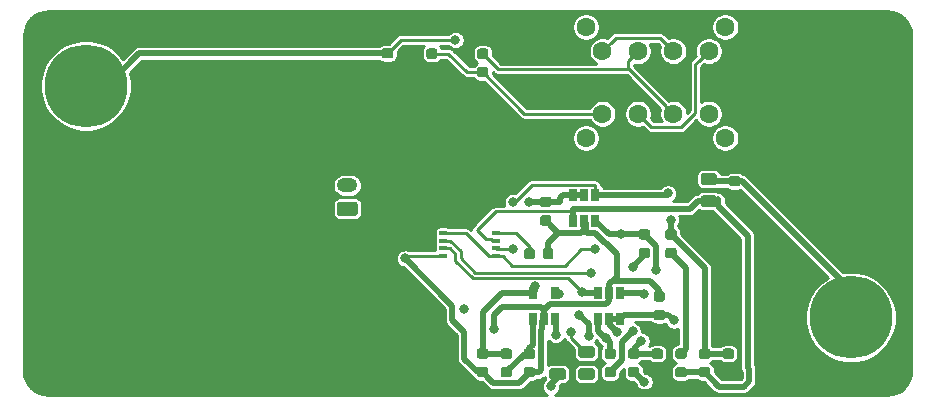
<source format=gtl>
G04 #@! TF.GenerationSoftware,KiCad,Pcbnew,(5.1.0)-1*
G04 #@! TF.CreationDate,2019-05-30T16:04:32+02:00*
G04 #@! TF.ProjectId,currentscaler,63757272-656e-4747-9363-616c65722e6b,rev?*
G04 #@! TF.SameCoordinates,Original*
G04 #@! TF.FileFunction,Copper,L1,Top*
G04 #@! TF.FilePolarity,Positive*
%FSLAX46Y46*%
G04 Gerber Fmt 4.6, Leading zero omitted, Abs format (unit mm)*
G04 Created by KiCad (PCBNEW (5.1.0)-1) date 2019-05-30 16:04:32*
%MOMM*%
%LPD*%
G04 APERTURE LIST*
%ADD10R,0.660000X0.360000*%
%ADD11C,0.100000*%
%ADD12C,0.875000*%
%ADD13O,1.750000X1.200000*%
%ADD14C,1.200000*%
%ADD15C,0.975000*%
%ADD16C,1.600000*%
%ADD17C,7.000000*%
%ADD18R,0.650000X1.060000*%
%ADD19C,0.800000*%
%ADD20C,0.500000*%
%ADD21C,0.250000*%
%ADD22C,0.254000*%
G04 APERTURE END LIST*
D10*
X133714999Y-111850000D03*
X133714999Y-112500000D03*
X133714999Y-113800000D03*
X133714999Y-113145000D03*
X138164999Y-113155000D03*
X138164999Y-113810000D03*
X138164999Y-112510000D03*
X138164999Y-111860000D03*
D11*
G36*
X141265191Y-113126053D02*
G01*
X141286426Y-113129203D01*
X141307250Y-113134419D01*
X141327462Y-113141651D01*
X141346868Y-113150830D01*
X141365281Y-113161866D01*
X141382524Y-113174654D01*
X141398430Y-113189070D01*
X141412846Y-113204976D01*
X141425634Y-113222219D01*
X141436670Y-113240632D01*
X141445849Y-113260038D01*
X141453081Y-113280250D01*
X141458297Y-113301074D01*
X141461447Y-113322309D01*
X141462500Y-113343750D01*
X141462500Y-113856250D01*
X141461447Y-113877691D01*
X141458297Y-113898926D01*
X141453081Y-113919750D01*
X141445849Y-113939962D01*
X141436670Y-113959368D01*
X141425634Y-113977781D01*
X141412846Y-113995024D01*
X141398430Y-114010930D01*
X141382524Y-114025346D01*
X141365281Y-114038134D01*
X141346868Y-114049170D01*
X141327462Y-114058349D01*
X141307250Y-114065581D01*
X141286426Y-114070797D01*
X141265191Y-114073947D01*
X141243750Y-114075000D01*
X140806250Y-114075000D01*
X140784809Y-114073947D01*
X140763574Y-114070797D01*
X140742750Y-114065581D01*
X140722538Y-114058349D01*
X140703132Y-114049170D01*
X140684719Y-114038134D01*
X140667476Y-114025346D01*
X140651570Y-114010930D01*
X140637154Y-113995024D01*
X140624366Y-113977781D01*
X140613330Y-113959368D01*
X140604151Y-113939962D01*
X140596919Y-113919750D01*
X140591703Y-113898926D01*
X140588553Y-113877691D01*
X140587500Y-113856250D01*
X140587500Y-113343750D01*
X140588553Y-113322309D01*
X140591703Y-113301074D01*
X140596919Y-113280250D01*
X140604151Y-113260038D01*
X140613330Y-113240632D01*
X140624366Y-113222219D01*
X140637154Y-113204976D01*
X140651570Y-113189070D01*
X140667476Y-113174654D01*
X140684719Y-113161866D01*
X140703132Y-113150830D01*
X140722538Y-113141651D01*
X140742750Y-113134419D01*
X140763574Y-113129203D01*
X140784809Y-113126053D01*
X140806250Y-113125000D01*
X141243750Y-113125000D01*
X141265191Y-113126053D01*
X141265191Y-113126053D01*
G37*
D12*
X141025000Y-113600000D03*
D11*
G36*
X142840191Y-113126053D02*
G01*
X142861426Y-113129203D01*
X142882250Y-113134419D01*
X142902462Y-113141651D01*
X142921868Y-113150830D01*
X142940281Y-113161866D01*
X142957524Y-113174654D01*
X142973430Y-113189070D01*
X142987846Y-113204976D01*
X143000634Y-113222219D01*
X143011670Y-113240632D01*
X143020849Y-113260038D01*
X143028081Y-113280250D01*
X143033297Y-113301074D01*
X143036447Y-113322309D01*
X143037500Y-113343750D01*
X143037500Y-113856250D01*
X143036447Y-113877691D01*
X143033297Y-113898926D01*
X143028081Y-113919750D01*
X143020849Y-113939962D01*
X143011670Y-113959368D01*
X143000634Y-113977781D01*
X142987846Y-113995024D01*
X142973430Y-114010930D01*
X142957524Y-114025346D01*
X142940281Y-114038134D01*
X142921868Y-114049170D01*
X142902462Y-114058349D01*
X142882250Y-114065581D01*
X142861426Y-114070797D01*
X142840191Y-114073947D01*
X142818750Y-114075000D01*
X142381250Y-114075000D01*
X142359809Y-114073947D01*
X142338574Y-114070797D01*
X142317750Y-114065581D01*
X142297538Y-114058349D01*
X142278132Y-114049170D01*
X142259719Y-114038134D01*
X142242476Y-114025346D01*
X142226570Y-114010930D01*
X142212154Y-113995024D01*
X142199366Y-113977781D01*
X142188330Y-113959368D01*
X142179151Y-113939962D01*
X142171919Y-113919750D01*
X142166703Y-113898926D01*
X142163553Y-113877691D01*
X142162500Y-113856250D01*
X142162500Y-113343750D01*
X142163553Y-113322309D01*
X142166703Y-113301074D01*
X142171919Y-113280250D01*
X142179151Y-113260038D01*
X142188330Y-113240632D01*
X142199366Y-113222219D01*
X142212154Y-113204976D01*
X142226570Y-113189070D01*
X142242476Y-113174654D01*
X142259719Y-113161866D01*
X142278132Y-113150830D01*
X142297538Y-113141651D01*
X142317750Y-113134419D01*
X142338574Y-113129203D01*
X142359809Y-113126053D01*
X142381250Y-113125000D01*
X142818750Y-113125000D01*
X142840191Y-113126053D01*
X142840191Y-113126053D01*
G37*
D12*
X142600000Y-113600000D03*
D13*
X125600000Y-107800000D03*
D11*
G36*
X126249505Y-109201204D02*
G01*
X126273773Y-109204804D01*
X126297572Y-109210765D01*
X126320671Y-109219030D01*
X126342850Y-109229520D01*
X126363893Y-109242132D01*
X126383599Y-109256747D01*
X126401777Y-109273223D01*
X126418253Y-109291401D01*
X126432868Y-109311107D01*
X126445480Y-109332150D01*
X126455970Y-109354329D01*
X126464235Y-109377428D01*
X126470196Y-109401227D01*
X126473796Y-109425495D01*
X126475000Y-109449999D01*
X126475000Y-110150001D01*
X126473796Y-110174505D01*
X126470196Y-110198773D01*
X126464235Y-110222572D01*
X126455970Y-110245671D01*
X126445480Y-110267850D01*
X126432868Y-110288893D01*
X126418253Y-110308599D01*
X126401777Y-110326777D01*
X126383599Y-110343253D01*
X126363893Y-110357868D01*
X126342850Y-110370480D01*
X126320671Y-110380970D01*
X126297572Y-110389235D01*
X126273773Y-110395196D01*
X126249505Y-110398796D01*
X126225001Y-110400000D01*
X124974999Y-110400000D01*
X124950495Y-110398796D01*
X124926227Y-110395196D01*
X124902428Y-110389235D01*
X124879329Y-110380970D01*
X124857150Y-110370480D01*
X124836107Y-110357868D01*
X124816401Y-110343253D01*
X124798223Y-110326777D01*
X124781747Y-110308599D01*
X124767132Y-110288893D01*
X124754520Y-110267850D01*
X124744030Y-110245671D01*
X124735765Y-110222572D01*
X124729804Y-110198773D01*
X124726204Y-110174505D01*
X124725000Y-110150001D01*
X124725000Y-109449999D01*
X124726204Y-109425495D01*
X124729804Y-109401227D01*
X124735765Y-109377428D01*
X124744030Y-109354329D01*
X124754520Y-109332150D01*
X124767132Y-109311107D01*
X124781747Y-109291401D01*
X124798223Y-109273223D01*
X124816401Y-109256747D01*
X124836107Y-109242132D01*
X124857150Y-109229520D01*
X124879329Y-109219030D01*
X124902428Y-109210765D01*
X124926227Y-109204804D01*
X124950495Y-109201204D01*
X124974999Y-109200000D01*
X126225001Y-109200000D01*
X126249505Y-109201204D01*
X126249505Y-109201204D01*
G37*
D14*
X125600000Y-109800000D03*
D11*
G36*
X156680142Y-108663674D02*
G01*
X156703803Y-108667184D01*
X156727007Y-108672996D01*
X156749529Y-108681054D01*
X156771153Y-108691282D01*
X156791670Y-108703579D01*
X156810883Y-108717829D01*
X156828607Y-108733893D01*
X156844671Y-108751617D01*
X156858921Y-108770830D01*
X156871218Y-108791347D01*
X156881446Y-108812971D01*
X156889504Y-108835493D01*
X156895316Y-108858697D01*
X156898826Y-108882358D01*
X156900000Y-108906250D01*
X156900000Y-109393750D01*
X156898826Y-109417642D01*
X156895316Y-109441303D01*
X156889504Y-109464507D01*
X156881446Y-109487029D01*
X156871218Y-109508653D01*
X156858921Y-109529170D01*
X156844671Y-109548383D01*
X156828607Y-109566107D01*
X156810883Y-109582171D01*
X156791670Y-109596421D01*
X156771153Y-109608718D01*
X156749529Y-109618946D01*
X156727007Y-109627004D01*
X156703803Y-109632816D01*
X156680142Y-109636326D01*
X156656250Y-109637500D01*
X155743750Y-109637500D01*
X155719858Y-109636326D01*
X155696197Y-109632816D01*
X155672993Y-109627004D01*
X155650471Y-109618946D01*
X155628847Y-109608718D01*
X155608330Y-109596421D01*
X155589117Y-109582171D01*
X155571393Y-109566107D01*
X155555329Y-109548383D01*
X155541079Y-109529170D01*
X155528782Y-109508653D01*
X155518554Y-109487029D01*
X155510496Y-109464507D01*
X155504684Y-109441303D01*
X155501174Y-109417642D01*
X155500000Y-109393750D01*
X155500000Y-108906250D01*
X155501174Y-108882358D01*
X155504684Y-108858697D01*
X155510496Y-108835493D01*
X155518554Y-108812971D01*
X155528782Y-108791347D01*
X155541079Y-108770830D01*
X155555329Y-108751617D01*
X155571393Y-108733893D01*
X155589117Y-108717829D01*
X155608330Y-108703579D01*
X155628847Y-108691282D01*
X155650471Y-108681054D01*
X155672993Y-108672996D01*
X155696197Y-108667184D01*
X155719858Y-108663674D01*
X155743750Y-108662500D01*
X156656250Y-108662500D01*
X156680142Y-108663674D01*
X156680142Y-108663674D01*
G37*
D15*
X156200000Y-109150000D03*
D11*
G36*
X156680142Y-106788674D02*
G01*
X156703803Y-106792184D01*
X156727007Y-106797996D01*
X156749529Y-106806054D01*
X156771153Y-106816282D01*
X156791670Y-106828579D01*
X156810883Y-106842829D01*
X156828607Y-106858893D01*
X156844671Y-106876617D01*
X156858921Y-106895830D01*
X156871218Y-106916347D01*
X156881446Y-106937971D01*
X156889504Y-106960493D01*
X156895316Y-106983697D01*
X156898826Y-107007358D01*
X156900000Y-107031250D01*
X156900000Y-107518750D01*
X156898826Y-107542642D01*
X156895316Y-107566303D01*
X156889504Y-107589507D01*
X156881446Y-107612029D01*
X156871218Y-107633653D01*
X156858921Y-107654170D01*
X156844671Y-107673383D01*
X156828607Y-107691107D01*
X156810883Y-107707171D01*
X156791670Y-107721421D01*
X156771153Y-107733718D01*
X156749529Y-107743946D01*
X156727007Y-107752004D01*
X156703803Y-107757816D01*
X156680142Y-107761326D01*
X156656250Y-107762500D01*
X155743750Y-107762500D01*
X155719858Y-107761326D01*
X155696197Y-107757816D01*
X155672993Y-107752004D01*
X155650471Y-107743946D01*
X155628847Y-107733718D01*
X155608330Y-107721421D01*
X155589117Y-107707171D01*
X155571393Y-107691107D01*
X155555329Y-107673383D01*
X155541079Y-107654170D01*
X155528782Y-107633653D01*
X155518554Y-107612029D01*
X155510496Y-107589507D01*
X155504684Y-107566303D01*
X155501174Y-107542642D01*
X155500000Y-107518750D01*
X155500000Y-107031250D01*
X155501174Y-107007358D01*
X155504684Y-106983697D01*
X155510496Y-106960493D01*
X155518554Y-106937971D01*
X155528782Y-106916347D01*
X155541079Y-106895830D01*
X155555329Y-106876617D01*
X155571393Y-106858893D01*
X155589117Y-106842829D01*
X155608330Y-106828579D01*
X155628847Y-106816282D01*
X155650471Y-106806054D01*
X155672993Y-106797996D01*
X155696197Y-106792184D01*
X155719858Y-106788674D01*
X155743750Y-106787500D01*
X156656250Y-106787500D01*
X156680142Y-106788674D01*
X156680142Y-106788674D01*
G37*
D15*
X156200000Y-107275000D03*
D11*
G36*
X146330142Y-121426174D02*
G01*
X146353803Y-121429684D01*
X146377007Y-121435496D01*
X146399529Y-121443554D01*
X146421153Y-121453782D01*
X146441670Y-121466079D01*
X146460883Y-121480329D01*
X146478607Y-121496393D01*
X146494671Y-121514117D01*
X146508921Y-121533330D01*
X146521218Y-121553847D01*
X146531446Y-121575471D01*
X146539504Y-121597993D01*
X146545316Y-121621197D01*
X146548826Y-121644858D01*
X146550000Y-121668750D01*
X146550000Y-122156250D01*
X146548826Y-122180142D01*
X146545316Y-122203803D01*
X146539504Y-122227007D01*
X146531446Y-122249529D01*
X146521218Y-122271153D01*
X146508921Y-122291670D01*
X146494671Y-122310883D01*
X146478607Y-122328607D01*
X146460883Y-122344671D01*
X146441670Y-122358921D01*
X146421153Y-122371218D01*
X146399529Y-122381446D01*
X146377007Y-122389504D01*
X146353803Y-122395316D01*
X146330142Y-122398826D01*
X146306250Y-122400000D01*
X145393750Y-122400000D01*
X145369858Y-122398826D01*
X145346197Y-122395316D01*
X145322993Y-122389504D01*
X145300471Y-122381446D01*
X145278847Y-122371218D01*
X145258330Y-122358921D01*
X145239117Y-122344671D01*
X145221393Y-122328607D01*
X145205329Y-122310883D01*
X145191079Y-122291670D01*
X145178782Y-122271153D01*
X145168554Y-122249529D01*
X145160496Y-122227007D01*
X145154684Y-122203803D01*
X145151174Y-122180142D01*
X145150000Y-122156250D01*
X145150000Y-121668750D01*
X145151174Y-121644858D01*
X145154684Y-121621197D01*
X145160496Y-121597993D01*
X145168554Y-121575471D01*
X145178782Y-121553847D01*
X145191079Y-121533330D01*
X145205329Y-121514117D01*
X145221393Y-121496393D01*
X145239117Y-121480329D01*
X145258330Y-121466079D01*
X145278847Y-121453782D01*
X145300471Y-121443554D01*
X145322993Y-121435496D01*
X145346197Y-121429684D01*
X145369858Y-121426174D01*
X145393750Y-121425000D01*
X146306250Y-121425000D01*
X146330142Y-121426174D01*
X146330142Y-121426174D01*
G37*
D15*
X145850000Y-121912500D03*
D11*
G36*
X146330142Y-123301174D02*
G01*
X146353803Y-123304684D01*
X146377007Y-123310496D01*
X146399529Y-123318554D01*
X146421153Y-123328782D01*
X146441670Y-123341079D01*
X146460883Y-123355329D01*
X146478607Y-123371393D01*
X146494671Y-123389117D01*
X146508921Y-123408330D01*
X146521218Y-123428847D01*
X146531446Y-123450471D01*
X146539504Y-123472993D01*
X146545316Y-123496197D01*
X146548826Y-123519858D01*
X146550000Y-123543750D01*
X146550000Y-124031250D01*
X146548826Y-124055142D01*
X146545316Y-124078803D01*
X146539504Y-124102007D01*
X146531446Y-124124529D01*
X146521218Y-124146153D01*
X146508921Y-124166670D01*
X146494671Y-124185883D01*
X146478607Y-124203607D01*
X146460883Y-124219671D01*
X146441670Y-124233921D01*
X146421153Y-124246218D01*
X146399529Y-124256446D01*
X146377007Y-124264504D01*
X146353803Y-124270316D01*
X146330142Y-124273826D01*
X146306250Y-124275000D01*
X145393750Y-124275000D01*
X145369858Y-124273826D01*
X145346197Y-124270316D01*
X145322993Y-124264504D01*
X145300471Y-124256446D01*
X145278847Y-124246218D01*
X145258330Y-124233921D01*
X145239117Y-124219671D01*
X145221393Y-124203607D01*
X145205329Y-124185883D01*
X145191079Y-124166670D01*
X145178782Y-124146153D01*
X145168554Y-124124529D01*
X145160496Y-124102007D01*
X145154684Y-124078803D01*
X145151174Y-124055142D01*
X145150000Y-124031250D01*
X145150000Y-123543750D01*
X145151174Y-123519858D01*
X145154684Y-123496197D01*
X145160496Y-123472993D01*
X145168554Y-123450471D01*
X145178782Y-123428847D01*
X145191079Y-123408330D01*
X145205329Y-123389117D01*
X145221393Y-123371393D01*
X145239117Y-123355329D01*
X145258330Y-123341079D01*
X145278847Y-123328782D01*
X145300471Y-123318554D01*
X145322993Y-123310496D01*
X145346197Y-123304684D01*
X145369858Y-123301174D01*
X145393750Y-123300000D01*
X146306250Y-123300000D01*
X146330142Y-123301174D01*
X146330142Y-123301174D01*
G37*
D15*
X145850000Y-123787500D03*
D11*
G36*
X143880142Y-123301174D02*
G01*
X143903803Y-123304684D01*
X143927007Y-123310496D01*
X143949529Y-123318554D01*
X143971153Y-123328782D01*
X143991670Y-123341079D01*
X144010883Y-123355329D01*
X144028607Y-123371393D01*
X144044671Y-123389117D01*
X144058921Y-123408330D01*
X144071218Y-123428847D01*
X144081446Y-123450471D01*
X144089504Y-123472993D01*
X144095316Y-123496197D01*
X144098826Y-123519858D01*
X144100000Y-123543750D01*
X144100000Y-124031250D01*
X144098826Y-124055142D01*
X144095316Y-124078803D01*
X144089504Y-124102007D01*
X144081446Y-124124529D01*
X144071218Y-124146153D01*
X144058921Y-124166670D01*
X144044671Y-124185883D01*
X144028607Y-124203607D01*
X144010883Y-124219671D01*
X143991670Y-124233921D01*
X143971153Y-124246218D01*
X143949529Y-124256446D01*
X143927007Y-124264504D01*
X143903803Y-124270316D01*
X143880142Y-124273826D01*
X143856250Y-124275000D01*
X142943750Y-124275000D01*
X142919858Y-124273826D01*
X142896197Y-124270316D01*
X142872993Y-124264504D01*
X142850471Y-124256446D01*
X142828847Y-124246218D01*
X142808330Y-124233921D01*
X142789117Y-124219671D01*
X142771393Y-124203607D01*
X142755329Y-124185883D01*
X142741079Y-124166670D01*
X142728782Y-124146153D01*
X142718554Y-124124529D01*
X142710496Y-124102007D01*
X142704684Y-124078803D01*
X142701174Y-124055142D01*
X142700000Y-124031250D01*
X142700000Y-123543750D01*
X142701174Y-123519858D01*
X142704684Y-123496197D01*
X142710496Y-123472993D01*
X142718554Y-123450471D01*
X142728782Y-123428847D01*
X142741079Y-123408330D01*
X142755329Y-123389117D01*
X142771393Y-123371393D01*
X142789117Y-123355329D01*
X142808330Y-123341079D01*
X142828847Y-123328782D01*
X142850471Y-123318554D01*
X142872993Y-123310496D01*
X142896197Y-123304684D01*
X142919858Y-123301174D01*
X142943750Y-123300000D01*
X143856250Y-123300000D01*
X143880142Y-123301174D01*
X143880142Y-123301174D01*
G37*
D15*
X143400000Y-123787500D03*
D11*
G36*
X143880142Y-121426174D02*
G01*
X143903803Y-121429684D01*
X143927007Y-121435496D01*
X143949529Y-121443554D01*
X143971153Y-121453782D01*
X143991670Y-121466079D01*
X144010883Y-121480329D01*
X144028607Y-121496393D01*
X144044671Y-121514117D01*
X144058921Y-121533330D01*
X144071218Y-121553847D01*
X144081446Y-121575471D01*
X144089504Y-121597993D01*
X144095316Y-121621197D01*
X144098826Y-121644858D01*
X144100000Y-121668750D01*
X144100000Y-122156250D01*
X144098826Y-122180142D01*
X144095316Y-122203803D01*
X144089504Y-122227007D01*
X144081446Y-122249529D01*
X144071218Y-122271153D01*
X144058921Y-122291670D01*
X144044671Y-122310883D01*
X144028607Y-122328607D01*
X144010883Y-122344671D01*
X143991670Y-122358921D01*
X143971153Y-122371218D01*
X143949529Y-122381446D01*
X143927007Y-122389504D01*
X143903803Y-122395316D01*
X143880142Y-122398826D01*
X143856250Y-122400000D01*
X142943750Y-122400000D01*
X142919858Y-122398826D01*
X142896197Y-122395316D01*
X142872993Y-122389504D01*
X142850471Y-122381446D01*
X142828847Y-122371218D01*
X142808330Y-122358921D01*
X142789117Y-122344671D01*
X142771393Y-122328607D01*
X142755329Y-122310883D01*
X142741079Y-122291670D01*
X142728782Y-122271153D01*
X142718554Y-122249529D01*
X142710496Y-122227007D01*
X142704684Y-122203803D01*
X142701174Y-122180142D01*
X142700000Y-122156250D01*
X142700000Y-121668750D01*
X142701174Y-121644858D01*
X142704684Y-121621197D01*
X142710496Y-121597993D01*
X142718554Y-121575471D01*
X142728782Y-121553847D01*
X142741079Y-121533330D01*
X142755329Y-121514117D01*
X142771393Y-121496393D01*
X142789117Y-121480329D01*
X142808330Y-121466079D01*
X142828847Y-121453782D01*
X142850471Y-121443554D01*
X142872993Y-121435496D01*
X142896197Y-121429684D01*
X142919858Y-121426174D01*
X142943750Y-121425000D01*
X143856250Y-121425000D01*
X143880142Y-121426174D01*
X143880142Y-121426174D01*
G37*
D15*
X143400000Y-121912500D03*
D16*
X156200000Y-101750000D03*
X153200000Y-101750000D03*
X150200000Y-101750000D03*
X147200000Y-101750000D03*
X156200000Y-96450000D03*
X150200000Y-96450000D03*
X147200000Y-96450000D03*
X153200000Y-96450000D03*
X145800000Y-94400000D03*
X157600000Y-94400000D03*
X157600000Y-103800000D03*
X145800000Y-103800000D03*
D17*
X168230000Y-119000000D03*
X168230000Y-99500000D03*
X103460000Y-99390000D03*
X103460000Y-118890000D03*
D11*
G36*
X150127691Y-123188553D02*
G01*
X150148926Y-123191703D01*
X150169750Y-123196919D01*
X150189962Y-123204151D01*
X150209368Y-123213330D01*
X150227781Y-123224366D01*
X150245024Y-123237154D01*
X150260930Y-123251570D01*
X150275346Y-123267476D01*
X150288134Y-123284719D01*
X150299170Y-123303132D01*
X150308349Y-123322538D01*
X150315581Y-123342750D01*
X150320797Y-123363574D01*
X150323947Y-123384809D01*
X150325000Y-123406250D01*
X150325000Y-123843750D01*
X150323947Y-123865191D01*
X150320797Y-123886426D01*
X150315581Y-123907250D01*
X150308349Y-123927462D01*
X150299170Y-123946868D01*
X150288134Y-123965281D01*
X150275346Y-123982524D01*
X150260930Y-123998430D01*
X150245024Y-124012846D01*
X150227781Y-124025634D01*
X150209368Y-124036670D01*
X150189962Y-124045849D01*
X150169750Y-124053081D01*
X150148926Y-124058297D01*
X150127691Y-124061447D01*
X150106250Y-124062500D01*
X149593750Y-124062500D01*
X149572309Y-124061447D01*
X149551074Y-124058297D01*
X149530250Y-124053081D01*
X149510038Y-124045849D01*
X149490632Y-124036670D01*
X149472219Y-124025634D01*
X149454976Y-124012846D01*
X149439070Y-123998430D01*
X149424654Y-123982524D01*
X149411866Y-123965281D01*
X149400830Y-123946868D01*
X149391651Y-123927462D01*
X149384419Y-123907250D01*
X149379203Y-123886426D01*
X149376053Y-123865191D01*
X149375000Y-123843750D01*
X149375000Y-123406250D01*
X149376053Y-123384809D01*
X149379203Y-123363574D01*
X149384419Y-123342750D01*
X149391651Y-123322538D01*
X149400830Y-123303132D01*
X149411866Y-123284719D01*
X149424654Y-123267476D01*
X149439070Y-123251570D01*
X149454976Y-123237154D01*
X149472219Y-123224366D01*
X149490632Y-123213330D01*
X149510038Y-123204151D01*
X149530250Y-123196919D01*
X149551074Y-123191703D01*
X149572309Y-123188553D01*
X149593750Y-123187500D01*
X150106250Y-123187500D01*
X150127691Y-123188553D01*
X150127691Y-123188553D01*
G37*
D12*
X149850000Y-123625000D03*
D11*
G36*
X150127691Y-121613553D02*
G01*
X150148926Y-121616703D01*
X150169750Y-121621919D01*
X150189962Y-121629151D01*
X150209368Y-121638330D01*
X150227781Y-121649366D01*
X150245024Y-121662154D01*
X150260930Y-121676570D01*
X150275346Y-121692476D01*
X150288134Y-121709719D01*
X150299170Y-121728132D01*
X150308349Y-121747538D01*
X150315581Y-121767750D01*
X150320797Y-121788574D01*
X150323947Y-121809809D01*
X150325000Y-121831250D01*
X150325000Y-122268750D01*
X150323947Y-122290191D01*
X150320797Y-122311426D01*
X150315581Y-122332250D01*
X150308349Y-122352462D01*
X150299170Y-122371868D01*
X150288134Y-122390281D01*
X150275346Y-122407524D01*
X150260930Y-122423430D01*
X150245024Y-122437846D01*
X150227781Y-122450634D01*
X150209368Y-122461670D01*
X150189962Y-122470849D01*
X150169750Y-122478081D01*
X150148926Y-122483297D01*
X150127691Y-122486447D01*
X150106250Y-122487500D01*
X149593750Y-122487500D01*
X149572309Y-122486447D01*
X149551074Y-122483297D01*
X149530250Y-122478081D01*
X149510038Y-122470849D01*
X149490632Y-122461670D01*
X149472219Y-122450634D01*
X149454976Y-122437846D01*
X149439070Y-122423430D01*
X149424654Y-122407524D01*
X149411866Y-122390281D01*
X149400830Y-122371868D01*
X149391651Y-122352462D01*
X149384419Y-122332250D01*
X149379203Y-122311426D01*
X149376053Y-122290191D01*
X149375000Y-122268750D01*
X149375000Y-121831250D01*
X149376053Y-121809809D01*
X149379203Y-121788574D01*
X149384419Y-121767750D01*
X149391651Y-121747538D01*
X149400830Y-121728132D01*
X149411866Y-121709719D01*
X149424654Y-121692476D01*
X149439070Y-121676570D01*
X149454976Y-121662154D01*
X149472219Y-121649366D01*
X149490632Y-121638330D01*
X149510038Y-121629151D01*
X149530250Y-121621919D01*
X149551074Y-121616703D01*
X149572309Y-121613553D01*
X149593750Y-121612500D01*
X150106250Y-121612500D01*
X150127691Y-121613553D01*
X150127691Y-121613553D01*
G37*
D12*
X149850000Y-122050000D03*
D18*
X141300000Y-119100000D03*
X142250000Y-119100000D03*
X143200000Y-119100000D03*
X143200000Y-116900000D03*
X141300000Y-116900000D03*
X147750000Y-119100000D03*
X148700000Y-119100000D03*
X146800000Y-119100000D03*
X146800000Y-116900000D03*
X147750000Y-116900000D03*
X148700000Y-116900000D03*
X144700000Y-110850000D03*
X145650000Y-110850000D03*
X146600000Y-110850000D03*
X146600000Y-108650000D03*
X144700000Y-108650000D03*
X145650000Y-108650000D03*
D11*
G36*
X148127691Y-123201053D02*
G01*
X148148926Y-123204203D01*
X148169750Y-123209419D01*
X148189962Y-123216651D01*
X148209368Y-123225830D01*
X148227781Y-123236866D01*
X148245024Y-123249654D01*
X148260930Y-123264070D01*
X148275346Y-123279976D01*
X148288134Y-123297219D01*
X148299170Y-123315632D01*
X148308349Y-123335038D01*
X148315581Y-123355250D01*
X148320797Y-123376074D01*
X148323947Y-123397309D01*
X148325000Y-123418750D01*
X148325000Y-123856250D01*
X148323947Y-123877691D01*
X148320797Y-123898926D01*
X148315581Y-123919750D01*
X148308349Y-123939962D01*
X148299170Y-123959368D01*
X148288134Y-123977781D01*
X148275346Y-123995024D01*
X148260930Y-124010930D01*
X148245024Y-124025346D01*
X148227781Y-124038134D01*
X148209368Y-124049170D01*
X148189962Y-124058349D01*
X148169750Y-124065581D01*
X148148926Y-124070797D01*
X148127691Y-124073947D01*
X148106250Y-124075000D01*
X147593750Y-124075000D01*
X147572309Y-124073947D01*
X147551074Y-124070797D01*
X147530250Y-124065581D01*
X147510038Y-124058349D01*
X147490632Y-124049170D01*
X147472219Y-124038134D01*
X147454976Y-124025346D01*
X147439070Y-124010930D01*
X147424654Y-123995024D01*
X147411866Y-123977781D01*
X147400830Y-123959368D01*
X147391651Y-123939962D01*
X147384419Y-123919750D01*
X147379203Y-123898926D01*
X147376053Y-123877691D01*
X147375000Y-123856250D01*
X147375000Y-123418750D01*
X147376053Y-123397309D01*
X147379203Y-123376074D01*
X147384419Y-123355250D01*
X147391651Y-123335038D01*
X147400830Y-123315632D01*
X147411866Y-123297219D01*
X147424654Y-123279976D01*
X147439070Y-123264070D01*
X147454976Y-123249654D01*
X147472219Y-123236866D01*
X147490632Y-123225830D01*
X147510038Y-123216651D01*
X147530250Y-123209419D01*
X147551074Y-123204203D01*
X147572309Y-123201053D01*
X147593750Y-123200000D01*
X148106250Y-123200000D01*
X148127691Y-123201053D01*
X148127691Y-123201053D01*
G37*
D12*
X147850000Y-123637500D03*
D11*
G36*
X148127691Y-121626053D02*
G01*
X148148926Y-121629203D01*
X148169750Y-121634419D01*
X148189962Y-121641651D01*
X148209368Y-121650830D01*
X148227781Y-121661866D01*
X148245024Y-121674654D01*
X148260930Y-121689070D01*
X148275346Y-121704976D01*
X148288134Y-121722219D01*
X148299170Y-121740632D01*
X148308349Y-121760038D01*
X148315581Y-121780250D01*
X148320797Y-121801074D01*
X148323947Y-121822309D01*
X148325000Y-121843750D01*
X148325000Y-122281250D01*
X148323947Y-122302691D01*
X148320797Y-122323926D01*
X148315581Y-122344750D01*
X148308349Y-122364962D01*
X148299170Y-122384368D01*
X148288134Y-122402781D01*
X148275346Y-122420024D01*
X148260930Y-122435930D01*
X148245024Y-122450346D01*
X148227781Y-122463134D01*
X148209368Y-122474170D01*
X148189962Y-122483349D01*
X148169750Y-122490581D01*
X148148926Y-122495797D01*
X148127691Y-122498947D01*
X148106250Y-122500000D01*
X147593750Y-122500000D01*
X147572309Y-122498947D01*
X147551074Y-122495797D01*
X147530250Y-122490581D01*
X147510038Y-122483349D01*
X147490632Y-122474170D01*
X147472219Y-122463134D01*
X147454976Y-122450346D01*
X147439070Y-122435930D01*
X147424654Y-122420024D01*
X147411866Y-122402781D01*
X147400830Y-122384368D01*
X147391651Y-122364962D01*
X147384419Y-122344750D01*
X147379203Y-122323926D01*
X147376053Y-122302691D01*
X147375000Y-122281250D01*
X147375000Y-121843750D01*
X147376053Y-121822309D01*
X147379203Y-121801074D01*
X147384419Y-121780250D01*
X147391651Y-121760038D01*
X147400830Y-121740632D01*
X147411866Y-121722219D01*
X147424654Y-121704976D01*
X147439070Y-121689070D01*
X147454976Y-121674654D01*
X147472219Y-121661866D01*
X147490632Y-121650830D01*
X147510038Y-121641651D01*
X147530250Y-121634419D01*
X147551074Y-121629203D01*
X147572309Y-121626053D01*
X147593750Y-121625000D01*
X148106250Y-121625000D01*
X148127691Y-121626053D01*
X148127691Y-121626053D01*
G37*
D12*
X147850000Y-122062500D03*
D11*
G36*
X151027691Y-111526053D02*
G01*
X151048926Y-111529203D01*
X151069750Y-111534419D01*
X151089962Y-111541651D01*
X151109368Y-111550830D01*
X151127781Y-111561866D01*
X151145024Y-111574654D01*
X151160930Y-111589070D01*
X151175346Y-111604976D01*
X151188134Y-111622219D01*
X151199170Y-111640632D01*
X151208349Y-111660038D01*
X151215581Y-111680250D01*
X151220797Y-111701074D01*
X151223947Y-111722309D01*
X151225000Y-111743750D01*
X151225000Y-112181250D01*
X151223947Y-112202691D01*
X151220797Y-112223926D01*
X151215581Y-112244750D01*
X151208349Y-112264962D01*
X151199170Y-112284368D01*
X151188134Y-112302781D01*
X151175346Y-112320024D01*
X151160930Y-112335930D01*
X151145024Y-112350346D01*
X151127781Y-112363134D01*
X151109368Y-112374170D01*
X151089962Y-112383349D01*
X151069750Y-112390581D01*
X151048926Y-112395797D01*
X151027691Y-112398947D01*
X151006250Y-112400000D01*
X150493750Y-112400000D01*
X150472309Y-112398947D01*
X150451074Y-112395797D01*
X150430250Y-112390581D01*
X150410038Y-112383349D01*
X150390632Y-112374170D01*
X150372219Y-112363134D01*
X150354976Y-112350346D01*
X150339070Y-112335930D01*
X150324654Y-112320024D01*
X150311866Y-112302781D01*
X150300830Y-112284368D01*
X150291651Y-112264962D01*
X150284419Y-112244750D01*
X150279203Y-112223926D01*
X150276053Y-112202691D01*
X150275000Y-112181250D01*
X150275000Y-111743750D01*
X150276053Y-111722309D01*
X150279203Y-111701074D01*
X150284419Y-111680250D01*
X150291651Y-111660038D01*
X150300830Y-111640632D01*
X150311866Y-111622219D01*
X150324654Y-111604976D01*
X150339070Y-111589070D01*
X150354976Y-111574654D01*
X150372219Y-111561866D01*
X150390632Y-111550830D01*
X150410038Y-111541651D01*
X150430250Y-111534419D01*
X150451074Y-111529203D01*
X150472309Y-111526053D01*
X150493750Y-111525000D01*
X151006250Y-111525000D01*
X151027691Y-111526053D01*
X151027691Y-111526053D01*
G37*
D12*
X150750000Y-111962500D03*
D11*
G36*
X151027691Y-113101053D02*
G01*
X151048926Y-113104203D01*
X151069750Y-113109419D01*
X151089962Y-113116651D01*
X151109368Y-113125830D01*
X151127781Y-113136866D01*
X151145024Y-113149654D01*
X151160930Y-113164070D01*
X151175346Y-113179976D01*
X151188134Y-113197219D01*
X151199170Y-113215632D01*
X151208349Y-113235038D01*
X151215581Y-113255250D01*
X151220797Y-113276074D01*
X151223947Y-113297309D01*
X151225000Y-113318750D01*
X151225000Y-113756250D01*
X151223947Y-113777691D01*
X151220797Y-113798926D01*
X151215581Y-113819750D01*
X151208349Y-113839962D01*
X151199170Y-113859368D01*
X151188134Y-113877781D01*
X151175346Y-113895024D01*
X151160930Y-113910930D01*
X151145024Y-113925346D01*
X151127781Y-113938134D01*
X151109368Y-113949170D01*
X151089962Y-113958349D01*
X151069750Y-113965581D01*
X151048926Y-113970797D01*
X151027691Y-113973947D01*
X151006250Y-113975000D01*
X150493750Y-113975000D01*
X150472309Y-113973947D01*
X150451074Y-113970797D01*
X150430250Y-113965581D01*
X150410038Y-113958349D01*
X150390632Y-113949170D01*
X150372219Y-113938134D01*
X150354976Y-113925346D01*
X150339070Y-113910930D01*
X150324654Y-113895024D01*
X150311866Y-113877781D01*
X150300830Y-113859368D01*
X150291651Y-113839962D01*
X150284419Y-113819750D01*
X150279203Y-113798926D01*
X150276053Y-113777691D01*
X150275000Y-113756250D01*
X150275000Y-113318750D01*
X150276053Y-113297309D01*
X150279203Y-113276074D01*
X150284419Y-113255250D01*
X150291651Y-113235038D01*
X150300830Y-113215632D01*
X150311866Y-113197219D01*
X150324654Y-113179976D01*
X150339070Y-113164070D01*
X150354976Y-113149654D01*
X150372219Y-113136866D01*
X150390632Y-113125830D01*
X150410038Y-113116651D01*
X150430250Y-113109419D01*
X150451074Y-113104203D01*
X150472309Y-113101053D01*
X150493750Y-113100000D01*
X151006250Y-113100000D01*
X151027691Y-113101053D01*
X151027691Y-113101053D01*
G37*
D12*
X150750000Y-113537500D03*
D11*
G36*
X133027691Y-97801053D02*
G01*
X133048926Y-97804203D01*
X133069750Y-97809419D01*
X133089962Y-97816651D01*
X133109368Y-97825830D01*
X133127781Y-97836866D01*
X133145024Y-97849654D01*
X133160930Y-97864070D01*
X133175346Y-97879976D01*
X133188134Y-97897219D01*
X133199170Y-97915632D01*
X133208349Y-97935038D01*
X133215581Y-97955250D01*
X133220797Y-97976074D01*
X133223947Y-97997309D01*
X133225000Y-98018750D01*
X133225000Y-98456250D01*
X133223947Y-98477691D01*
X133220797Y-98498926D01*
X133215581Y-98519750D01*
X133208349Y-98539962D01*
X133199170Y-98559368D01*
X133188134Y-98577781D01*
X133175346Y-98595024D01*
X133160930Y-98610930D01*
X133145024Y-98625346D01*
X133127781Y-98638134D01*
X133109368Y-98649170D01*
X133089962Y-98658349D01*
X133069750Y-98665581D01*
X133048926Y-98670797D01*
X133027691Y-98673947D01*
X133006250Y-98675000D01*
X132493750Y-98675000D01*
X132472309Y-98673947D01*
X132451074Y-98670797D01*
X132430250Y-98665581D01*
X132410038Y-98658349D01*
X132390632Y-98649170D01*
X132372219Y-98638134D01*
X132354976Y-98625346D01*
X132339070Y-98610930D01*
X132324654Y-98595024D01*
X132311866Y-98577781D01*
X132300830Y-98559368D01*
X132291651Y-98539962D01*
X132284419Y-98519750D01*
X132279203Y-98498926D01*
X132276053Y-98477691D01*
X132275000Y-98456250D01*
X132275000Y-98018750D01*
X132276053Y-97997309D01*
X132279203Y-97976074D01*
X132284419Y-97955250D01*
X132291651Y-97935038D01*
X132300830Y-97915632D01*
X132311866Y-97897219D01*
X132324654Y-97879976D01*
X132339070Y-97864070D01*
X132354976Y-97849654D01*
X132372219Y-97836866D01*
X132390632Y-97825830D01*
X132410038Y-97816651D01*
X132430250Y-97809419D01*
X132451074Y-97804203D01*
X132472309Y-97801053D01*
X132493750Y-97800000D01*
X133006250Y-97800000D01*
X133027691Y-97801053D01*
X133027691Y-97801053D01*
G37*
D12*
X132750000Y-98237500D03*
D11*
G36*
X133027691Y-96226053D02*
G01*
X133048926Y-96229203D01*
X133069750Y-96234419D01*
X133089962Y-96241651D01*
X133109368Y-96250830D01*
X133127781Y-96261866D01*
X133145024Y-96274654D01*
X133160930Y-96289070D01*
X133175346Y-96304976D01*
X133188134Y-96322219D01*
X133199170Y-96340632D01*
X133208349Y-96360038D01*
X133215581Y-96380250D01*
X133220797Y-96401074D01*
X133223947Y-96422309D01*
X133225000Y-96443750D01*
X133225000Y-96881250D01*
X133223947Y-96902691D01*
X133220797Y-96923926D01*
X133215581Y-96944750D01*
X133208349Y-96964962D01*
X133199170Y-96984368D01*
X133188134Y-97002781D01*
X133175346Y-97020024D01*
X133160930Y-97035930D01*
X133145024Y-97050346D01*
X133127781Y-97063134D01*
X133109368Y-97074170D01*
X133089962Y-97083349D01*
X133069750Y-97090581D01*
X133048926Y-97095797D01*
X133027691Y-97098947D01*
X133006250Y-97100000D01*
X132493750Y-97100000D01*
X132472309Y-97098947D01*
X132451074Y-97095797D01*
X132430250Y-97090581D01*
X132410038Y-97083349D01*
X132390632Y-97074170D01*
X132372219Y-97063134D01*
X132354976Y-97050346D01*
X132339070Y-97035930D01*
X132324654Y-97020024D01*
X132311866Y-97002781D01*
X132300830Y-96984368D01*
X132291651Y-96964962D01*
X132284419Y-96944750D01*
X132279203Y-96923926D01*
X132276053Y-96902691D01*
X132275000Y-96881250D01*
X132275000Y-96443750D01*
X132276053Y-96422309D01*
X132279203Y-96401074D01*
X132284419Y-96380250D01*
X132291651Y-96360038D01*
X132300830Y-96340632D01*
X132311866Y-96322219D01*
X132324654Y-96304976D01*
X132339070Y-96289070D01*
X132354976Y-96274654D01*
X132372219Y-96261866D01*
X132390632Y-96250830D01*
X132410038Y-96241651D01*
X132430250Y-96234419D01*
X132451074Y-96229203D01*
X132472309Y-96226053D01*
X132493750Y-96225000D01*
X133006250Y-96225000D01*
X133027691Y-96226053D01*
X133027691Y-96226053D01*
G37*
D12*
X132750000Y-96662500D03*
D11*
G36*
X152127691Y-123201053D02*
G01*
X152148926Y-123204203D01*
X152169750Y-123209419D01*
X152189962Y-123216651D01*
X152209368Y-123225830D01*
X152227781Y-123236866D01*
X152245024Y-123249654D01*
X152260930Y-123264070D01*
X152275346Y-123279976D01*
X152288134Y-123297219D01*
X152299170Y-123315632D01*
X152308349Y-123335038D01*
X152315581Y-123355250D01*
X152320797Y-123376074D01*
X152323947Y-123397309D01*
X152325000Y-123418750D01*
X152325000Y-123856250D01*
X152323947Y-123877691D01*
X152320797Y-123898926D01*
X152315581Y-123919750D01*
X152308349Y-123939962D01*
X152299170Y-123959368D01*
X152288134Y-123977781D01*
X152275346Y-123995024D01*
X152260930Y-124010930D01*
X152245024Y-124025346D01*
X152227781Y-124038134D01*
X152209368Y-124049170D01*
X152189962Y-124058349D01*
X152169750Y-124065581D01*
X152148926Y-124070797D01*
X152127691Y-124073947D01*
X152106250Y-124075000D01*
X151593750Y-124075000D01*
X151572309Y-124073947D01*
X151551074Y-124070797D01*
X151530250Y-124065581D01*
X151510038Y-124058349D01*
X151490632Y-124049170D01*
X151472219Y-124038134D01*
X151454976Y-124025346D01*
X151439070Y-124010930D01*
X151424654Y-123995024D01*
X151411866Y-123977781D01*
X151400830Y-123959368D01*
X151391651Y-123939962D01*
X151384419Y-123919750D01*
X151379203Y-123898926D01*
X151376053Y-123877691D01*
X151375000Y-123856250D01*
X151375000Y-123418750D01*
X151376053Y-123397309D01*
X151379203Y-123376074D01*
X151384419Y-123355250D01*
X151391651Y-123335038D01*
X151400830Y-123315632D01*
X151411866Y-123297219D01*
X151424654Y-123279976D01*
X151439070Y-123264070D01*
X151454976Y-123249654D01*
X151472219Y-123236866D01*
X151490632Y-123225830D01*
X151510038Y-123216651D01*
X151530250Y-123209419D01*
X151551074Y-123204203D01*
X151572309Y-123201053D01*
X151593750Y-123200000D01*
X152106250Y-123200000D01*
X152127691Y-123201053D01*
X152127691Y-123201053D01*
G37*
D12*
X151850000Y-123637500D03*
D11*
G36*
X152127691Y-121626053D02*
G01*
X152148926Y-121629203D01*
X152169750Y-121634419D01*
X152189962Y-121641651D01*
X152209368Y-121650830D01*
X152227781Y-121661866D01*
X152245024Y-121674654D01*
X152260930Y-121689070D01*
X152275346Y-121704976D01*
X152288134Y-121722219D01*
X152299170Y-121740632D01*
X152308349Y-121760038D01*
X152315581Y-121780250D01*
X152320797Y-121801074D01*
X152323947Y-121822309D01*
X152325000Y-121843750D01*
X152325000Y-122281250D01*
X152323947Y-122302691D01*
X152320797Y-122323926D01*
X152315581Y-122344750D01*
X152308349Y-122364962D01*
X152299170Y-122384368D01*
X152288134Y-122402781D01*
X152275346Y-122420024D01*
X152260930Y-122435930D01*
X152245024Y-122450346D01*
X152227781Y-122463134D01*
X152209368Y-122474170D01*
X152189962Y-122483349D01*
X152169750Y-122490581D01*
X152148926Y-122495797D01*
X152127691Y-122498947D01*
X152106250Y-122500000D01*
X151593750Y-122500000D01*
X151572309Y-122498947D01*
X151551074Y-122495797D01*
X151530250Y-122490581D01*
X151510038Y-122483349D01*
X151490632Y-122474170D01*
X151472219Y-122463134D01*
X151454976Y-122450346D01*
X151439070Y-122435930D01*
X151424654Y-122420024D01*
X151411866Y-122402781D01*
X151400830Y-122384368D01*
X151391651Y-122364962D01*
X151384419Y-122344750D01*
X151379203Y-122323926D01*
X151376053Y-122302691D01*
X151375000Y-122281250D01*
X151375000Y-121843750D01*
X151376053Y-121822309D01*
X151379203Y-121801074D01*
X151384419Y-121780250D01*
X151391651Y-121760038D01*
X151400830Y-121740632D01*
X151411866Y-121722219D01*
X151424654Y-121704976D01*
X151439070Y-121689070D01*
X151454976Y-121674654D01*
X151472219Y-121661866D01*
X151490632Y-121650830D01*
X151510038Y-121641651D01*
X151530250Y-121634419D01*
X151551074Y-121629203D01*
X151572309Y-121626053D01*
X151593750Y-121625000D01*
X152106250Y-121625000D01*
X152127691Y-121626053D01*
X152127691Y-121626053D01*
G37*
D12*
X151850000Y-122062500D03*
D11*
G36*
X137327691Y-96226053D02*
G01*
X137348926Y-96229203D01*
X137369750Y-96234419D01*
X137389962Y-96241651D01*
X137409368Y-96250830D01*
X137427781Y-96261866D01*
X137445024Y-96274654D01*
X137460930Y-96289070D01*
X137475346Y-96304976D01*
X137488134Y-96322219D01*
X137499170Y-96340632D01*
X137508349Y-96360038D01*
X137515581Y-96380250D01*
X137520797Y-96401074D01*
X137523947Y-96422309D01*
X137525000Y-96443750D01*
X137525000Y-96881250D01*
X137523947Y-96902691D01*
X137520797Y-96923926D01*
X137515581Y-96944750D01*
X137508349Y-96964962D01*
X137499170Y-96984368D01*
X137488134Y-97002781D01*
X137475346Y-97020024D01*
X137460930Y-97035930D01*
X137445024Y-97050346D01*
X137427781Y-97063134D01*
X137409368Y-97074170D01*
X137389962Y-97083349D01*
X137369750Y-97090581D01*
X137348926Y-97095797D01*
X137327691Y-97098947D01*
X137306250Y-97100000D01*
X136793750Y-97100000D01*
X136772309Y-97098947D01*
X136751074Y-97095797D01*
X136730250Y-97090581D01*
X136710038Y-97083349D01*
X136690632Y-97074170D01*
X136672219Y-97063134D01*
X136654976Y-97050346D01*
X136639070Y-97035930D01*
X136624654Y-97020024D01*
X136611866Y-97002781D01*
X136600830Y-96984368D01*
X136591651Y-96964962D01*
X136584419Y-96944750D01*
X136579203Y-96923926D01*
X136576053Y-96902691D01*
X136575000Y-96881250D01*
X136575000Y-96443750D01*
X136576053Y-96422309D01*
X136579203Y-96401074D01*
X136584419Y-96380250D01*
X136591651Y-96360038D01*
X136600830Y-96340632D01*
X136611866Y-96322219D01*
X136624654Y-96304976D01*
X136639070Y-96289070D01*
X136654976Y-96274654D01*
X136672219Y-96261866D01*
X136690632Y-96250830D01*
X136710038Y-96241651D01*
X136730250Y-96234419D01*
X136751074Y-96229203D01*
X136772309Y-96226053D01*
X136793750Y-96225000D01*
X137306250Y-96225000D01*
X137327691Y-96226053D01*
X137327691Y-96226053D01*
G37*
D12*
X137050000Y-96662500D03*
D11*
G36*
X137327691Y-97801053D02*
G01*
X137348926Y-97804203D01*
X137369750Y-97809419D01*
X137389962Y-97816651D01*
X137409368Y-97825830D01*
X137427781Y-97836866D01*
X137445024Y-97849654D01*
X137460930Y-97864070D01*
X137475346Y-97879976D01*
X137488134Y-97897219D01*
X137499170Y-97915632D01*
X137508349Y-97935038D01*
X137515581Y-97955250D01*
X137520797Y-97976074D01*
X137523947Y-97997309D01*
X137525000Y-98018750D01*
X137525000Y-98456250D01*
X137523947Y-98477691D01*
X137520797Y-98498926D01*
X137515581Y-98519750D01*
X137508349Y-98539962D01*
X137499170Y-98559368D01*
X137488134Y-98577781D01*
X137475346Y-98595024D01*
X137460930Y-98610930D01*
X137445024Y-98625346D01*
X137427781Y-98638134D01*
X137409368Y-98649170D01*
X137389962Y-98658349D01*
X137369750Y-98665581D01*
X137348926Y-98670797D01*
X137327691Y-98673947D01*
X137306250Y-98675000D01*
X136793750Y-98675000D01*
X136772309Y-98673947D01*
X136751074Y-98670797D01*
X136730250Y-98665581D01*
X136710038Y-98658349D01*
X136690632Y-98649170D01*
X136672219Y-98638134D01*
X136654976Y-98625346D01*
X136639070Y-98610930D01*
X136624654Y-98595024D01*
X136611866Y-98577781D01*
X136600830Y-98559368D01*
X136591651Y-98539962D01*
X136584419Y-98519750D01*
X136579203Y-98498926D01*
X136576053Y-98477691D01*
X136575000Y-98456250D01*
X136575000Y-98018750D01*
X136576053Y-97997309D01*
X136579203Y-97976074D01*
X136584419Y-97955250D01*
X136591651Y-97935038D01*
X136600830Y-97915632D01*
X136611866Y-97897219D01*
X136624654Y-97879976D01*
X136639070Y-97864070D01*
X136654976Y-97849654D01*
X136672219Y-97836866D01*
X136690632Y-97825830D01*
X136710038Y-97816651D01*
X136730250Y-97809419D01*
X136751074Y-97804203D01*
X136772309Y-97801053D01*
X136793750Y-97800000D01*
X137306250Y-97800000D01*
X137327691Y-97801053D01*
X137327691Y-97801053D01*
G37*
D12*
X137050000Y-98237500D03*
D11*
G36*
X154127691Y-123201053D02*
G01*
X154148926Y-123204203D01*
X154169750Y-123209419D01*
X154189962Y-123216651D01*
X154209368Y-123225830D01*
X154227781Y-123236866D01*
X154245024Y-123249654D01*
X154260930Y-123264070D01*
X154275346Y-123279976D01*
X154288134Y-123297219D01*
X154299170Y-123315632D01*
X154308349Y-123335038D01*
X154315581Y-123355250D01*
X154320797Y-123376074D01*
X154323947Y-123397309D01*
X154325000Y-123418750D01*
X154325000Y-123856250D01*
X154323947Y-123877691D01*
X154320797Y-123898926D01*
X154315581Y-123919750D01*
X154308349Y-123939962D01*
X154299170Y-123959368D01*
X154288134Y-123977781D01*
X154275346Y-123995024D01*
X154260930Y-124010930D01*
X154245024Y-124025346D01*
X154227781Y-124038134D01*
X154209368Y-124049170D01*
X154189962Y-124058349D01*
X154169750Y-124065581D01*
X154148926Y-124070797D01*
X154127691Y-124073947D01*
X154106250Y-124075000D01*
X153593750Y-124075000D01*
X153572309Y-124073947D01*
X153551074Y-124070797D01*
X153530250Y-124065581D01*
X153510038Y-124058349D01*
X153490632Y-124049170D01*
X153472219Y-124038134D01*
X153454976Y-124025346D01*
X153439070Y-124010930D01*
X153424654Y-123995024D01*
X153411866Y-123977781D01*
X153400830Y-123959368D01*
X153391651Y-123939962D01*
X153384419Y-123919750D01*
X153379203Y-123898926D01*
X153376053Y-123877691D01*
X153375000Y-123856250D01*
X153375000Y-123418750D01*
X153376053Y-123397309D01*
X153379203Y-123376074D01*
X153384419Y-123355250D01*
X153391651Y-123335038D01*
X153400830Y-123315632D01*
X153411866Y-123297219D01*
X153424654Y-123279976D01*
X153439070Y-123264070D01*
X153454976Y-123249654D01*
X153472219Y-123236866D01*
X153490632Y-123225830D01*
X153510038Y-123216651D01*
X153530250Y-123209419D01*
X153551074Y-123204203D01*
X153572309Y-123201053D01*
X153593750Y-123200000D01*
X154106250Y-123200000D01*
X154127691Y-123201053D01*
X154127691Y-123201053D01*
G37*
D12*
X153850000Y-123637500D03*
D11*
G36*
X154127691Y-121626053D02*
G01*
X154148926Y-121629203D01*
X154169750Y-121634419D01*
X154189962Y-121641651D01*
X154209368Y-121650830D01*
X154227781Y-121661866D01*
X154245024Y-121674654D01*
X154260930Y-121689070D01*
X154275346Y-121704976D01*
X154288134Y-121722219D01*
X154299170Y-121740632D01*
X154308349Y-121760038D01*
X154315581Y-121780250D01*
X154320797Y-121801074D01*
X154323947Y-121822309D01*
X154325000Y-121843750D01*
X154325000Y-122281250D01*
X154323947Y-122302691D01*
X154320797Y-122323926D01*
X154315581Y-122344750D01*
X154308349Y-122364962D01*
X154299170Y-122384368D01*
X154288134Y-122402781D01*
X154275346Y-122420024D01*
X154260930Y-122435930D01*
X154245024Y-122450346D01*
X154227781Y-122463134D01*
X154209368Y-122474170D01*
X154189962Y-122483349D01*
X154169750Y-122490581D01*
X154148926Y-122495797D01*
X154127691Y-122498947D01*
X154106250Y-122500000D01*
X153593750Y-122500000D01*
X153572309Y-122498947D01*
X153551074Y-122495797D01*
X153530250Y-122490581D01*
X153510038Y-122483349D01*
X153490632Y-122474170D01*
X153472219Y-122463134D01*
X153454976Y-122450346D01*
X153439070Y-122435930D01*
X153424654Y-122420024D01*
X153411866Y-122402781D01*
X153400830Y-122384368D01*
X153391651Y-122364962D01*
X153384419Y-122344750D01*
X153379203Y-122323926D01*
X153376053Y-122302691D01*
X153375000Y-122281250D01*
X153375000Y-121843750D01*
X153376053Y-121822309D01*
X153379203Y-121801074D01*
X153384419Y-121780250D01*
X153391651Y-121760038D01*
X153400830Y-121740632D01*
X153411866Y-121722219D01*
X153424654Y-121704976D01*
X153439070Y-121689070D01*
X153454976Y-121674654D01*
X153472219Y-121661866D01*
X153490632Y-121650830D01*
X153510038Y-121641651D01*
X153530250Y-121634419D01*
X153551074Y-121629203D01*
X153572309Y-121626053D01*
X153593750Y-121625000D01*
X154106250Y-121625000D01*
X154127691Y-121626053D01*
X154127691Y-121626053D01*
G37*
D12*
X153850000Y-122062500D03*
D11*
G36*
X141277691Y-123201053D02*
G01*
X141298926Y-123204203D01*
X141319750Y-123209419D01*
X141339962Y-123216651D01*
X141359368Y-123225830D01*
X141377781Y-123236866D01*
X141395024Y-123249654D01*
X141410930Y-123264070D01*
X141425346Y-123279976D01*
X141438134Y-123297219D01*
X141449170Y-123315632D01*
X141458349Y-123335038D01*
X141465581Y-123355250D01*
X141470797Y-123376074D01*
X141473947Y-123397309D01*
X141475000Y-123418750D01*
X141475000Y-123856250D01*
X141473947Y-123877691D01*
X141470797Y-123898926D01*
X141465581Y-123919750D01*
X141458349Y-123939962D01*
X141449170Y-123959368D01*
X141438134Y-123977781D01*
X141425346Y-123995024D01*
X141410930Y-124010930D01*
X141395024Y-124025346D01*
X141377781Y-124038134D01*
X141359368Y-124049170D01*
X141339962Y-124058349D01*
X141319750Y-124065581D01*
X141298926Y-124070797D01*
X141277691Y-124073947D01*
X141256250Y-124075000D01*
X140743750Y-124075000D01*
X140722309Y-124073947D01*
X140701074Y-124070797D01*
X140680250Y-124065581D01*
X140660038Y-124058349D01*
X140640632Y-124049170D01*
X140622219Y-124038134D01*
X140604976Y-124025346D01*
X140589070Y-124010930D01*
X140574654Y-123995024D01*
X140561866Y-123977781D01*
X140550830Y-123959368D01*
X140541651Y-123939962D01*
X140534419Y-123919750D01*
X140529203Y-123898926D01*
X140526053Y-123877691D01*
X140525000Y-123856250D01*
X140525000Y-123418750D01*
X140526053Y-123397309D01*
X140529203Y-123376074D01*
X140534419Y-123355250D01*
X140541651Y-123335038D01*
X140550830Y-123315632D01*
X140561866Y-123297219D01*
X140574654Y-123279976D01*
X140589070Y-123264070D01*
X140604976Y-123249654D01*
X140622219Y-123236866D01*
X140640632Y-123225830D01*
X140660038Y-123216651D01*
X140680250Y-123209419D01*
X140701074Y-123204203D01*
X140722309Y-123201053D01*
X140743750Y-123200000D01*
X141256250Y-123200000D01*
X141277691Y-123201053D01*
X141277691Y-123201053D01*
G37*
D12*
X141000000Y-123637500D03*
D11*
G36*
X141277691Y-121626053D02*
G01*
X141298926Y-121629203D01*
X141319750Y-121634419D01*
X141339962Y-121641651D01*
X141359368Y-121650830D01*
X141377781Y-121661866D01*
X141395024Y-121674654D01*
X141410930Y-121689070D01*
X141425346Y-121704976D01*
X141438134Y-121722219D01*
X141449170Y-121740632D01*
X141458349Y-121760038D01*
X141465581Y-121780250D01*
X141470797Y-121801074D01*
X141473947Y-121822309D01*
X141475000Y-121843750D01*
X141475000Y-122281250D01*
X141473947Y-122302691D01*
X141470797Y-122323926D01*
X141465581Y-122344750D01*
X141458349Y-122364962D01*
X141449170Y-122384368D01*
X141438134Y-122402781D01*
X141425346Y-122420024D01*
X141410930Y-122435930D01*
X141395024Y-122450346D01*
X141377781Y-122463134D01*
X141359368Y-122474170D01*
X141339962Y-122483349D01*
X141319750Y-122490581D01*
X141298926Y-122495797D01*
X141277691Y-122498947D01*
X141256250Y-122500000D01*
X140743750Y-122500000D01*
X140722309Y-122498947D01*
X140701074Y-122495797D01*
X140680250Y-122490581D01*
X140660038Y-122483349D01*
X140640632Y-122474170D01*
X140622219Y-122463134D01*
X140604976Y-122450346D01*
X140589070Y-122435930D01*
X140574654Y-122420024D01*
X140561866Y-122402781D01*
X140550830Y-122384368D01*
X140541651Y-122364962D01*
X140534419Y-122344750D01*
X140529203Y-122323926D01*
X140526053Y-122302691D01*
X140525000Y-122281250D01*
X140525000Y-121843750D01*
X140526053Y-121822309D01*
X140529203Y-121801074D01*
X140534419Y-121780250D01*
X140541651Y-121760038D01*
X140550830Y-121740632D01*
X140561866Y-121722219D01*
X140574654Y-121704976D01*
X140589070Y-121689070D01*
X140604976Y-121674654D01*
X140622219Y-121661866D01*
X140640632Y-121650830D01*
X140660038Y-121641651D01*
X140680250Y-121634419D01*
X140701074Y-121629203D01*
X140722309Y-121626053D01*
X140743750Y-121625000D01*
X141256250Y-121625000D01*
X141277691Y-121626053D01*
X141277691Y-121626053D01*
G37*
D12*
X141000000Y-122062500D03*
D11*
G36*
X139327691Y-123201053D02*
G01*
X139348926Y-123204203D01*
X139369750Y-123209419D01*
X139389962Y-123216651D01*
X139409368Y-123225830D01*
X139427781Y-123236866D01*
X139445024Y-123249654D01*
X139460930Y-123264070D01*
X139475346Y-123279976D01*
X139488134Y-123297219D01*
X139499170Y-123315632D01*
X139508349Y-123335038D01*
X139515581Y-123355250D01*
X139520797Y-123376074D01*
X139523947Y-123397309D01*
X139525000Y-123418750D01*
X139525000Y-123856250D01*
X139523947Y-123877691D01*
X139520797Y-123898926D01*
X139515581Y-123919750D01*
X139508349Y-123939962D01*
X139499170Y-123959368D01*
X139488134Y-123977781D01*
X139475346Y-123995024D01*
X139460930Y-124010930D01*
X139445024Y-124025346D01*
X139427781Y-124038134D01*
X139409368Y-124049170D01*
X139389962Y-124058349D01*
X139369750Y-124065581D01*
X139348926Y-124070797D01*
X139327691Y-124073947D01*
X139306250Y-124075000D01*
X138793750Y-124075000D01*
X138772309Y-124073947D01*
X138751074Y-124070797D01*
X138730250Y-124065581D01*
X138710038Y-124058349D01*
X138690632Y-124049170D01*
X138672219Y-124038134D01*
X138654976Y-124025346D01*
X138639070Y-124010930D01*
X138624654Y-123995024D01*
X138611866Y-123977781D01*
X138600830Y-123959368D01*
X138591651Y-123939962D01*
X138584419Y-123919750D01*
X138579203Y-123898926D01*
X138576053Y-123877691D01*
X138575000Y-123856250D01*
X138575000Y-123418750D01*
X138576053Y-123397309D01*
X138579203Y-123376074D01*
X138584419Y-123355250D01*
X138591651Y-123335038D01*
X138600830Y-123315632D01*
X138611866Y-123297219D01*
X138624654Y-123279976D01*
X138639070Y-123264070D01*
X138654976Y-123249654D01*
X138672219Y-123236866D01*
X138690632Y-123225830D01*
X138710038Y-123216651D01*
X138730250Y-123209419D01*
X138751074Y-123204203D01*
X138772309Y-123201053D01*
X138793750Y-123200000D01*
X139306250Y-123200000D01*
X139327691Y-123201053D01*
X139327691Y-123201053D01*
G37*
D12*
X139050000Y-123637500D03*
D11*
G36*
X139327691Y-121626053D02*
G01*
X139348926Y-121629203D01*
X139369750Y-121634419D01*
X139389962Y-121641651D01*
X139409368Y-121650830D01*
X139427781Y-121661866D01*
X139445024Y-121674654D01*
X139460930Y-121689070D01*
X139475346Y-121704976D01*
X139488134Y-121722219D01*
X139499170Y-121740632D01*
X139508349Y-121760038D01*
X139515581Y-121780250D01*
X139520797Y-121801074D01*
X139523947Y-121822309D01*
X139525000Y-121843750D01*
X139525000Y-122281250D01*
X139523947Y-122302691D01*
X139520797Y-122323926D01*
X139515581Y-122344750D01*
X139508349Y-122364962D01*
X139499170Y-122384368D01*
X139488134Y-122402781D01*
X139475346Y-122420024D01*
X139460930Y-122435930D01*
X139445024Y-122450346D01*
X139427781Y-122463134D01*
X139409368Y-122474170D01*
X139389962Y-122483349D01*
X139369750Y-122490581D01*
X139348926Y-122495797D01*
X139327691Y-122498947D01*
X139306250Y-122500000D01*
X138793750Y-122500000D01*
X138772309Y-122498947D01*
X138751074Y-122495797D01*
X138730250Y-122490581D01*
X138710038Y-122483349D01*
X138690632Y-122474170D01*
X138672219Y-122463134D01*
X138654976Y-122450346D01*
X138639070Y-122435930D01*
X138624654Y-122420024D01*
X138611866Y-122402781D01*
X138600830Y-122384368D01*
X138591651Y-122364962D01*
X138584419Y-122344750D01*
X138579203Y-122323926D01*
X138576053Y-122302691D01*
X138575000Y-122281250D01*
X138575000Y-121843750D01*
X138576053Y-121822309D01*
X138579203Y-121801074D01*
X138584419Y-121780250D01*
X138591651Y-121760038D01*
X138600830Y-121740632D01*
X138611866Y-121722219D01*
X138624654Y-121704976D01*
X138639070Y-121689070D01*
X138654976Y-121674654D01*
X138672219Y-121661866D01*
X138690632Y-121650830D01*
X138710038Y-121641651D01*
X138730250Y-121634419D01*
X138751074Y-121629203D01*
X138772309Y-121626053D01*
X138793750Y-121625000D01*
X139306250Y-121625000D01*
X139327691Y-121626053D01*
X139327691Y-121626053D01*
G37*
D12*
X139050000Y-122062500D03*
D11*
G36*
X129277691Y-96186053D02*
G01*
X129298926Y-96189203D01*
X129319750Y-96194419D01*
X129339962Y-96201651D01*
X129359368Y-96210830D01*
X129377781Y-96221866D01*
X129395024Y-96234654D01*
X129410930Y-96249070D01*
X129425346Y-96264976D01*
X129438134Y-96282219D01*
X129449170Y-96300632D01*
X129458349Y-96320038D01*
X129465581Y-96340250D01*
X129470797Y-96361074D01*
X129473947Y-96382309D01*
X129475000Y-96403750D01*
X129475000Y-96841250D01*
X129473947Y-96862691D01*
X129470797Y-96883926D01*
X129465581Y-96904750D01*
X129458349Y-96924962D01*
X129449170Y-96944368D01*
X129438134Y-96962781D01*
X129425346Y-96980024D01*
X129410930Y-96995930D01*
X129395024Y-97010346D01*
X129377781Y-97023134D01*
X129359368Y-97034170D01*
X129339962Y-97043349D01*
X129319750Y-97050581D01*
X129298926Y-97055797D01*
X129277691Y-97058947D01*
X129256250Y-97060000D01*
X128743750Y-97060000D01*
X128722309Y-97058947D01*
X128701074Y-97055797D01*
X128680250Y-97050581D01*
X128660038Y-97043349D01*
X128640632Y-97034170D01*
X128622219Y-97023134D01*
X128604976Y-97010346D01*
X128589070Y-96995930D01*
X128574654Y-96980024D01*
X128561866Y-96962781D01*
X128550830Y-96944368D01*
X128541651Y-96924962D01*
X128534419Y-96904750D01*
X128529203Y-96883926D01*
X128526053Y-96862691D01*
X128525000Y-96841250D01*
X128525000Y-96403750D01*
X128526053Y-96382309D01*
X128529203Y-96361074D01*
X128534419Y-96340250D01*
X128541651Y-96320038D01*
X128550830Y-96300632D01*
X128561866Y-96282219D01*
X128574654Y-96264976D01*
X128589070Y-96249070D01*
X128604976Y-96234654D01*
X128622219Y-96221866D01*
X128640632Y-96210830D01*
X128660038Y-96201651D01*
X128680250Y-96194419D01*
X128701074Y-96189203D01*
X128722309Y-96186053D01*
X128743750Y-96185000D01*
X129256250Y-96185000D01*
X129277691Y-96186053D01*
X129277691Y-96186053D01*
G37*
D12*
X129000000Y-96622500D03*
D11*
G36*
X129277691Y-97761053D02*
G01*
X129298926Y-97764203D01*
X129319750Y-97769419D01*
X129339962Y-97776651D01*
X129359368Y-97785830D01*
X129377781Y-97796866D01*
X129395024Y-97809654D01*
X129410930Y-97824070D01*
X129425346Y-97839976D01*
X129438134Y-97857219D01*
X129449170Y-97875632D01*
X129458349Y-97895038D01*
X129465581Y-97915250D01*
X129470797Y-97936074D01*
X129473947Y-97957309D01*
X129475000Y-97978750D01*
X129475000Y-98416250D01*
X129473947Y-98437691D01*
X129470797Y-98458926D01*
X129465581Y-98479750D01*
X129458349Y-98499962D01*
X129449170Y-98519368D01*
X129438134Y-98537781D01*
X129425346Y-98555024D01*
X129410930Y-98570930D01*
X129395024Y-98585346D01*
X129377781Y-98598134D01*
X129359368Y-98609170D01*
X129339962Y-98618349D01*
X129319750Y-98625581D01*
X129298926Y-98630797D01*
X129277691Y-98633947D01*
X129256250Y-98635000D01*
X128743750Y-98635000D01*
X128722309Y-98633947D01*
X128701074Y-98630797D01*
X128680250Y-98625581D01*
X128660038Y-98618349D01*
X128640632Y-98609170D01*
X128622219Y-98598134D01*
X128604976Y-98585346D01*
X128589070Y-98570930D01*
X128574654Y-98555024D01*
X128561866Y-98537781D01*
X128550830Y-98519368D01*
X128541651Y-98499962D01*
X128534419Y-98479750D01*
X128529203Y-98458926D01*
X128526053Y-98437691D01*
X128525000Y-98416250D01*
X128525000Y-97978750D01*
X128526053Y-97957309D01*
X128529203Y-97936074D01*
X128534419Y-97915250D01*
X128541651Y-97895038D01*
X128550830Y-97875632D01*
X128561866Y-97857219D01*
X128574654Y-97839976D01*
X128589070Y-97824070D01*
X128604976Y-97809654D01*
X128622219Y-97796866D01*
X128640632Y-97785830D01*
X128660038Y-97776651D01*
X128680250Y-97769419D01*
X128701074Y-97764203D01*
X128722309Y-97761053D01*
X128743750Y-97760000D01*
X129256250Y-97760000D01*
X129277691Y-97761053D01*
X129277691Y-97761053D01*
G37*
D12*
X129000000Y-98197500D03*
D11*
G36*
X153277691Y-113101053D02*
G01*
X153298926Y-113104203D01*
X153319750Y-113109419D01*
X153339962Y-113116651D01*
X153359368Y-113125830D01*
X153377781Y-113136866D01*
X153395024Y-113149654D01*
X153410930Y-113164070D01*
X153425346Y-113179976D01*
X153438134Y-113197219D01*
X153449170Y-113215632D01*
X153458349Y-113235038D01*
X153465581Y-113255250D01*
X153470797Y-113276074D01*
X153473947Y-113297309D01*
X153475000Y-113318750D01*
X153475000Y-113756250D01*
X153473947Y-113777691D01*
X153470797Y-113798926D01*
X153465581Y-113819750D01*
X153458349Y-113839962D01*
X153449170Y-113859368D01*
X153438134Y-113877781D01*
X153425346Y-113895024D01*
X153410930Y-113910930D01*
X153395024Y-113925346D01*
X153377781Y-113938134D01*
X153359368Y-113949170D01*
X153339962Y-113958349D01*
X153319750Y-113965581D01*
X153298926Y-113970797D01*
X153277691Y-113973947D01*
X153256250Y-113975000D01*
X152743750Y-113975000D01*
X152722309Y-113973947D01*
X152701074Y-113970797D01*
X152680250Y-113965581D01*
X152660038Y-113958349D01*
X152640632Y-113949170D01*
X152622219Y-113938134D01*
X152604976Y-113925346D01*
X152589070Y-113910930D01*
X152574654Y-113895024D01*
X152561866Y-113877781D01*
X152550830Y-113859368D01*
X152541651Y-113839962D01*
X152534419Y-113819750D01*
X152529203Y-113798926D01*
X152526053Y-113777691D01*
X152525000Y-113756250D01*
X152525000Y-113318750D01*
X152526053Y-113297309D01*
X152529203Y-113276074D01*
X152534419Y-113255250D01*
X152541651Y-113235038D01*
X152550830Y-113215632D01*
X152561866Y-113197219D01*
X152574654Y-113179976D01*
X152589070Y-113164070D01*
X152604976Y-113149654D01*
X152622219Y-113136866D01*
X152640632Y-113125830D01*
X152660038Y-113116651D01*
X152680250Y-113109419D01*
X152701074Y-113104203D01*
X152722309Y-113101053D01*
X152743750Y-113100000D01*
X153256250Y-113100000D01*
X153277691Y-113101053D01*
X153277691Y-113101053D01*
G37*
D12*
X153000000Y-113537500D03*
D11*
G36*
X153277691Y-111526053D02*
G01*
X153298926Y-111529203D01*
X153319750Y-111534419D01*
X153339962Y-111541651D01*
X153359368Y-111550830D01*
X153377781Y-111561866D01*
X153395024Y-111574654D01*
X153410930Y-111589070D01*
X153425346Y-111604976D01*
X153438134Y-111622219D01*
X153449170Y-111640632D01*
X153458349Y-111660038D01*
X153465581Y-111680250D01*
X153470797Y-111701074D01*
X153473947Y-111722309D01*
X153475000Y-111743750D01*
X153475000Y-112181250D01*
X153473947Y-112202691D01*
X153470797Y-112223926D01*
X153465581Y-112244750D01*
X153458349Y-112264962D01*
X153449170Y-112284368D01*
X153438134Y-112302781D01*
X153425346Y-112320024D01*
X153410930Y-112335930D01*
X153395024Y-112350346D01*
X153377781Y-112363134D01*
X153359368Y-112374170D01*
X153339962Y-112383349D01*
X153319750Y-112390581D01*
X153298926Y-112395797D01*
X153277691Y-112398947D01*
X153256250Y-112400000D01*
X152743750Y-112400000D01*
X152722309Y-112398947D01*
X152701074Y-112395797D01*
X152680250Y-112390581D01*
X152660038Y-112383349D01*
X152640632Y-112374170D01*
X152622219Y-112363134D01*
X152604976Y-112350346D01*
X152589070Y-112335930D01*
X152574654Y-112320024D01*
X152561866Y-112302781D01*
X152550830Y-112284368D01*
X152541651Y-112264962D01*
X152534419Y-112244750D01*
X152529203Y-112223926D01*
X152526053Y-112202691D01*
X152525000Y-112181250D01*
X152525000Y-111743750D01*
X152526053Y-111722309D01*
X152529203Y-111701074D01*
X152534419Y-111680250D01*
X152541651Y-111660038D01*
X152550830Y-111640632D01*
X152561866Y-111622219D01*
X152574654Y-111604976D01*
X152589070Y-111589070D01*
X152604976Y-111574654D01*
X152622219Y-111561866D01*
X152640632Y-111550830D01*
X152660038Y-111541651D01*
X152680250Y-111534419D01*
X152701074Y-111529203D01*
X152722309Y-111526053D01*
X152743750Y-111525000D01*
X153256250Y-111525000D01*
X153277691Y-111526053D01*
X153277691Y-111526053D01*
G37*
D12*
X153000000Y-111962500D03*
D11*
G36*
X158677691Y-108601053D02*
G01*
X158698926Y-108604203D01*
X158719750Y-108609419D01*
X158739962Y-108616651D01*
X158759368Y-108625830D01*
X158777781Y-108636866D01*
X158795024Y-108649654D01*
X158810930Y-108664070D01*
X158825346Y-108679976D01*
X158838134Y-108697219D01*
X158849170Y-108715632D01*
X158858349Y-108735038D01*
X158865581Y-108755250D01*
X158870797Y-108776074D01*
X158873947Y-108797309D01*
X158875000Y-108818750D01*
X158875000Y-109256250D01*
X158873947Y-109277691D01*
X158870797Y-109298926D01*
X158865581Y-109319750D01*
X158858349Y-109339962D01*
X158849170Y-109359368D01*
X158838134Y-109377781D01*
X158825346Y-109395024D01*
X158810930Y-109410930D01*
X158795024Y-109425346D01*
X158777781Y-109438134D01*
X158759368Y-109449170D01*
X158739962Y-109458349D01*
X158719750Y-109465581D01*
X158698926Y-109470797D01*
X158677691Y-109473947D01*
X158656250Y-109475000D01*
X158143750Y-109475000D01*
X158122309Y-109473947D01*
X158101074Y-109470797D01*
X158080250Y-109465581D01*
X158060038Y-109458349D01*
X158040632Y-109449170D01*
X158022219Y-109438134D01*
X158004976Y-109425346D01*
X157989070Y-109410930D01*
X157974654Y-109395024D01*
X157961866Y-109377781D01*
X157950830Y-109359368D01*
X157941651Y-109339962D01*
X157934419Y-109319750D01*
X157929203Y-109298926D01*
X157926053Y-109277691D01*
X157925000Y-109256250D01*
X157925000Y-108818750D01*
X157926053Y-108797309D01*
X157929203Y-108776074D01*
X157934419Y-108755250D01*
X157941651Y-108735038D01*
X157950830Y-108715632D01*
X157961866Y-108697219D01*
X157974654Y-108679976D01*
X157989070Y-108664070D01*
X158004976Y-108649654D01*
X158022219Y-108636866D01*
X158040632Y-108625830D01*
X158060038Y-108616651D01*
X158080250Y-108609419D01*
X158101074Y-108604203D01*
X158122309Y-108601053D01*
X158143750Y-108600000D01*
X158656250Y-108600000D01*
X158677691Y-108601053D01*
X158677691Y-108601053D01*
G37*
D12*
X158400000Y-109037500D03*
D11*
G36*
X158677691Y-107026053D02*
G01*
X158698926Y-107029203D01*
X158719750Y-107034419D01*
X158739962Y-107041651D01*
X158759368Y-107050830D01*
X158777781Y-107061866D01*
X158795024Y-107074654D01*
X158810930Y-107089070D01*
X158825346Y-107104976D01*
X158838134Y-107122219D01*
X158849170Y-107140632D01*
X158858349Y-107160038D01*
X158865581Y-107180250D01*
X158870797Y-107201074D01*
X158873947Y-107222309D01*
X158875000Y-107243750D01*
X158875000Y-107681250D01*
X158873947Y-107702691D01*
X158870797Y-107723926D01*
X158865581Y-107744750D01*
X158858349Y-107764962D01*
X158849170Y-107784368D01*
X158838134Y-107802781D01*
X158825346Y-107820024D01*
X158810930Y-107835930D01*
X158795024Y-107850346D01*
X158777781Y-107863134D01*
X158759368Y-107874170D01*
X158739962Y-107883349D01*
X158719750Y-107890581D01*
X158698926Y-107895797D01*
X158677691Y-107898947D01*
X158656250Y-107900000D01*
X158143750Y-107900000D01*
X158122309Y-107898947D01*
X158101074Y-107895797D01*
X158080250Y-107890581D01*
X158060038Y-107883349D01*
X158040632Y-107874170D01*
X158022219Y-107863134D01*
X158004976Y-107850346D01*
X157989070Y-107835930D01*
X157974654Y-107820024D01*
X157961866Y-107802781D01*
X157950830Y-107784368D01*
X157941651Y-107764962D01*
X157934419Y-107744750D01*
X157929203Y-107723926D01*
X157926053Y-107702691D01*
X157925000Y-107681250D01*
X157925000Y-107243750D01*
X157926053Y-107222309D01*
X157929203Y-107201074D01*
X157934419Y-107180250D01*
X157941651Y-107160038D01*
X157950830Y-107140632D01*
X157961866Y-107122219D01*
X157974654Y-107104976D01*
X157989070Y-107089070D01*
X158004976Y-107074654D01*
X158022219Y-107061866D01*
X158040632Y-107050830D01*
X158060038Y-107041651D01*
X158080250Y-107034419D01*
X158101074Y-107029203D01*
X158122309Y-107026053D01*
X158143750Y-107025000D01*
X158656250Y-107025000D01*
X158677691Y-107026053D01*
X158677691Y-107026053D01*
G37*
D12*
X158400000Y-107462500D03*
D11*
G36*
X158127691Y-121626053D02*
G01*
X158148926Y-121629203D01*
X158169750Y-121634419D01*
X158189962Y-121641651D01*
X158209368Y-121650830D01*
X158227781Y-121661866D01*
X158245024Y-121674654D01*
X158260930Y-121689070D01*
X158275346Y-121704976D01*
X158288134Y-121722219D01*
X158299170Y-121740632D01*
X158308349Y-121760038D01*
X158315581Y-121780250D01*
X158320797Y-121801074D01*
X158323947Y-121822309D01*
X158325000Y-121843750D01*
X158325000Y-122281250D01*
X158323947Y-122302691D01*
X158320797Y-122323926D01*
X158315581Y-122344750D01*
X158308349Y-122364962D01*
X158299170Y-122384368D01*
X158288134Y-122402781D01*
X158275346Y-122420024D01*
X158260930Y-122435930D01*
X158245024Y-122450346D01*
X158227781Y-122463134D01*
X158209368Y-122474170D01*
X158189962Y-122483349D01*
X158169750Y-122490581D01*
X158148926Y-122495797D01*
X158127691Y-122498947D01*
X158106250Y-122500000D01*
X157593750Y-122500000D01*
X157572309Y-122498947D01*
X157551074Y-122495797D01*
X157530250Y-122490581D01*
X157510038Y-122483349D01*
X157490632Y-122474170D01*
X157472219Y-122463134D01*
X157454976Y-122450346D01*
X157439070Y-122435930D01*
X157424654Y-122420024D01*
X157411866Y-122402781D01*
X157400830Y-122384368D01*
X157391651Y-122364962D01*
X157384419Y-122344750D01*
X157379203Y-122323926D01*
X157376053Y-122302691D01*
X157375000Y-122281250D01*
X157375000Y-121843750D01*
X157376053Y-121822309D01*
X157379203Y-121801074D01*
X157384419Y-121780250D01*
X157391651Y-121760038D01*
X157400830Y-121740632D01*
X157411866Y-121722219D01*
X157424654Y-121704976D01*
X157439070Y-121689070D01*
X157454976Y-121674654D01*
X157472219Y-121661866D01*
X157490632Y-121650830D01*
X157510038Y-121641651D01*
X157530250Y-121634419D01*
X157551074Y-121629203D01*
X157572309Y-121626053D01*
X157593750Y-121625000D01*
X158106250Y-121625000D01*
X158127691Y-121626053D01*
X158127691Y-121626053D01*
G37*
D12*
X157850000Y-122062500D03*
D11*
G36*
X158127691Y-123201053D02*
G01*
X158148926Y-123204203D01*
X158169750Y-123209419D01*
X158189962Y-123216651D01*
X158209368Y-123225830D01*
X158227781Y-123236866D01*
X158245024Y-123249654D01*
X158260930Y-123264070D01*
X158275346Y-123279976D01*
X158288134Y-123297219D01*
X158299170Y-123315632D01*
X158308349Y-123335038D01*
X158315581Y-123355250D01*
X158320797Y-123376074D01*
X158323947Y-123397309D01*
X158325000Y-123418750D01*
X158325000Y-123856250D01*
X158323947Y-123877691D01*
X158320797Y-123898926D01*
X158315581Y-123919750D01*
X158308349Y-123939962D01*
X158299170Y-123959368D01*
X158288134Y-123977781D01*
X158275346Y-123995024D01*
X158260930Y-124010930D01*
X158245024Y-124025346D01*
X158227781Y-124038134D01*
X158209368Y-124049170D01*
X158189962Y-124058349D01*
X158169750Y-124065581D01*
X158148926Y-124070797D01*
X158127691Y-124073947D01*
X158106250Y-124075000D01*
X157593750Y-124075000D01*
X157572309Y-124073947D01*
X157551074Y-124070797D01*
X157530250Y-124065581D01*
X157510038Y-124058349D01*
X157490632Y-124049170D01*
X157472219Y-124038134D01*
X157454976Y-124025346D01*
X157439070Y-124010930D01*
X157424654Y-123995024D01*
X157411866Y-123977781D01*
X157400830Y-123959368D01*
X157391651Y-123939962D01*
X157384419Y-123919750D01*
X157379203Y-123898926D01*
X157376053Y-123877691D01*
X157375000Y-123856250D01*
X157375000Y-123418750D01*
X157376053Y-123397309D01*
X157379203Y-123376074D01*
X157384419Y-123355250D01*
X157391651Y-123335038D01*
X157400830Y-123315632D01*
X157411866Y-123297219D01*
X157424654Y-123279976D01*
X157439070Y-123264070D01*
X157454976Y-123249654D01*
X157472219Y-123236866D01*
X157490632Y-123225830D01*
X157510038Y-123216651D01*
X157530250Y-123209419D01*
X157551074Y-123204203D01*
X157572309Y-123201053D01*
X157593750Y-123200000D01*
X158106250Y-123200000D01*
X158127691Y-123201053D01*
X158127691Y-123201053D01*
G37*
D12*
X157850000Y-123637500D03*
D11*
G36*
X152277691Y-118351053D02*
G01*
X152298926Y-118354203D01*
X152319750Y-118359419D01*
X152339962Y-118366651D01*
X152359368Y-118375830D01*
X152377781Y-118386866D01*
X152395024Y-118399654D01*
X152410930Y-118414070D01*
X152425346Y-118429976D01*
X152438134Y-118447219D01*
X152449170Y-118465632D01*
X152458349Y-118485038D01*
X152465581Y-118505250D01*
X152470797Y-118526074D01*
X152473947Y-118547309D01*
X152475000Y-118568750D01*
X152475000Y-119006250D01*
X152473947Y-119027691D01*
X152470797Y-119048926D01*
X152465581Y-119069750D01*
X152458349Y-119089962D01*
X152449170Y-119109368D01*
X152438134Y-119127781D01*
X152425346Y-119145024D01*
X152410930Y-119160930D01*
X152395024Y-119175346D01*
X152377781Y-119188134D01*
X152359368Y-119199170D01*
X152339962Y-119208349D01*
X152319750Y-119215581D01*
X152298926Y-119220797D01*
X152277691Y-119223947D01*
X152256250Y-119225000D01*
X151743750Y-119225000D01*
X151722309Y-119223947D01*
X151701074Y-119220797D01*
X151680250Y-119215581D01*
X151660038Y-119208349D01*
X151640632Y-119199170D01*
X151622219Y-119188134D01*
X151604976Y-119175346D01*
X151589070Y-119160930D01*
X151574654Y-119145024D01*
X151561866Y-119127781D01*
X151550830Y-119109368D01*
X151541651Y-119089962D01*
X151534419Y-119069750D01*
X151529203Y-119048926D01*
X151526053Y-119027691D01*
X151525000Y-119006250D01*
X151525000Y-118568750D01*
X151526053Y-118547309D01*
X151529203Y-118526074D01*
X151534419Y-118505250D01*
X151541651Y-118485038D01*
X151550830Y-118465632D01*
X151561866Y-118447219D01*
X151574654Y-118429976D01*
X151589070Y-118414070D01*
X151604976Y-118399654D01*
X151622219Y-118386866D01*
X151640632Y-118375830D01*
X151660038Y-118366651D01*
X151680250Y-118359419D01*
X151701074Y-118354203D01*
X151722309Y-118351053D01*
X151743750Y-118350000D01*
X152256250Y-118350000D01*
X152277691Y-118351053D01*
X152277691Y-118351053D01*
G37*
D12*
X152000000Y-118787500D03*
D11*
G36*
X152277691Y-116776053D02*
G01*
X152298926Y-116779203D01*
X152319750Y-116784419D01*
X152339962Y-116791651D01*
X152359368Y-116800830D01*
X152377781Y-116811866D01*
X152395024Y-116824654D01*
X152410930Y-116839070D01*
X152425346Y-116854976D01*
X152438134Y-116872219D01*
X152449170Y-116890632D01*
X152458349Y-116910038D01*
X152465581Y-116930250D01*
X152470797Y-116951074D01*
X152473947Y-116972309D01*
X152475000Y-116993750D01*
X152475000Y-117431250D01*
X152473947Y-117452691D01*
X152470797Y-117473926D01*
X152465581Y-117494750D01*
X152458349Y-117514962D01*
X152449170Y-117534368D01*
X152438134Y-117552781D01*
X152425346Y-117570024D01*
X152410930Y-117585930D01*
X152395024Y-117600346D01*
X152377781Y-117613134D01*
X152359368Y-117624170D01*
X152339962Y-117633349D01*
X152319750Y-117640581D01*
X152298926Y-117645797D01*
X152277691Y-117648947D01*
X152256250Y-117650000D01*
X151743750Y-117650000D01*
X151722309Y-117648947D01*
X151701074Y-117645797D01*
X151680250Y-117640581D01*
X151660038Y-117633349D01*
X151640632Y-117624170D01*
X151622219Y-117613134D01*
X151604976Y-117600346D01*
X151589070Y-117585930D01*
X151574654Y-117570024D01*
X151561866Y-117552781D01*
X151550830Y-117534368D01*
X151541651Y-117514962D01*
X151534419Y-117494750D01*
X151529203Y-117473926D01*
X151526053Y-117452691D01*
X151525000Y-117431250D01*
X151525000Y-116993750D01*
X151526053Y-116972309D01*
X151529203Y-116951074D01*
X151534419Y-116930250D01*
X151541651Y-116910038D01*
X151550830Y-116890632D01*
X151561866Y-116872219D01*
X151574654Y-116854976D01*
X151589070Y-116839070D01*
X151604976Y-116824654D01*
X151622219Y-116811866D01*
X151640632Y-116800830D01*
X151660038Y-116791651D01*
X151680250Y-116784419D01*
X151701074Y-116779203D01*
X151722309Y-116776053D01*
X151743750Y-116775000D01*
X152256250Y-116775000D01*
X152277691Y-116776053D01*
X152277691Y-116776053D01*
G37*
D12*
X152000000Y-117212500D03*
D11*
G36*
X156127691Y-121626053D02*
G01*
X156148926Y-121629203D01*
X156169750Y-121634419D01*
X156189962Y-121641651D01*
X156209368Y-121650830D01*
X156227781Y-121661866D01*
X156245024Y-121674654D01*
X156260930Y-121689070D01*
X156275346Y-121704976D01*
X156288134Y-121722219D01*
X156299170Y-121740632D01*
X156308349Y-121760038D01*
X156315581Y-121780250D01*
X156320797Y-121801074D01*
X156323947Y-121822309D01*
X156325000Y-121843750D01*
X156325000Y-122281250D01*
X156323947Y-122302691D01*
X156320797Y-122323926D01*
X156315581Y-122344750D01*
X156308349Y-122364962D01*
X156299170Y-122384368D01*
X156288134Y-122402781D01*
X156275346Y-122420024D01*
X156260930Y-122435930D01*
X156245024Y-122450346D01*
X156227781Y-122463134D01*
X156209368Y-122474170D01*
X156189962Y-122483349D01*
X156169750Y-122490581D01*
X156148926Y-122495797D01*
X156127691Y-122498947D01*
X156106250Y-122500000D01*
X155593750Y-122500000D01*
X155572309Y-122498947D01*
X155551074Y-122495797D01*
X155530250Y-122490581D01*
X155510038Y-122483349D01*
X155490632Y-122474170D01*
X155472219Y-122463134D01*
X155454976Y-122450346D01*
X155439070Y-122435930D01*
X155424654Y-122420024D01*
X155411866Y-122402781D01*
X155400830Y-122384368D01*
X155391651Y-122364962D01*
X155384419Y-122344750D01*
X155379203Y-122323926D01*
X155376053Y-122302691D01*
X155375000Y-122281250D01*
X155375000Y-121843750D01*
X155376053Y-121822309D01*
X155379203Y-121801074D01*
X155384419Y-121780250D01*
X155391651Y-121760038D01*
X155400830Y-121740632D01*
X155411866Y-121722219D01*
X155424654Y-121704976D01*
X155439070Y-121689070D01*
X155454976Y-121674654D01*
X155472219Y-121661866D01*
X155490632Y-121650830D01*
X155510038Y-121641651D01*
X155530250Y-121634419D01*
X155551074Y-121629203D01*
X155572309Y-121626053D01*
X155593750Y-121625000D01*
X156106250Y-121625000D01*
X156127691Y-121626053D01*
X156127691Y-121626053D01*
G37*
D12*
X155850000Y-122062500D03*
D11*
G36*
X156127691Y-123201053D02*
G01*
X156148926Y-123204203D01*
X156169750Y-123209419D01*
X156189962Y-123216651D01*
X156209368Y-123225830D01*
X156227781Y-123236866D01*
X156245024Y-123249654D01*
X156260930Y-123264070D01*
X156275346Y-123279976D01*
X156288134Y-123297219D01*
X156299170Y-123315632D01*
X156308349Y-123335038D01*
X156315581Y-123355250D01*
X156320797Y-123376074D01*
X156323947Y-123397309D01*
X156325000Y-123418750D01*
X156325000Y-123856250D01*
X156323947Y-123877691D01*
X156320797Y-123898926D01*
X156315581Y-123919750D01*
X156308349Y-123939962D01*
X156299170Y-123959368D01*
X156288134Y-123977781D01*
X156275346Y-123995024D01*
X156260930Y-124010930D01*
X156245024Y-124025346D01*
X156227781Y-124038134D01*
X156209368Y-124049170D01*
X156189962Y-124058349D01*
X156169750Y-124065581D01*
X156148926Y-124070797D01*
X156127691Y-124073947D01*
X156106250Y-124075000D01*
X155593750Y-124075000D01*
X155572309Y-124073947D01*
X155551074Y-124070797D01*
X155530250Y-124065581D01*
X155510038Y-124058349D01*
X155490632Y-124049170D01*
X155472219Y-124038134D01*
X155454976Y-124025346D01*
X155439070Y-124010930D01*
X155424654Y-123995024D01*
X155411866Y-123977781D01*
X155400830Y-123959368D01*
X155391651Y-123939962D01*
X155384419Y-123919750D01*
X155379203Y-123898926D01*
X155376053Y-123877691D01*
X155375000Y-123856250D01*
X155375000Y-123418750D01*
X155376053Y-123397309D01*
X155379203Y-123376074D01*
X155384419Y-123355250D01*
X155391651Y-123335038D01*
X155400830Y-123315632D01*
X155411866Y-123297219D01*
X155424654Y-123279976D01*
X155439070Y-123264070D01*
X155454976Y-123249654D01*
X155472219Y-123236866D01*
X155490632Y-123225830D01*
X155510038Y-123216651D01*
X155530250Y-123209419D01*
X155551074Y-123204203D01*
X155572309Y-123201053D01*
X155593750Y-123200000D01*
X156106250Y-123200000D01*
X156127691Y-123201053D01*
X156127691Y-123201053D01*
G37*
D12*
X155850000Y-123637500D03*
D11*
G36*
X142677691Y-108776053D02*
G01*
X142698926Y-108779203D01*
X142719750Y-108784419D01*
X142739962Y-108791651D01*
X142759368Y-108800830D01*
X142777781Y-108811866D01*
X142795024Y-108824654D01*
X142810930Y-108839070D01*
X142825346Y-108854976D01*
X142838134Y-108872219D01*
X142849170Y-108890632D01*
X142858349Y-108910038D01*
X142865581Y-108930250D01*
X142870797Y-108951074D01*
X142873947Y-108972309D01*
X142875000Y-108993750D01*
X142875000Y-109431250D01*
X142873947Y-109452691D01*
X142870797Y-109473926D01*
X142865581Y-109494750D01*
X142858349Y-109514962D01*
X142849170Y-109534368D01*
X142838134Y-109552781D01*
X142825346Y-109570024D01*
X142810930Y-109585930D01*
X142795024Y-109600346D01*
X142777781Y-109613134D01*
X142759368Y-109624170D01*
X142739962Y-109633349D01*
X142719750Y-109640581D01*
X142698926Y-109645797D01*
X142677691Y-109648947D01*
X142656250Y-109650000D01*
X142143750Y-109650000D01*
X142122309Y-109648947D01*
X142101074Y-109645797D01*
X142080250Y-109640581D01*
X142060038Y-109633349D01*
X142040632Y-109624170D01*
X142022219Y-109613134D01*
X142004976Y-109600346D01*
X141989070Y-109585930D01*
X141974654Y-109570024D01*
X141961866Y-109552781D01*
X141950830Y-109534368D01*
X141941651Y-109514962D01*
X141934419Y-109494750D01*
X141929203Y-109473926D01*
X141926053Y-109452691D01*
X141925000Y-109431250D01*
X141925000Y-108993750D01*
X141926053Y-108972309D01*
X141929203Y-108951074D01*
X141934419Y-108930250D01*
X141941651Y-108910038D01*
X141950830Y-108890632D01*
X141961866Y-108872219D01*
X141974654Y-108854976D01*
X141989070Y-108839070D01*
X142004976Y-108824654D01*
X142022219Y-108811866D01*
X142040632Y-108800830D01*
X142060038Y-108791651D01*
X142080250Y-108784419D01*
X142101074Y-108779203D01*
X142122309Y-108776053D01*
X142143750Y-108775000D01*
X142656250Y-108775000D01*
X142677691Y-108776053D01*
X142677691Y-108776053D01*
G37*
D12*
X142400000Y-109212500D03*
D11*
G36*
X142677691Y-110351053D02*
G01*
X142698926Y-110354203D01*
X142719750Y-110359419D01*
X142739962Y-110366651D01*
X142759368Y-110375830D01*
X142777781Y-110386866D01*
X142795024Y-110399654D01*
X142810930Y-110414070D01*
X142825346Y-110429976D01*
X142838134Y-110447219D01*
X142849170Y-110465632D01*
X142858349Y-110485038D01*
X142865581Y-110505250D01*
X142870797Y-110526074D01*
X142873947Y-110547309D01*
X142875000Y-110568750D01*
X142875000Y-111006250D01*
X142873947Y-111027691D01*
X142870797Y-111048926D01*
X142865581Y-111069750D01*
X142858349Y-111089962D01*
X142849170Y-111109368D01*
X142838134Y-111127781D01*
X142825346Y-111145024D01*
X142810930Y-111160930D01*
X142795024Y-111175346D01*
X142777781Y-111188134D01*
X142759368Y-111199170D01*
X142739962Y-111208349D01*
X142719750Y-111215581D01*
X142698926Y-111220797D01*
X142677691Y-111223947D01*
X142656250Y-111225000D01*
X142143750Y-111225000D01*
X142122309Y-111223947D01*
X142101074Y-111220797D01*
X142080250Y-111215581D01*
X142060038Y-111208349D01*
X142040632Y-111199170D01*
X142022219Y-111188134D01*
X142004976Y-111175346D01*
X141989070Y-111160930D01*
X141974654Y-111145024D01*
X141961866Y-111127781D01*
X141950830Y-111109368D01*
X141941651Y-111089962D01*
X141934419Y-111069750D01*
X141929203Y-111048926D01*
X141926053Y-111027691D01*
X141925000Y-111006250D01*
X141925000Y-110568750D01*
X141926053Y-110547309D01*
X141929203Y-110526074D01*
X141934419Y-110505250D01*
X141941651Y-110485038D01*
X141950830Y-110465632D01*
X141961866Y-110447219D01*
X141974654Y-110429976D01*
X141989070Y-110414070D01*
X142004976Y-110399654D01*
X142022219Y-110386866D01*
X142040632Y-110375830D01*
X142060038Y-110366651D01*
X142080250Y-110359419D01*
X142101074Y-110354203D01*
X142122309Y-110351053D01*
X142143750Y-110350000D01*
X142656250Y-110350000D01*
X142677691Y-110351053D01*
X142677691Y-110351053D01*
G37*
D12*
X142400000Y-110787500D03*
D11*
G36*
X137327691Y-123188553D02*
G01*
X137348926Y-123191703D01*
X137369750Y-123196919D01*
X137389962Y-123204151D01*
X137409368Y-123213330D01*
X137427781Y-123224366D01*
X137445024Y-123237154D01*
X137460930Y-123251570D01*
X137475346Y-123267476D01*
X137488134Y-123284719D01*
X137499170Y-123303132D01*
X137508349Y-123322538D01*
X137515581Y-123342750D01*
X137520797Y-123363574D01*
X137523947Y-123384809D01*
X137525000Y-123406250D01*
X137525000Y-123843750D01*
X137523947Y-123865191D01*
X137520797Y-123886426D01*
X137515581Y-123907250D01*
X137508349Y-123927462D01*
X137499170Y-123946868D01*
X137488134Y-123965281D01*
X137475346Y-123982524D01*
X137460930Y-123998430D01*
X137445024Y-124012846D01*
X137427781Y-124025634D01*
X137409368Y-124036670D01*
X137389962Y-124045849D01*
X137369750Y-124053081D01*
X137348926Y-124058297D01*
X137327691Y-124061447D01*
X137306250Y-124062500D01*
X136793750Y-124062500D01*
X136772309Y-124061447D01*
X136751074Y-124058297D01*
X136730250Y-124053081D01*
X136710038Y-124045849D01*
X136690632Y-124036670D01*
X136672219Y-124025634D01*
X136654976Y-124012846D01*
X136639070Y-123998430D01*
X136624654Y-123982524D01*
X136611866Y-123965281D01*
X136600830Y-123946868D01*
X136591651Y-123927462D01*
X136584419Y-123907250D01*
X136579203Y-123886426D01*
X136576053Y-123865191D01*
X136575000Y-123843750D01*
X136575000Y-123406250D01*
X136576053Y-123384809D01*
X136579203Y-123363574D01*
X136584419Y-123342750D01*
X136591651Y-123322538D01*
X136600830Y-123303132D01*
X136611866Y-123284719D01*
X136624654Y-123267476D01*
X136639070Y-123251570D01*
X136654976Y-123237154D01*
X136672219Y-123224366D01*
X136690632Y-123213330D01*
X136710038Y-123204151D01*
X136730250Y-123196919D01*
X136751074Y-123191703D01*
X136772309Y-123188553D01*
X136793750Y-123187500D01*
X137306250Y-123187500D01*
X137327691Y-123188553D01*
X137327691Y-123188553D01*
G37*
D12*
X137050000Y-123625000D03*
D11*
G36*
X137327691Y-121613553D02*
G01*
X137348926Y-121616703D01*
X137369750Y-121621919D01*
X137389962Y-121629151D01*
X137409368Y-121638330D01*
X137427781Y-121649366D01*
X137445024Y-121662154D01*
X137460930Y-121676570D01*
X137475346Y-121692476D01*
X137488134Y-121709719D01*
X137499170Y-121728132D01*
X137508349Y-121747538D01*
X137515581Y-121767750D01*
X137520797Y-121788574D01*
X137523947Y-121809809D01*
X137525000Y-121831250D01*
X137525000Y-122268750D01*
X137523947Y-122290191D01*
X137520797Y-122311426D01*
X137515581Y-122332250D01*
X137508349Y-122352462D01*
X137499170Y-122371868D01*
X137488134Y-122390281D01*
X137475346Y-122407524D01*
X137460930Y-122423430D01*
X137445024Y-122437846D01*
X137427781Y-122450634D01*
X137409368Y-122461670D01*
X137389962Y-122470849D01*
X137369750Y-122478081D01*
X137348926Y-122483297D01*
X137327691Y-122486447D01*
X137306250Y-122487500D01*
X136793750Y-122487500D01*
X136772309Y-122486447D01*
X136751074Y-122483297D01*
X136730250Y-122478081D01*
X136710038Y-122470849D01*
X136690632Y-122461670D01*
X136672219Y-122450634D01*
X136654976Y-122437846D01*
X136639070Y-122423430D01*
X136624654Y-122407524D01*
X136611866Y-122390281D01*
X136600830Y-122371868D01*
X136591651Y-122352462D01*
X136584419Y-122332250D01*
X136579203Y-122311426D01*
X136576053Y-122290191D01*
X136575000Y-122268750D01*
X136575000Y-121831250D01*
X136576053Y-121809809D01*
X136579203Y-121788574D01*
X136584419Y-121767750D01*
X136591651Y-121747538D01*
X136600830Y-121728132D01*
X136611866Y-121709719D01*
X136624654Y-121692476D01*
X136639070Y-121676570D01*
X136654976Y-121662154D01*
X136672219Y-121649366D01*
X136690632Y-121638330D01*
X136710038Y-121629151D01*
X136730250Y-121621919D01*
X136751074Y-121616703D01*
X136772309Y-121613553D01*
X136793750Y-121612500D01*
X137306250Y-121612500D01*
X137327691Y-121613553D01*
X137327691Y-121613553D01*
G37*
D12*
X137050000Y-122050000D03*
D19*
X135500000Y-118250000D03*
X138000000Y-120000000D03*
X130500000Y-114000000D03*
X149750000Y-114750000D03*
X149750000Y-120162490D03*
X158750000Y-123750000D03*
X152500000Y-124750000D03*
X152750000Y-108500000D03*
X153000000Y-110750000D03*
X139600000Y-109200000D03*
X139600000Y-113200000D03*
X144500000Y-120250000D03*
X145250000Y-118750000D03*
X145470306Y-116832457D03*
X146024999Y-120533001D03*
X145850000Y-123787500D03*
X151750000Y-115000000D03*
X150750000Y-117000000D03*
X150750000Y-124449990D03*
X146600000Y-113200000D03*
X148762500Y-111962500D03*
X150500000Y-121000000D03*
X147500000Y-120750000D03*
X146200000Y-115200000D03*
X143250000Y-120500000D03*
X142840000Y-124840000D03*
X143524990Y-116973909D03*
X134750000Y-95500000D03*
X153250000Y-119250000D03*
X148400000Y-120200000D03*
X141000000Y-109200000D03*
X141487733Y-116375021D03*
D20*
X148014999Y-115919999D02*
X147750000Y-116184998D01*
X151244999Y-115919999D02*
X148014999Y-115919999D01*
X152000000Y-116675000D02*
X151244999Y-115919999D01*
X152000000Y-117212500D02*
X152000000Y-116675000D01*
X137511612Y-124086612D02*
X137050000Y-123625000D01*
X137950010Y-124525010D02*
X137511612Y-124086612D01*
X140162490Y-124525010D02*
X137950010Y-124525010D01*
X141050000Y-123637500D02*
X140162490Y-124525010D01*
X142250000Y-118384998D02*
X142250000Y-119100000D01*
X141985001Y-118119999D02*
X142250000Y-118384998D01*
X138667501Y-118119999D02*
X141985001Y-118119999D01*
X138000000Y-118787500D02*
X138667501Y-118119999D01*
X142754997Y-117880001D02*
X142250000Y-118384998D01*
X147485001Y-117880001D02*
X142754997Y-117880001D01*
X147750000Y-117615002D02*
X147485001Y-117880001D01*
X147750000Y-116900000D02*
X147750000Y-117615002D01*
X147750000Y-116184998D02*
X147750000Y-116900000D01*
X138000000Y-120000000D02*
X138000000Y-118787500D01*
X135500000Y-120250000D02*
X135500000Y-121250000D01*
X134500000Y-119250000D02*
X135500000Y-120250000D01*
X134500000Y-118000000D02*
X134500000Y-119250000D01*
X130500000Y-114000000D02*
X134500000Y-118000000D01*
X136625000Y-123625000D02*
X137250000Y-123625000D01*
X148400000Y-115534998D02*
X147750000Y-116184998D01*
X148400000Y-113600000D02*
X148400000Y-115534998D01*
X145824999Y-111024999D02*
X145824999Y-111740001D01*
X145650000Y-110850000D02*
X145824999Y-111024999D01*
X145824999Y-111740001D02*
X145914999Y-111830001D01*
X147462508Y-112662508D02*
X148400000Y-113600000D01*
X145914999Y-111830001D02*
X146590039Y-111830001D01*
X146590039Y-111830001D02*
X147422546Y-112662508D01*
X147422546Y-112662508D02*
X147462508Y-112662508D01*
X142861612Y-111249112D02*
X142400000Y-110787500D01*
X143442501Y-111830001D02*
X142861612Y-111249112D01*
X145385001Y-111830001D02*
X143442501Y-111830001D01*
X145650000Y-111565002D02*
X145385001Y-111830001D01*
X145650000Y-110850000D02*
X145650000Y-111565002D01*
X136625000Y-123625000D02*
X137225000Y-123625000D01*
X135500000Y-121275000D02*
X135500000Y-122500000D01*
X135500000Y-122500000D02*
X136625000Y-123625000D01*
X141850000Y-123637500D02*
X141000000Y-123637500D01*
X142000000Y-123487500D02*
X141850000Y-123637500D01*
X142075001Y-119274999D02*
X142075001Y-119990001D01*
X142250000Y-119100000D02*
X142075001Y-119274999D01*
X142000010Y-120064992D02*
X142000010Y-121589953D01*
X142075001Y-119990001D02*
X142000010Y-120064992D01*
X142000010Y-121589953D02*
X142000000Y-121589963D01*
X142000000Y-121589963D02*
X142000000Y-123487500D01*
X142600000Y-112672502D02*
X143442501Y-111830001D01*
X142600000Y-113600000D02*
X142600000Y-112672502D01*
D21*
X130700000Y-113800000D02*
X130500000Y-114000000D01*
X133714999Y-113800000D02*
X130700000Y-113800000D01*
D20*
X150750000Y-113537500D02*
X150750000Y-113750000D01*
X150750000Y-113750000D02*
X149750000Y-114750000D01*
X149350001Y-120562489D02*
X149750000Y-120162490D01*
X148856245Y-121056245D02*
X149350001Y-120562489D01*
X147850000Y-123637500D02*
X148856245Y-122631255D01*
X148856245Y-122631255D02*
X148856245Y-121056245D01*
D21*
X152400001Y-100950001D02*
X153200000Y-101750000D01*
X149450000Y-98000000D02*
X152400001Y-100950001D01*
X137050000Y-96662500D02*
X138387500Y-98000000D01*
X138387500Y-98000000D02*
X149450000Y-98000000D01*
X149400001Y-97950001D02*
X149450000Y-98000000D01*
X149400001Y-97249999D02*
X149400001Y-97950001D01*
X150200000Y-96450000D02*
X149400001Y-97249999D01*
X140562500Y-101750000D02*
X147200000Y-101750000D01*
X137050000Y-98237500D02*
X140562500Y-101750000D01*
X134162500Y-96662500D02*
X132750000Y-96662500D01*
X137050000Y-98237500D02*
X135737500Y-98237500D01*
X135737500Y-98237500D02*
X134162500Y-96662500D01*
D20*
X157850000Y-123637500D02*
X158637500Y-123637500D01*
X158637500Y-123637500D02*
X158750000Y-123750000D01*
X152500000Y-124287500D02*
X151850000Y-123637500D01*
X152500000Y-124750000D02*
X152500000Y-124287500D01*
X144425000Y-122062500D02*
X143850000Y-122062500D01*
X144600000Y-122237500D02*
X144425000Y-122062500D01*
X144600000Y-124800000D02*
X144600000Y-122237500D01*
X145100000Y-125300000D02*
X144600000Y-124800000D01*
X152500000Y-124750000D02*
X151950000Y-125300000D01*
X151950000Y-125300000D02*
X145100000Y-125300000D01*
X156237500Y-107462500D02*
X156200000Y-107425000D01*
X158200000Y-107462500D02*
X156237500Y-107462500D01*
X168230000Y-116692500D02*
X168230000Y-119000000D01*
X158400000Y-107462500D02*
X159000000Y-107462500D01*
X159000000Y-107462500D02*
X168230000Y-116692500D01*
X155850000Y-114812500D02*
X153000000Y-111962500D01*
X155850000Y-122062500D02*
X155850000Y-114812500D01*
X155850000Y-122062500D02*
X157850000Y-122062500D01*
X146600000Y-108650000D02*
X152600000Y-108650000D01*
X152600000Y-108650000D02*
X152750000Y-108500000D01*
X153000000Y-110750000D02*
X153000000Y-111962500D01*
D21*
X146524999Y-107794999D02*
X141205001Y-107794999D01*
X146600000Y-108650000D02*
X146600000Y-107870000D01*
X146600000Y-107870000D02*
X146524999Y-107794999D01*
X141205001Y-107794999D02*
X139800000Y-109200000D01*
X139800000Y-109200000D02*
X139600000Y-109200000D01*
X138209999Y-113200000D02*
X138164999Y-113155000D01*
X139600000Y-113200000D02*
X138209999Y-113200000D01*
X147999999Y-95650001D02*
X147200000Y-96450000D01*
X148325001Y-95324999D02*
X147999999Y-95650001D01*
X152074999Y-95324999D02*
X148325001Y-95324999D01*
X153200000Y-96450000D02*
X152074999Y-95324999D01*
X144500000Y-120712500D02*
X145850000Y-122062500D01*
X144500000Y-120250000D02*
X144500000Y-120712500D01*
D20*
X146024999Y-119524999D02*
X145250000Y-118750000D01*
X146024999Y-120533001D02*
X146024999Y-119524999D01*
X145537849Y-116900000D02*
X145470306Y-116832457D01*
X146800000Y-116900000D02*
X145537849Y-116900000D01*
D21*
X134294999Y-113145000D02*
X133714999Y-113145000D01*
X134749989Y-114186400D02*
X134749989Y-113599990D01*
X145470306Y-116832457D02*
X144287860Y-115650011D01*
X134749989Y-113599990D02*
X134294999Y-113145000D01*
X136213600Y-115650011D02*
X134749989Y-114186400D01*
X144287860Y-115650011D02*
X136213600Y-115650011D01*
D20*
X140625000Y-122062500D02*
X141000000Y-122062500D01*
X139050000Y-123637500D02*
X140625000Y-122062500D01*
X141000000Y-122062500D02*
X141000000Y-121600000D01*
X141300000Y-121300000D02*
X141300000Y-119100000D01*
X141000000Y-121600000D02*
X141300000Y-121300000D01*
X153850000Y-123637500D02*
X155850000Y-123637500D01*
X157000000Y-109150000D02*
X155250000Y-109150000D01*
X155250000Y-109150000D02*
X154600000Y-109800000D01*
X144720000Y-109800000D02*
X144700000Y-109820000D01*
X154600000Y-109800000D02*
X144720000Y-109800000D01*
X157062502Y-124850002D02*
X155850000Y-123637500D01*
X157000000Y-109600000D02*
X159500000Y-112100000D01*
X157000000Y-109000000D02*
X157000000Y-109600000D01*
X159500000Y-112100000D02*
X159500000Y-123241996D01*
X159500000Y-123241996D02*
X159600002Y-123341998D01*
X159600002Y-123341998D02*
X159600002Y-124408002D01*
X159158002Y-124850002D02*
X157062502Y-124850002D01*
X159600002Y-124408002D02*
X159158002Y-124850002D01*
X144700000Y-110100000D02*
X144700000Y-110850000D01*
X144700000Y-109820000D02*
X144700000Y-110100000D01*
D21*
X137910000Y-112510000D02*
X137765001Y-112365001D01*
X138164999Y-112510000D02*
X137910000Y-112510000D01*
X137765001Y-112365001D02*
X137365001Y-112365001D01*
X137365001Y-112365001D02*
X136600000Y-111600000D01*
X144624990Y-110024990D02*
X144700000Y-110100000D01*
X136600000Y-111600000D02*
X138175010Y-110024990D01*
X138175010Y-110024990D02*
X144624990Y-110024990D01*
D20*
X154250000Y-121662500D02*
X153850000Y-122062500D01*
X153000000Y-113537500D02*
X154250000Y-114787500D01*
X154250000Y-114787500D02*
X154250000Y-121662500D01*
X146600000Y-111055000D02*
X146600000Y-110850000D01*
X148700000Y-116900000D02*
X150650000Y-116900000D01*
X150650000Y-116900000D02*
X150750000Y-117000000D01*
X147712500Y-111962500D02*
X146600000Y-110850000D01*
X150750000Y-111962500D02*
X147712500Y-111962500D01*
X151750000Y-112962500D02*
X151750000Y-115000000D01*
X150750000Y-111962500D02*
X151750000Y-112962500D01*
X149850000Y-123625000D02*
X150674990Y-124449990D01*
X150674990Y-124449990D02*
X150750000Y-124449990D01*
D21*
X134294999Y-111850000D02*
X133714999Y-111850000D01*
X135624999Y-111850000D02*
X134294999Y-111850000D01*
X137584999Y-113810000D02*
X135624999Y-111850000D01*
X138164999Y-113810000D02*
X137584999Y-113810000D01*
X138744999Y-113810000D02*
X139534999Y-114600000D01*
X138164999Y-113810000D02*
X138744999Y-113810000D01*
X139534999Y-114600000D02*
X144000000Y-114600000D01*
X144000000Y-114600000D02*
X145400000Y-113200000D01*
X145400000Y-113200000D02*
X146600000Y-113200000D01*
D20*
X151837500Y-122050000D02*
X151850000Y-122062500D01*
X149850000Y-122050000D02*
X151837500Y-122050000D01*
X149850000Y-122050000D02*
X149850000Y-121650000D01*
X149850000Y-121650000D02*
X150500000Y-121000000D01*
X147420000Y-120750000D02*
X147500000Y-120750000D01*
X147850000Y-121100000D02*
X147500000Y-120750000D01*
X147850000Y-122062500D02*
X147850000Y-121100000D01*
X146800000Y-119100000D02*
X146800000Y-120130000D01*
X146800000Y-120130000D02*
X147420000Y-120750000D01*
D21*
X134294999Y-112500000D02*
X135200000Y-113405001D01*
X133714999Y-112500000D02*
X134294999Y-112500000D01*
X135200000Y-113405001D02*
X135200000Y-114000000D01*
X135200000Y-114000000D02*
X136400000Y-115200000D01*
X136400000Y-115200000D02*
X146200000Y-115200000D01*
D20*
X143250000Y-119150000D02*
X143200000Y-119100000D01*
X143250000Y-120500000D02*
X143250000Y-119150000D01*
X143850000Y-123637500D02*
X142840000Y-124647500D01*
X142840000Y-124647500D02*
X142840000Y-124840000D01*
X143200000Y-116964604D02*
X143209305Y-116973909D01*
X143209305Y-116973909D02*
X143524990Y-116973909D01*
X143200000Y-116900000D02*
X143200000Y-116964604D01*
D21*
X151325001Y-102875001D02*
X153874999Y-102875001D01*
X150200000Y-101750000D02*
X151325001Y-102875001D01*
X155400001Y-97249999D02*
X156200000Y-96450000D01*
X155074999Y-97575001D02*
X155400001Y-97249999D01*
X155074999Y-101675001D02*
X155074999Y-97575001D01*
X153874999Y-102875001D02*
X155074999Y-101675001D01*
D20*
X107987500Y-96622500D02*
X129000000Y-96622500D01*
X104800000Y-99810000D02*
X107987500Y-96622500D01*
D21*
X129000000Y-96622500D02*
X130122500Y-95500000D01*
X130122500Y-95500000D02*
X134184315Y-95500000D01*
X134184315Y-95500000D02*
X134750000Y-95500000D01*
D20*
X137062500Y-122062500D02*
X137050000Y-122050000D01*
X139050000Y-122062500D02*
X137062500Y-122062500D01*
X149012500Y-118787500D02*
X148700000Y-119100000D01*
X152000000Y-118787500D02*
X149012500Y-118787500D01*
X148700000Y-119100000D02*
X147750000Y-119100000D01*
X152787500Y-118787500D02*
X153250000Y-119250000D01*
X152000000Y-118787500D02*
X152787500Y-118787500D01*
X145650000Y-108650000D02*
X144700000Y-108650000D01*
X147750000Y-119100000D02*
X147750000Y-119550000D01*
X147750000Y-119550000D02*
X148400000Y-120200000D01*
X143875000Y-108650000D02*
X144700000Y-108650000D01*
X143600000Y-108925000D02*
X143875000Y-108650000D01*
X143587500Y-109212500D02*
X142400000Y-109212500D01*
X143600000Y-109200000D02*
X143587500Y-109212500D01*
X143600000Y-109200000D02*
X143600000Y-108925000D01*
X137074990Y-118525010D02*
X137074990Y-121474990D01*
X141300000Y-116900000D02*
X138700000Y-116900000D01*
X138700000Y-116900000D02*
X137074990Y-118525010D01*
X142400000Y-109212500D02*
X141012500Y-109212500D01*
X141012500Y-109212500D02*
X141000000Y-109200000D01*
X137074990Y-122025010D02*
X137050000Y-122050000D01*
X137074990Y-121474990D02*
X137074990Y-122025010D01*
X141300000Y-116900000D02*
X141328439Y-116900000D01*
X141487733Y-116740706D02*
X141487733Y-116375021D01*
X141328439Y-116900000D02*
X141487733Y-116740706D01*
D21*
X141025000Y-113600000D02*
X141025000Y-113025000D01*
X141025000Y-113025000D02*
X139860000Y-111860000D01*
X138744999Y-111860000D02*
X138164999Y-111860000D01*
X139860000Y-111860000D02*
X138744999Y-111860000D01*
D22*
G36*
X171697216Y-93093919D02*
G01*
X172079297Y-93209276D01*
X172431701Y-93396652D01*
X172740996Y-93648906D01*
X172995405Y-93956433D01*
X173185238Y-94307522D01*
X173303259Y-94688787D01*
X173347200Y-95106854D01*
X173347201Y-123477844D01*
X173306081Y-123897217D01*
X173190723Y-124279301D01*
X173003347Y-124631702D01*
X172751092Y-124940998D01*
X172443566Y-125195405D01*
X172092479Y-125385237D01*
X171711213Y-125503259D01*
X171293138Y-125547200D01*
X143165156Y-125547200D01*
X143208426Y-125529277D01*
X143335818Y-125444156D01*
X143444156Y-125335818D01*
X143529277Y-125208426D01*
X143587909Y-125066876D01*
X143617800Y-124916607D01*
X143617800Y-124763393D01*
X143616829Y-124758513D01*
X143720715Y-124654628D01*
X143856250Y-124654628D01*
X143977865Y-124642650D01*
X144094806Y-124607176D01*
X144202580Y-124549570D01*
X144297045Y-124472045D01*
X144374570Y-124377580D01*
X144432176Y-124269806D01*
X144467650Y-124152865D01*
X144479628Y-124031250D01*
X144479628Y-123649775D01*
X144480837Y-123637500D01*
X144479628Y-123625225D01*
X144479628Y-123543750D01*
X144770372Y-123543750D01*
X144770372Y-124031250D01*
X144782350Y-124152865D01*
X144817824Y-124269806D01*
X144875430Y-124377580D01*
X144952955Y-124472045D01*
X145047420Y-124549570D01*
X145155194Y-124607176D01*
X145272135Y-124642650D01*
X145393750Y-124654628D01*
X146306250Y-124654628D01*
X146427865Y-124642650D01*
X146544806Y-124607176D01*
X146652580Y-124549570D01*
X146747045Y-124472045D01*
X146824570Y-124377580D01*
X146882176Y-124269806D01*
X146917650Y-124152865D01*
X146929628Y-124031250D01*
X146929628Y-123543750D01*
X146917650Y-123422135D01*
X146882176Y-123305194D01*
X146824570Y-123197420D01*
X146747045Y-123102955D01*
X146652580Y-123025430D01*
X146544806Y-122967824D01*
X146427865Y-122932350D01*
X146306250Y-122920372D01*
X145393750Y-122920372D01*
X145272135Y-122932350D01*
X145155194Y-122967824D01*
X145047420Y-123025430D01*
X144952955Y-123102955D01*
X144875430Y-123197420D01*
X144817824Y-123305194D01*
X144782350Y-123422135D01*
X144770372Y-123543750D01*
X144479628Y-123543750D01*
X144467650Y-123422135D01*
X144432176Y-123305194D01*
X144374570Y-123197420D01*
X144297045Y-123102955D01*
X144202580Y-123025430D01*
X144094806Y-122967824D01*
X143977865Y-122932350D01*
X143856250Y-122920372D01*
X142943750Y-122920372D01*
X142822135Y-122932350D01*
X142705194Y-122967824D01*
X142627800Y-123009192D01*
X142627800Y-121620891D01*
X142627810Y-121620789D01*
X142627810Y-121620780D01*
X142630846Y-121589954D01*
X142627810Y-121559127D01*
X142627810Y-120968828D01*
X142645844Y-120995818D01*
X142754182Y-121104156D01*
X142881574Y-121189277D01*
X143023124Y-121247909D01*
X143173393Y-121277800D01*
X143326607Y-121277800D01*
X143476876Y-121247909D01*
X143618426Y-121189277D01*
X143745818Y-121104156D01*
X143854156Y-120995818D01*
X143939277Y-120868426D01*
X143962467Y-120812441D01*
X144004182Y-120854156D01*
X144020945Y-120865357D01*
X144033227Y-120905844D01*
X144079915Y-120993191D01*
X144121437Y-121043785D01*
X144142748Y-121069753D01*
X144161926Y-121085492D01*
X144770372Y-121693938D01*
X144770372Y-122156250D01*
X144782350Y-122277865D01*
X144817824Y-122394806D01*
X144875430Y-122502580D01*
X144952955Y-122597045D01*
X145047420Y-122674570D01*
X145155194Y-122732176D01*
X145272135Y-122767650D01*
X145393750Y-122779628D01*
X146306250Y-122779628D01*
X146427865Y-122767650D01*
X146544806Y-122732176D01*
X146652580Y-122674570D01*
X146747045Y-122597045D01*
X146824570Y-122502580D01*
X146882176Y-122394806D01*
X146917650Y-122277865D01*
X146929628Y-122156250D01*
X146929628Y-121668750D01*
X146917650Y-121547135D01*
X146882176Y-121430194D01*
X146824570Y-121322420D01*
X146747045Y-121227955D01*
X146652580Y-121150430D01*
X146558064Y-121099910D01*
X146629155Y-121028819D01*
X146701983Y-120919825D01*
X146750367Y-120968210D01*
X146752091Y-120976876D01*
X146810723Y-121118426D01*
X146895844Y-121245818D01*
X147004182Y-121354156D01*
X147131574Y-121439277D01*
X147149305Y-121446621D01*
X147096217Y-121511309D01*
X147040921Y-121614761D01*
X147006870Y-121727012D01*
X146995372Y-121843750D01*
X146995372Y-122281250D01*
X147006870Y-122397988D01*
X147040921Y-122510239D01*
X147096217Y-122613691D01*
X147170633Y-122704367D01*
X147261309Y-122778783D01*
X147364761Y-122834079D01*
X147417245Y-122850000D01*
X147364761Y-122865921D01*
X147261309Y-122921217D01*
X147170633Y-122995633D01*
X147096217Y-123086309D01*
X147040921Y-123189761D01*
X147006870Y-123302012D01*
X146995372Y-123418750D01*
X146995372Y-123856250D01*
X147006870Y-123972988D01*
X147040921Y-124085239D01*
X147096217Y-124188691D01*
X147170633Y-124279367D01*
X147261309Y-124353783D01*
X147364761Y-124409079D01*
X147477012Y-124443130D01*
X147593750Y-124454628D01*
X148106250Y-124454628D01*
X148222988Y-124443130D01*
X148335239Y-124409079D01*
X148438691Y-124353783D01*
X148529367Y-124279367D01*
X148603783Y-124188691D01*
X148659079Y-124085239D01*
X148693130Y-123972988D01*
X148704628Y-123856250D01*
X148704628Y-123670714D01*
X148998243Y-123377100D01*
X148995372Y-123406250D01*
X148995372Y-123843750D01*
X149006870Y-123960488D01*
X149040921Y-124072739D01*
X149096217Y-124176191D01*
X149170633Y-124266867D01*
X149261309Y-124341283D01*
X149364761Y-124396579D01*
X149477012Y-124430630D01*
X149593750Y-124442128D01*
X149779286Y-124442128D01*
X149999128Y-124661971D01*
X150002091Y-124676866D01*
X150060723Y-124818416D01*
X150145844Y-124945808D01*
X150254182Y-125054146D01*
X150381574Y-125139267D01*
X150523124Y-125197899D01*
X150673393Y-125227790D01*
X150826607Y-125227790D01*
X150976876Y-125197899D01*
X151118426Y-125139267D01*
X151245818Y-125054146D01*
X151354156Y-124945808D01*
X151439277Y-124818416D01*
X151497909Y-124676866D01*
X151527800Y-124526597D01*
X151527800Y-124373383D01*
X151497909Y-124223114D01*
X151439277Y-124081564D01*
X151354156Y-123954172D01*
X151245818Y-123845834D01*
X151118426Y-123760713D01*
X150976876Y-123702081D01*
X150826607Y-123672190D01*
X150785033Y-123672190D01*
X150704628Y-123591786D01*
X150704628Y-123406250D01*
X150693130Y-123289512D01*
X150659079Y-123177261D01*
X150603783Y-123073809D01*
X150529367Y-122983133D01*
X150438691Y-122908717D01*
X150335239Y-122853421D01*
X150282755Y-122837500D01*
X150335239Y-122821579D01*
X150438691Y-122766283D01*
X150529367Y-122691867D01*
X150540912Y-122677800D01*
X151148830Y-122677800D01*
X151170633Y-122704367D01*
X151261309Y-122778783D01*
X151364761Y-122834079D01*
X151477012Y-122868130D01*
X151593750Y-122879628D01*
X152106250Y-122879628D01*
X152222988Y-122868130D01*
X152335239Y-122834079D01*
X152438691Y-122778783D01*
X152529367Y-122704367D01*
X152603783Y-122613691D01*
X152659079Y-122510239D01*
X152693130Y-122397988D01*
X152704628Y-122281250D01*
X152704628Y-121843750D01*
X152693130Y-121727012D01*
X152659079Y-121614761D01*
X152603783Y-121511309D01*
X152529367Y-121420633D01*
X152438691Y-121346217D01*
X152335239Y-121290921D01*
X152222988Y-121256870D01*
X152106250Y-121245372D01*
X151593750Y-121245372D01*
X151477012Y-121256870D01*
X151364761Y-121290921D01*
X151261309Y-121346217D01*
X151170633Y-121420633D01*
X151169347Y-121422200D01*
X151153346Y-121422200D01*
X151189277Y-121368426D01*
X151247909Y-121226876D01*
X151277800Y-121076607D01*
X151277800Y-120923393D01*
X151247909Y-120773124D01*
X151189277Y-120631574D01*
X151104156Y-120504182D01*
X150995818Y-120395844D01*
X150868426Y-120310723D01*
X150726876Y-120252091D01*
X150576607Y-120222200D01*
X150527800Y-120222200D01*
X150527800Y-120085883D01*
X150497909Y-119935614D01*
X150439277Y-119794064D01*
X150354156Y-119666672D01*
X150245818Y-119558334D01*
X150118426Y-119473213D01*
X149978612Y-119415300D01*
X151309088Y-119415300D01*
X151320633Y-119429367D01*
X151411309Y-119503783D01*
X151514761Y-119559079D01*
X151627012Y-119593130D01*
X151743750Y-119604628D01*
X152256250Y-119604628D01*
X152372988Y-119593130D01*
X152485239Y-119559079D01*
X152526914Y-119536803D01*
X152560723Y-119618426D01*
X152645844Y-119745818D01*
X152754182Y-119854156D01*
X152881574Y-119939277D01*
X153023124Y-119997909D01*
X153173393Y-120027800D01*
X153326607Y-120027800D01*
X153476876Y-119997909D01*
X153618426Y-119939277D01*
X153622201Y-119936755D01*
X153622201Y-121245372D01*
X153593750Y-121245372D01*
X153477012Y-121256870D01*
X153364761Y-121290921D01*
X153261309Y-121346217D01*
X153170633Y-121420633D01*
X153096217Y-121511309D01*
X153040921Y-121614761D01*
X153006870Y-121727012D01*
X152995372Y-121843750D01*
X152995372Y-122281250D01*
X153006870Y-122397988D01*
X153040921Y-122510239D01*
X153096217Y-122613691D01*
X153170633Y-122704367D01*
X153261309Y-122778783D01*
X153364761Y-122834079D01*
X153417245Y-122850000D01*
X153364761Y-122865921D01*
X153261309Y-122921217D01*
X153170633Y-122995633D01*
X153096217Y-123086309D01*
X153040921Y-123189761D01*
X153006870Y-123302012D01*
X152995372Y-123418750D01*
X152995372Y-123856250D01*
X153006870Y-123972988D01*
X153040921Y-124085239D01*
X153096217Y-124188691D01*
X153170633Y-124279367D01*
X153261309Y-124353783D01*
X153364761Y-124409079D01*
X153477012Y-124443130D01*
X153593750Y-124454628D01*
X154106250Y-124454628D01*
X154222988Y-124443130D01*
X154335239Y-124409079D01*
X154438691Y-124353783D01*
X154529367Y-124279367D01*
X154540912Y-124265300D01*
X155159088Y-124265300D01*
X155170633Y-124279367D01*
X155261309Y-124353783D01*
X155364761Y-124409079D01*
X155477012Y-124443130D01*
X155593750Y-124454628D01*
X155779285Y-124454628D01*
X156596781Y-125272124D01*
X156616433Y-125296071D01*
X156640379Y-125315723D01*
X156640384Y-125315728D01*
X156712027Y-125374524D01*
X156771576Y-125406353D01*
X156821091Y-125432819D01*
X156939432Y-125468718D01*
X157031666Y-125477802D01*
X157031676Y-125477802D01*
X157062502Y-125480838D01*
X157093328Y-125477802D01*
X159127176Y-125477802D01*
X159158002Y-125480838D01*
X159188828Y-125477802D01*
X159188838Y-125477802D01*
X159281072Y-125468718D01*
X159399413Y-125432819D01*
X159508476Y-125374524D01*
X159604071Y-125296071D01*
X159623732Y-125272114D01*
X160022119Y-124873728D01*
X160046071Y-124854071D01*
X160124524Y-124758476D01*
X160182819Y-124649413D01*
X160218718Y-124531072D01*
X160227802Y-124438838D01*
X160227802Y-124438829D01*
X160230838Y-124408003D01*
X160227802Y-124377177D01*
X160227802Y-123372823D01*
X160230838Y-123341997D01*
X160227802Y-123311171D01*
X160227802Y-123311162D01*
X160218718Y-123218928D01*
X160182819Y-123100587D01*
X160127800Y-122997653D01*
X160127800Y-112130826D01*
X160130836Y-112100000D01*
X160127800Y-112069174D01*
X160127800Y-112069164D01*
X160118716Y-111976930D01*
X160082817Y-111858589D01*
X160024522Y-111749526D01*
X160001185Y-111721090D01*
X159965726Y-111677882D01*
X159965721Y-111677877D01*
X159946069Y-111653931D01*
X159922124Y-111634280D01*
X157627800Y-109339958D01*
X157627800Y-109180836D01*
X157630837Y-109150000D01*
X157627800Y-109119164D01*
X157627800Y-108969164D01*
X157618716Y-108876930D01*
X157582817Y-108758589D01*
X157524522Y-108649526D01*
X157446069Y-108553931D01*
X157350473Y-108475478D01*
X157241410Y-108417183D01*
X157123069Y-108381284D01*
X157000000Y-108369163D01*
X156972531Y-108371868D01*
X156894806Y-108330324D01*
X156777865Y-108294850D01*
X156656250Y-108282872D01*
X155743750Y-108282872D01*
X155622135Y-108294850D01*
X155505194Y-108330324D01*
X155397420Y-108387930D01*
X155302955Y-108465455D01*
X155258214Y-108519973D01*
X155250000Y-108519164D01*
X155219174Y-108522200D01*
X155219164Y-108522200D01*
X155126930Y-108531284D01*
X155008589Y-108567183D01*
X154899525Y-108625478D01*
X154827882Y-108684274D01*
X154827877Y-108684279D01*
X154803931Y-108703931D01*
X154784278Y-108727878D01*
X154339957Y-109172200D01*
X153143983Y-109172200D01*
X153245818Y-109104156D01*
X153354156Y-108995818D01*
X153439277Y-108868426D01*
X153497909Y-108726876D01*
X153527800Y-108576607D01*
X153527800Y-108423393D01*
X153497909Y-108273124D01*
X153439277Y-108131574D01*
X153354156Y-108004182D01*
X153245818Y-107895844D01*
X153118426Y-107810723D01*
X152976876Y-107752091D01*
X152826607Y-107722200D01*
X152673393Y-107722200D01*
X152523124Y-107752091D01*
X152381574Y-107810723D01*
X152254182Y-107895844D01*
X152145844Y-108004182D01*
X152133805Y-108022200D01*
X147290133Y-108022200D01*
X147275731Y-107974723D01*
X147240649Y-107909090D01*
X147193438Y-107851562D01*
X147135910Y-107804351D01*
X147096702Y-107783394D01*
X147095524Y-107771434D01*
X147066774Y-107676656D01*
X147020085Y-107589308D01*
X146957253Y-107512747D01*
X146938066Y-107497000D01*
X146897997Y-107456931D01*
X146882252Y-107437746D01*
X146805691Y-107374914D01*
X146718343Y-107328225D01*
X146623565Y-107299475D01*
X146549691Y-107292199D01*
X146524999Y-107289767D01*
X146500307Y-107292199D01*
X141229682Y-107292199D01*
X141205000Y-107289768D01*
X141180318Y-107292199D01*
X141180309Y-107292199D01*
X141106435Y-107299475D01*
X141011657Y-107328225D01*
X140924309Y-107374914D01*
X140847748Y-107437746D01*
X140832005Y-107456929D01*
X139833924Y-108455010D01*
X139826876Y-108452091D01*
X139676607Y-108422200D01*
X139523393Y-108422200D01*
X139373124Y-108452091D01*
X139231574Y-108510723D01*
X139104182Y-108595844D01*
X138995844Y-108704182D01*
X138910723Y-108831574D01*
X138852091Y-108973124D01*
X138822200Y-109123393D01*
X138822200Y-109276607D01*
X138852091Y-109426876D01*
X138891571Y-109522190D01*
X138199702Y-109522190D01*
X138175010Y-109519758D01*
X138076444Y-109529466D01*
X137981666Y-109558216D01*
X137894318Y-109604905D01*
X137844160Y-109646069D01*
X137817757Y-109667737D01*
X137802018Y-109686915D01*
X136261922Y-111227012D01*
X136242748Y-111242748D01*
X136227012Y-111261922D01*
X136227007Y-111261927D01*
X136198708Y-111296410D01*
X136179915Y-111319309D01*
X136133227Y-111406656D01*
X136104476Y-111501435D01*
X136094768Y-111600000D01*
X136095719Y-111609654D01*
X135997995Y-111511930D01*
X135982252Y-111492747D01*
X135905691Y-111429915D01*
X135818343Y-111383226D01*
X135723565Y-111354476D01*
X135649691Y-111347200D01*
X135624999Y-111344768D01*
X135600307Y-111347200D01*
X134242531Y-111347200D01*
X134190276Y-111319269D01*
X134119061Y-111297666D01*
X134044999Y-111290372D01*
X133384999Y-111290372D01*
X133310937Y-111297666D01*
X133239722Y-111319269D01*
X133174089Y-111354351D01*
X133116561Y-111401562D01*
X133069350Y-111459090D01*
X133034268Y-111524723D01*
X133012665Y-111595938D01*
X133005371Y-111670000D01*
X133005371Y-112030000D01*
X133012665Y-112104062D01*
X133034184Y-112175000D01*
X133012665Y-112245938D01*
X133005371Y-112320000D01*
X133005371Y-112680000D01*
X133012665Y-112754062D01*
X133033426Y-112822500D01*
X133012665Y-112890938D01*
X133005371Y-112965000D01*
X133005371Y-113297200D01*
X130835779Y-113297200D01*
X130726876Y-113252091D01*
X130576607Y-113222200D01*
X130423393Y-113222200D01*
X130273124Y-113252091D01*
X130131574Y-113310723D01*
X130004182Y-113395844D01*
X129895844Y-113504182D01*
X129810723Y-113631574D01*
X129752091Y-113773124D01*
X129722200Y-113923393D01*
X129722200Y-114076607D01*
X129752091Y-114226876D01*
X129810723Y-114368426D01*
X129895844Y-114495818D01*
X130004182Y-114604156D01*
X130131574Y-114689277D01*
X130273124Y-114747909D01*
X130381656Y-114769498D01*
X133872200Y-118260043D01*
X133872201Y-119219164D01*
X133869164Y-119250000D01*
X133881285Y-119373070D01*
X133917183Y-119491410D01*
X133948500Y-119550000D01*
X133975479Y-119600474D01*
X134053932Y-119696069D01*
X134077883Y-119715726D01*
X134872200Y-120510043D01*
X134872201Y-121244155D01*
X134872200Y-121244165D01*
X134872201Y-122469164D01*
X134869164Y-122500000D01*
X134881285Y-122623070D01*
X134917183Y-122741410D01*
X134937611Y-122779628D01*
X134975479Y-122850474D01*
X135053932Y-122946069D01*
X135077884Y-122965726D01*
X136159274Y-124047117D01*
X136178931Y-124071069D01*
X136274526Y-124149522D01*
X136284936Y-124155086D01*
X136296217Y-124176191D01*
X136370633Y-124266867D01*
X136461309Y-124341283D01*
X136564761Y-124396579D01*
X136677012Y-124430630D01*
X136793750Y-124442128D01*
X136979284Y-124442128D01*
X137089494Y-124552338D01*
X137089505Y-124552347D01*
X137484284Y-124947127D01*
X137503941Y-124971079D01*
X137599536Y-125049532D01*
X137708599Y-125107827D01*
X137826940Y-125143726D01*
X137919174Y-125152810D01*
X137919183Y-125152810D01*
X137950009Y-125155846D01*
X137980835Y-125152810D01*
X140131664Y-125152810D01*
X140162490Y-125155846D01*
X140193316Y-125152810D01*
X140193326Y-125152810D01*
X140285560Y-125143726D01*
X140403901Y-125107827D01*
X140512964Y-125049532D01*
X140608559Y-124971079D01*
X140628220Y-124947122D01*
X141120715Y-124454628D01*
X141256250Y-124454628D01*
X141372988Y-124443130D01*
X141485239Y-124409079D01*
X141588691Y-124353783D01*
X141679367Y-124279367D01*
X141690912Y-124265300D01*
X141819174Y-124265300D01*
X141850000Y-124268336D01*
X141880826Y-124265300D01*
X141880836Y-124265300D01*
X141973070Y-124256216D01*
X142091411Y-124220317D01*
X142200474Y-124162022D01*
X142296069Y-124083569D01*
X142315730Y-124059612D01*
X142322499Y-124052843D01*
X142332350Y-124152865D01*
X142355273Y-124228433D01*
X142344182Y-124235844D01*
X142235844Y-124344182D01*
X142150723Y-124471574D01*
X142092091Y-124613124D01*
X142062200Y-124763393D01*
X142062200Y-124916607D01*
X142092091Y-125066876D01*
X142150723Y-125208426D01*
X142235844Y-125335818D01*
X142344182Y-125444156D01*
X142471574Y-125529277D01*
X142514844Y-125547200D01*
X100272146Y-125547200D01*
X99852783Y-125506081D01*
X99470699Y-125390723D01*
X99118298Y-125203347D01*
X98809002Y-124951092D01*
X98554595Y-124643566D01*
X98364763Y-124292479D01*
X98246741Y-123911213D01*
X98202812Y-123493256D01*
X98227536Y-109449999D01*
X124345372Y-109449999D01*
X124345372Y-110150001D01*
X124357470Y-110272835D01*
X124393300Y-110390949D01*
X124451483Y-110499803D01*
X124529785Y-110595215D01*
X124625197Y-110673517D01*
X124734051Y-110731700D01*
X124852165Y-110767530D01*
X124974999Y-110779628D01*
X126225001Y-110779628D01*
X126347835Y-110767530D01*
X126465949Y-110731700D01*
X126574803Y-110673517D01*
X126670215Y-110595215D01*
X126748517Y-110499803D01*
X126806700Y-110390949D01*
X126842530Y-110272835D01*
X126854628Y-110150001D01*
X126854628Y-109449999D01*
X126842530Y-109327165D01*
X126806700Y-109209051D01*
X126748517Y-109100197D01*
X126670215Y-109004785D01*
X126574803Y-108926483D01*
X126465949Y-108868300D01*
X126347835Y-108832470D01*
X126225001Y-108820372D01*
X124974999Y-108820372D01*
X124852165Y-108832470D01*
X124734051Y-108868300D01*
X124625197Y-108926483D01*
X124529785Y-109004785D01*
X124451483Y-109100197D01*
X124393300Y-109209051D01*
X124357470Y-109327165D01*
X124345372Y-109449999D01*
X98227536Y-109449999D01*
X98230441Y-107800000D01*
X124342469Y-107800000D01*
X124361348Y-107991682D01*
X124417260Y-108175998D01*
X124508055Y-108345865D01*
X124630246Y-108494754D01*
X124779135Y-108616945D01*
X124949002Y-108707740D01*
X125133318Y-108763652D01*
X125276965Y-108777800D01*
X125923035Y-108777800D01*
X126066682Y-108763652D01*
X126250998Y-108707740D01*
X126420865Y-108616945D01*
X126569754Y-108494754D01*
X126691945Y-108345865D01*
X126782740Y-108175998D01*
X126838652Y-107991682D01*
X126857531Y-107800000D01*
X126838652Y-107608318D01*
X126782740Y-107424002D01*
X126691945Y-107254135D01*
X126569754Y-107105246D01*
X126479591Y-107031250D01*
X155120372Y-107031250D01*
X155120372Y-107518750D01*
X155132350Y-107640365D01*
X155167824Y-107757306D01*
X155225430Y-107865080D01*
X155302955Y-107959545D01*
X155397420Y-108037070D01*
X155505194Y-108094676D01*
X155622135Y-108130150D01*
X155743750Y-108142128D01*
X156656250Y-108142128D01*
X156777865Y-108130150D01*
X156894806Y-108094676D01*
X156902993Y-108090300D01*
X157709088Y-108090300D01*
X157720633Y-108104367D01*
X157811309Y-108178783D01*
X157914761Y-108234079D01*
X158027012Y-108268130D01*
X158143750Y-108279628D01*
X158656250Y-108279628D01*
X158772988Y-108268130D01*
X158884087Y-108234429D01*
X166285284Y-115635627D01*
X165758047Y-115987916D01*
X165217916Y-116528047D01*
X164793538Y-117163173D01*
X164501222Y-117868887D01*
X164352200Y-118618070D01*
X164352200Y-119381930D01*
X164501222Y-120131113D01*
X164793538Y-120836827D01*
X165217916Y-121471953D01*
X165758047Y-122012084D01*
X166393173Y-122436462D01*
X167098887Y-122728778D01*
X167848070Y-122877800D01*
X168611930Y-122877800D01*
X169361113Y-122728778D01*
X170066827Y-122436462D01*
X170701953Y-122012084D01*
X171242084Y-121471953D01*
X171666462Y-120836827D01*
X171958778Y-120131113D01*
X172107800Y-119381930D01*
X172107800Y-118618070D01*
X171958778Y-117868887D01*
X171666462Y-117163173D01*
X171242084Y-116528047D01*
X170701953Y-115987916D01*
X170066827Y-115563538D01*
X169361113Y-115271222D01*
X168611930Y-115122200D01*
X167848070Y-115122200D01*
X167597404Y-115172061D01*
X159465730Y-107040388D01*
X159446069Y-107016431D01*
X159350474Y-106937978D01*
X159241411Y-106879683D01*
X159123070Y-106843784D01*
X159096194Y-106841137D01*
X159079367Y-106820633D01*
X158988691Y-106746217D01*
X158885239Y-106690921D01*
X158772988Y-106656870D01*
X158656250Y-106645372D01*
X158143750Y-106645372D01*
X158027012Y-106656870D01*
X157914761Y-106690921D01*
X157811309Y-106746217D01*
X157720633Y-106820633D01*
X157709088Y-106834700D01*
X157244919Y-106834700D01*
X157232176Y-106792694D01*
X157174570Y-106684920D01*
X157097045Y-106590455D01*
X157002580Y-106512930D01*
X156894806Y-106455324D01*
X156777865Y-106419850D01*
X156656250Y-106407872D01*
X155743750Y-106407872D01*
X155622135Y-106419850D01*
X155505194Y-106455324D01*
X155397420Y-106512930D01*
X155302955Y-106590455D01*
X155225430Y-106684920D01*
X155167824Y-106792694D01*
X155132350Y-106909635D01*
X155120372Y-107031250D01*
X126479591Y-107031250D01*
X126420865Y-106983055D01*
X126250998Y-106892260D01*
X126066682Y-106836348D01*
X125923035Y-106822200D01*
X125276965Y-106822200D01*
X125133318Y-106836348D01*
X124949002Y-106892260D01*
X124779135Y-106983055D01*
X124630246Y-107105246D01*
X124508055Y-107254135D01*
X124417260Y-107424002D01*
X124361348Y-107608318D01*
X124342469Y-107800000D01*
X98230441Y-107800000D01*
X98237687Y-103683997D01*
X144622200Y-103683997D01*
X144622200Y-103916003D01*
X144667462Y-104143552D01*
X144756247Y-104357898D01*
X144885143Y-104550804D01*
X145049196Y-104714857D01*
X145242102Y-104843753D01*
X145456448Y-104932538D01*
X145683997Y-104977800D01*
X145916003Y-104977800D01*
X146143552Y-104932538D01*
X146357898Y-104843753D01*
X146550804Y-104714857D01*
X146714857Y-104550804D01*
X146843753Y-104357898D01*
X146932538Y-104143552D01*
X146977800Y-103916003D01*
X146977800Y-103683997D01*
X156422200Y-103683997D01*
X156422200Y-103916003D01*
X156467462Y-104143552D01*
X156556247Y-104357898D01*
X156685143Y-104550804D01*
X156849196Y-104714857D01*
X157042102Y-104843753D01*
X157256448Y-104932538D01*
X157483997Y-104977800D01*
X157716003Y-104977800D01*
X157943552Y-104932538D01*
X158157898Y-104843753D01*
X158350804Y-104714857D01*
X158514857Y-104550804D01*
X158643753Y-104357898D01*
X158732538Y-104143552D01*
X158777800Y-103916003D01*
X158777800Y-103683997D01*
X158732538Y-103456448D01*
X158643753Y-103242102D01*
X158514857Y-103049196D01*
X158350804Y-102885143D01*
X158157898Y-102756247D01*
X157943552Y-102667462D01*
X157716003Y-102622200D01*
X157483997Y-102622200D01*
X157256448Y-102667462D01*
X157042102Y-102756247D01*
X156849196Y-102885143D01*
X156685143Y-103049196D01*
X156556247Y-103242102D01*
X156467462Y-103456448D01*
X156422200Y-103683997D01*
X146977800Y-103683997D01*
X146932538Y-103456448D01*
X146843753Y-103242102D01*
X146714857Y-103049196D01*
X146550804Y-102885143D01*
X146357898Y-102756247D01*
X146143552Y-102667462D01*
X145916003Y-102622200D01*
X145683997Y-102622200D01*
X145456448Y-102667462D01*
X145242102Y-102756247D01*
X145049196Y-102885143D01*
X144885143Y-103049196D01*
X144756247Y-103242102D01*
X144667462Y-103456448D01*
X144622200Y-103683997D01*
X98237687Y-103683997D01*
X98245920Y-99008070D01*
X99582200Y-99008070D01*
X99582200Y-99771930D01*
X99731222Y-100521113D01*
X100023538Y-101226827D01*
X100447916Y-101861953D01*
X100988047Y-102402084D01*
X101623173Y-102826462D01*
X102328887Y-103118778D01*
X103078070Y-103267800D01*
X103841930Y-103267800D01*
X104591113Y-103118778D01*
X105296827Y-102826462D01*
X105931953Y-102402084D01*
X106472084Y-101861953D01*
X106896462Y-101226827D01*
X107188778Y-100521113D01*
X107337800Y-99771930D01*
X107337800Y-99008070D01*
X107197103Y-98300740D01*
X108247544Y-97250300D01*
X128309088Y-97250300D01*
X128320633Y-97264367D01*
X128411309Y-97338783D01*
X128514761Y-97394079D01*
X128627012Y-97428130D01*
X128743750Y-97439628D01*
X129256250Y-97439628D01*
X129372988Y-97428130D01*
X129485239Y-97394079D01*
X129588691Y-97338783D01*
X129679367Y-97264367D01*
X129753783Y-97173691D01*
X129809079Y-97070239D01*
X129843130Y-96957988D01*
X129854628Y-96841250D01*
X129854628Y-96478938D01*
X130330767Y-96002800D01*
X132092363Y-96002800D01*
X132070633Y-96020633D01*
X131996217Y-96111309D01*
X131940921Y-96214761D01*
X131906870Y-96327012D01*
X131895372Y-96443750D01*
X131895372Y-96881250D01*
X131906870Y-96997988D01*
X131940921Y-97110239D01*
X131996217Y-97213691D01*
X132070633Y-97304367D01*
X132161309Y-97378783D01*
X132264761Y-97434079D01*
X132377012Y-97468130D01*
X132493750Y-97479628D01*
X133006250Y-97479628D01*
X133122988Y-97468130D01*
X133235239Y-97434079D01*
X133338691Y-97378783D01*
X133429367Y-97304367D01*
X133503783Y-97213691D01*
X133529648Y-97165300D01*
X133954234Y-97165300D01*
X135364504Y-98575570D01*
X135380247Y-98594753D01*
X135456808Y-98657585D01*
X135544156Y-98704274D01*
X135638934Y-98733024D01*
X135712808Y-98740300D01*
X135712817Y-98740300D01*
X135737499Y-98742731D01*
X135762181Y-98740300D01*
X136270352Y-98740300D01*
X136296217Y-98788691D01*
X136370633Y-98879367D01*
X136461309Y-98953783D01*
X136564761Y-99009079D01*
X136677012Y-99043130D01*
X136793750Y-99054628D01*
X137156062Y-99054628D01*
X140189506Y-102088073D01*
X140205247Y-102107253D01*
X140281808Y-102170085D01*
X140369156Y-102216774D01*
X140463934Y-102245524D01*
X140537808Y-102252800D01*
X140537815Y-102252800D01*
X140562499Y-102255231D01*
X140587184Y-102252800D01*
X146133425Y-102252800D01*
X146156247Y-102307898D01*
X146285143Y-102500804D01*
X146449196Y-102664857D01*
X146642102Y-102793753D01*
X146856448Y-102882538D01*
X147083997Y-102927800D01*
X147316003Y-102927800D01*
X147543552Y-102882538D01*
X147757898Y-102793753D01*
X147950804Y-102664857D01*
X148114857Y-102500804D01*
X148243753Y-102307898D01*
X148332538Y-102093552D01*
X148377800Y-101866003D01*
X148377800Y-101633997D01*
X148332538Y-101406448D01*
X148243753Y-101192102D01*
X148114857Y-100999196D01*
X147950804Y-100835143D01*
X147757898Y-100706247D01*
X147543552Y-100617462D01*
X147316003Y-100572200D01*
X147083997Y-100572200D01*
X146856448Y-100617462D01*
X146642102Y-100706247D01*
X146449196Y-100835143D01*
X146285143Y-100999196D01*
X146156247Y-101192102D01*
X146133425Y-101247200D01*
X140770767Y-101247200D01*
X137904628Y-98381062D01*
X137904628Y-98228195D01*
X138014506Y-98338073D01*
X138030247Y-98357253D01*
X138049425Y-98372992D01*
X138049426Y-98372993D01*
X138106808Y-98420085D01*
X138194156Y-98466774D01*
X138288934Y-98495524D01*
X138387500Y-98505232D01*
X138412192Y-98502800D01*
X149241734Y-98502800D01*
X152090284Y-101351350D01*
X152067462Y-101406448D01*
X152022200Y-101633997D01*
X152022200Y-101866003D01*
X152067462Y-102093552D01*
X152156247Y-102307898D01*
X152199213Y-102372201D01*
X151533268Y-102372201D01*
X151309716Y-102148649D01*
X151332538Y-102093552D01*
X151377800Y-101866003D01*
X151377800Y-101633997D01*
X151332538Y-101406448D01*
X151243753Y-101192102D01*
X151114857Y-100999196D01*
X150950804Y-100835143D01*
X150757898Y-100706247D01*
X150543552Y-100617462D01*
X150316003Y-100572200D01*
X150083997Y-100572200D01*
X149856448Y-100617462D01*
X149642102Y-100706247D01*
X149449196Y-100835143D01*
X149285143Y-100999196D01*
X149156247Y-101192102D01*
X149067462Y-101406448D01*
X149022200Y-101633997D01*
X149022200Y-101866003D01*
X149067462Y-102093552D01*
X149156247Y-102307898D01*
X149285143Y-102500804D01*
X149449196Y-102664857D01*
X149642102Y-102793753D01*
X149856448Y-102882538D01*
X150083997Y-102927800D01*
X150316003Y-102927800D01*
X150543552Y-102882538D01*
X150598649Y-102859716D01*
X150952009Y-103213076D01*
X150967748Y-103232254D01*
X150986926Y-103247993D01*
X150986927Y-103247994D01*
X151044309Y-103295086D01*
X151131657Y-103341775D01*
X151226435Y-103370525D01*
X151325001Y-103380233D01*
X151349693Y-103377801D01*
X153850307Y-103377801D01*
X153874999Y-103380233D01*
X153899691Y-103377801D01*
X153973565Y-103370525D01*
X154068343Y-103341775D01*
X154155691Y-103295086D01*
X154232252Y-103232254D01*
X154247995Y-103213071D01*
X155155345Y-102305721D01*
X155156247Y-102307898D01*
X155285143Y-102500804D01*
X155449196Y-102664857D01*
X155642102Y-102793753D01*
X155856448Y-102882538D01*
X156083997Y-102927800D01*
X156316003Y-102927800D01*
X156543552Y-102882538D01*
X156757898Y-102793753D01*
X156950804Y-102664857D01*
X157114857Y-102500804D01*
X157243753Y-102307898D01*
X157332538Y-102093552D01*
X157377800Y-101866003D01*
X157377800Y-101633997D01*
X157332538Y-101406448D01*
X157243753Y-101192102D01*
X157114857Y-100999196D01*
X156950804Y-100835143D01*
X156757898Y-100706247D01*
X156543552Y-100617462D01*
X156316003Y-100572200D01*
X156083997Y-100572200D01*
X155856448Y-100617462D01*
X155642102Y-100706247D01*
X155577799Y-100749213D01*
X155577799Y-97783267D01*
X155801350Y-97559716D01*
X155856448Y-97582538D01*
X156083997Y-97627800D01*
X156316003Y-97627800D01*
X156543552Y-97582538D01*
X156757898Y-97493753D01*
X156950804Y-97364857D01*
X157114857Y-97200804D01*
X157243753Y-97007898D01*
X157332538Y-96793552D01*
X157377800Y-96566003D01*
X157377800Y-96333997D01*
X157332538Y-96106448D01*
X157243753Y-95892102D01*
X157114857Y-95699196D01*
X156950804Y-95535143D01*
X156757898Y-95406247D01*
X156543552Y-95317462D01*
X156316003Y-95272200D01*
X156083997Y-95272200D01*
X155856448Y-95317462D01*
X155642102Y-95406247D01*
X155449196Y-95535143D01*
X155285143Y-95699196D01*
X155156247Y-95892102D01*
X155067462Y-96106448D01*
X155022200Y-96333997D01*
X155022200Y-96566003D01*
X155067462Y-96793552D01*
X155090284Y-96848650D01*
X154736925Y-97202009D01*
X154717747Y-97217748D01*
X154702008Y-97236926D01*
X154702006Y-97236928D01*
X154654914Y-97294310D01*
X154608226Y-97381657D01*
X154579475Y-97476436D01*
X154569767Y-97575001D01*
X154572200Y-97599703D01*
X154572199Y-101466735D01*
X154377800Y-101661134D01*
X154377800Y-101633997D01*
X154332538Y-101406448D01*
X154243753Y-101192102D01*
X154114857Y-100999196D01*
X153950804Y-100835143D01*
X153757898Y-100706247D01*
X153543552Y-100617462D01*
X153316003Y-100572200D01*
X153083997Y-100572200D01*
X152856448Y-100617462D01*
X152801350Y-100640284D01*
X149902801Y-97741735D01*
X149902801Y-97591758D01*
X150083997Y-97627800D01*
X150316003Y-97627800D01*
X150543552Y-97582538D01*
X150757898Y-97493753D01*
X150950804Y-97364857D01*
X151114857Y-97200804D01*
X151243753Y-97007898D01*
X151332538Y-96793552D01*
X151377800Y-96566003D01*
X151377800Y-96333997D01*
X151332538Y-96106448D01*
X151243753Y-95892102D01*
X151200787Y-95827799D01*
X151866733Y-95827799D01*
X152090284Y-96051350D01*
X152067462Y-96106448D01*
X152022200Y-96333997D01*
X152022200Y-96566003D01*
X152067462Y-96793552D01*
X152156247Y-97007898D01*
X152285143Y-97200804D01*
X152449196Y-97364857D01*
X152642102Y-97493753D01*
X152856448Y-97582538D01*
X153083997Y-97627800D01*
X153316003Y-97627800D01*
X153543552Y-97582538D01*
X153757898Y-97493753D01*
X153950804Y-97364857D01*
X154114857Y-97200804D01*
X154243753Y-97007898D01*
X154332538Y-96793552D01*
X154377800Y-96566003D01*
X154377800Y-96333997D01*
X154332538Y-96106448D01*
X154243753Y-95892102D01*
X154114857Y-95699196D01*
X153950804Y-95535143D01*
X153757898Y-95406247D01*
X153543552Y-95317462D01*
X153316003Y-95272200D01*
X153083997Y-95272200D01*
X152856448Y-95317462D01*
X152801350Y-95340284D01*
X152447995Y-94986929D01*
X152432252Y-94967746D01*
X152355691Y-94904914D01*
X152268343Y-94858225D01*
X152173565Y-94829475D01*
X152099691Y-94822199D01*
X152074999Y-94819767D01*
X152050307Y-94822199D01*
X148349685Y-94822199D01*
X148325000Y-94819768D01*
X148300316Y-94822199D01*
X148300309Y-94822199D01*
X148226435Y-94829475D01*
X148131657Y-94858225D01*
X148044309Y-94904914D01*
X147967748Y-94967746D01*
X147952005Y-94986929D01*
X147598650Y-95340284D01*
X147543552Y-95317462D01*
X147316003Y-95272200D01*
X147083997Y-95272200D01*
X146856448Y-95317462D01*
X146642102Y-95406247D01*
X146449196Y-95535143D01*
X146285143Y-95699196D01*
X146156247Y-95892102D01*
X146067462Y-96106448D01*
X146022200Y-96333997D01*
X146022200Y-96566003D01*
X146067462Y-96793552D01*
X146156247Y-97007898D01*
X146285143Y-97200804D01*
X146449196Y-97364857D01*
X146642102Y-97493753D01*
X146650424Y-97497200D01*
X138595767Y-97497200D01*
X137904628Y-96806062D01*
X137904628Y-96443750D01*
X137893130Y-96327012D01*
X137859079Y-96214761D01*
X137803783Y-96111309D01*
X137729367Y-96020633D01*
X137638691Y-95946217D01*
X137535239Y-95890921D01*
X137422988Y-95856870D01*
X137306250Y-95845372D01*
X136793750Y-95845372D01*
X136677012Y-95856870D01*
X136564761Y-95890921D01*
X136461309Y-95946217D01*
X136370633Y-96020633D01*
X136296217Y-96111309D01*
X136240921Y-96214761D01*
X136206870Y-96327012D01*
X136195372Y-96443750D01*
X136195372Y-96881250D01*
X136206870Y-96997988D01*
X136240921Y-97110239D01*
X136296217Y-97213691D01*
X136370633Y-97304367D01*
X136461309Y-97378783D01*
X136564761Y-97434079D01*
X136617245Y-97450000D01*
X136564761Y-97465921D01*
X136461309Y-97521217D01*
X136370633Y-97595633D01*
X136296217Y-97686309D01*
X136270352Y-97734700D01*
X135945766Y-97734700D01*
X134535496Y-96324430D01*
X134519753Y-96305247D01*
X134443192Y-96242415D01*
X134355844Y-96195726D01*
X134261066Y-96166976D01*
X134187192Y-96159700D01*
X134162500Y-96157268D01*
X134137808Y-96159700D01*
X133529648Y-96159700D01*
X133503783Y-96111309D01*
X133429367Y-96020633D01*
X133407637Y-96002800D01*
X134152826Y-96002800D01*
X134254182Y-96104156D01*
X134381574Y-96189277D01*
X134523124Y-96247909D01*
X134673393Y-96277800D01*
X134826607Y-96277800D01*
X134976876Y-96247909D01*
X135118426Y-96189277D01*
X135245818Y-96104156D01*
X135354156Y-95995818D01*
X135439277Y-95868426D01*
X135497909Y-95726876D01*
X135527800Y-95576607D01*
X135527800Y-95423393D01*
X135497909Y-95273124D01*
X135439277Y-95131574D01*
X135354156Y-95004182D01*
X135245818Y-94895844D01*
X135118426Y-94810723D01*
X134976876Y-94752091D01*
X134826607Y-94722200D01*
X134673393Y-94722200D01*
X134523124Y-94752091D01*
X134381574Y-94810723D01*
X134254182Y-94895844D01*
X134152826Y-94997200D01*
X130147192Y-94997200D01*
X130122500Y-94994768D01*
X130023934Y-95004476D01*
X129929155Y-95033226D01*
X129841808Y-95079915D01*
X129765247Y-95142747D01*
X129749508Y-95161925D01*
X129106062Y-95805372D01*
X128743750Y-95805372D01*
X128627012Y-95816870D01*
X128514761Y-95850921D01*
X128411309Y-95906217D01*
X128320633Y-95980633D01*
X128309088Y-95994700D01*
X108018333Y-95994700D01*
X107987500Y-95991663D01*
X107956666Y-95994700D01*
X107956664Y-95994700D01*
X107864430Y-96003784D01*
X107746089Y-96039683D01*
X107637025Y-96097978D01*
X107565382Y-96156774D01*
X107565377Y-96156779D01*
X107541431Y-96176431D01*
X107521779Y-96200377D01*
X106605075Y-97117082D01*
X106472084Y-96918047D01*
X105931953Y-96377916D01*
X105296827Y-95953538D01*
X104591113Y-95661222D01*
X103841930Y-95512200D01*
X103078070Y-95512200D01*
X102328887Y-95661222D01*
X101623173Y-95953538D01*
X100988047Y-96377916D01*
X100447916Y-96918047D01*
X100023538Y-97553173D01*
X99731222Y-98258887D01*
X99582200Y-99008070D01*
X98245920Y-99008070D01*
X98252761Y-95122548D01*
X98293919Y-94702784D01*
X98409276Y-94320703D01*
X98428792Y-94283997D01*
X144622200Y-94283997D01*
X144622200Y-94516003D01*
X144667462Y-94743552D01*
X144756247Y-94957898D01*
X144885143Y-95150804D01*
X145049196Y-95314857D01*
X145242102Y-95443753D01*
X145456448Y-95532538D01*
X145683997Y-95577800D01*
X145916003Y-95577800D01*
X146143552Y-95532538D01*
X146357898Y-95443753D01*
X146550804Y-95314857D01*
X146714857Y-95150804D01*
X146843753Y-94957898D01*
X146932538Y-94743552D01*
X146977800Y-94516003D01*
X146977800Y-94283997D01*
X156422200Y-94283997D01*
X156422200Y-94516003D01*
X156467462Y-94743552D01*
X156556247Y-94957898D01*
X156685143Y-95150804D01*
X156849196Y-95314857D01*
X157042102Y-95443753D01*
X157256448Y-95532538D01*
X157483997Y-95577800D01*
X157716003Y-95577800D01*
X157943552Y-95532538D01*
X158157898Y-95443753D01*
X158350804Y-95314857D01*
X158514857Y-95150804D01*
X158643753Y-94957898D01*
X158732538Y-94743552D01*
X158777800Y-94516003D01*
X158777800Y-94283997D01*
X158732538Y-94056448D01*
X158643753Y-93842102D01*
X158514857Y-93649196D01*
X158350804Y-93485143D01*
X158157898Y-93356247D01*
X157943552Y-93267462D01*
X157716003Y-93222200D01*
X157483997Y-93222200D01*
X157256448Y-93267462D01*
X157042102Y-93356247D01*
X156849196Y-93485143D01*
X156685143Y-93649196D01*
X156556247Y-93842102D01*
X156467462Y-94056448D01*
X156422200Y-94283997D01*
X146977800Y-94283997D01*
X146932538Y-94056448D01*
X146843753Y-93842102D01*
X146714857Y-93649196D01*
X146550804Y-93485143D01*
X146357898Y-93356247D01*
X146143552Y-93267462D01*
X145916003Y-93222200D01*
X145683997Y-93222200D01*
X145456448Y-93267462D01*
X145242102Y-93356247D01*
X145049196Y-93485143D01*
X144885143Y-93649196D01*
X144756247Y-93842102D01*
X144667462Y-94056448D01*
X144622200Y-94283997D01*
X98428792Y-94283997D01*
X98596652Y-93968299D01*
X98848906Y-93659004D01*
X99156433Y-93404595D01*
X99507522Y-93214762D01*
X99888787Y-93096741D01*
X100306854Y-93052800D01*
X171277855Y-93052800D01*
X171697216Y-93093919D01*
X171697216Y-93093919D01*
G37*
X171697216Y-93093919D02*
X172079297Y-93209276D01*
X172431701Y-93396652D01*
X172740996Y-93648906D01*
X172995405Y-93956433D01*
X173185238Y-94307522D01*
X173303259Y-94688787D01*
X173347200Y-95106854D01*
X173347201Y-123477844D01*
X173306081Y-123897217D01*
X173190723Y-124279301D01*
X173003347Y-124631702D01*
X172751092Y-124940998D01*
X172443566Y-125195405D01*
X172092479Y-125385237D01*
X171711213Y-125503259D01*
X171293138Y-125547200D01*
X143165156Y-125547200D01*
X143208426Y-125529277D01*
X143335818Y-125444156D01*
X143444156Y-125335818D01*
X143529277Y-125208426D01*
X143587909Y-125066876D01*
X143617800Y-124916607D01*
X143617800Y-124763393D01*
X143616829Y-124758513D01*
X143720715Y-124654628D01*
X143856250Y-124654628D01*
X143977865Y-124642650D01*
X144094806Y-124607176D01*
X144202580Y-124549570D01*
X144297045Y-124472045D01*
X144374570Y-124377580D01*
X144432176Y-124269806D01*
X144467650Y-124152865D01*
X144479628Y-124031250D01*
X144479628Y-123649775D01*
X144480837Y-123637500D01*
X144479628Y-123625225D01*
X144479628Y-123543750D01*
X144770372Y-123543750D01*
X144770372Y-124031250D01*
X144782350Y-124152865D01*
X144817824Y-124269806D01*
X144875430Y-124377580D01*
X144952955Y-124472045D01*
X145047420Y-124549570D01*
X145155194Y-124607176D01*
X145272135Y-124642650D01*
X145393750Y-124654628D01*
X146306250Y-124654628D01*
X146427865Y-124642650D01*
X146544806Y-124607176D01*
X146652580Y-124549570D01*
X146747045Y-124472045D01*
X146824570Y-124377580D01*
X146882176Y-124269806D01*
X146917650Y-124152865D01*
X146929628Y-124031250D01*
X146929628Y-123543750D01*
X146917650Y-123422135D01*
X146882176Y-123305194D01*
X146824570Y-123197420D01*
X146747045Y-123102955D01*
X146652580Y-123025430D01*
X146544806Y-122967824D01*
X146427865Y-122932350D01*
X146306250Y-122920372D01*
X145393750Y-122920372D01*
X145272135Y-122932350D01*
X145155194Y-122967824D01*
X145047420Y-123025430D01*
X144952955Y-123102955D01*
X144875430Y-123197420D01*
X144817824Y-123305194D01*
X144782350Y-123422135D01*
X144770372Y-123543750D01*
X144479628Y-123543750D01*
X144467650Y-123422135D01*
X144432176Y-123305194D01*
X144374570Y-123197420D01*
X144297045Y-123102955D01*
X144202580Y-123025430D01*
X144094806Y-122967824D01*
X143977865Y-122932350D01*
X143856250Y-122920372D01*
X142943750Y-122920372D01*
X142822135Y-122932350D01*
X142705194Y-122967824D01*
X142627800Y-123009192D01*
X142627800Y-121620891D01*
X142627810Y-121620789D01*
X142627810Y-121620780D01*
X142630846Y-121589954D01*
X142627810Y-121559127D01*
X142627810Y-120968828D01*
X142645844Y-120995818D01*
X142754182Y-121104156D01*
X142881574Y-121189277D01*
X143023124Y-121247909D01*
X143173393Y-121277800D01*
X143326607Y-121277800D01*
X143476876Y-121247909D01*
X143618426Y-121189277D01*
X143745818Y-121104156D01*
X143854156Y-120995818D01*
X143939277Y-120868426D01*
X143962467Y-120812441D01*
X144004182Y-120854156D01*
X144020945Y-120865357D01*
X144033227Y-120905844D01*
X144079915Y-120993191D01*
X144121437Y-121043785D01*
X144142748Y-121069753D01*
X144161926Y-121085492D01*
X144770372Y-121693938D01*
X144770372Y-122156250D01*
X144782350Y-122277865D01*
X144817824Y-122394806D01*
X144875430Y-122502580D01*
X144952955Y-122597045D01*
X145047420Y-122674570D01*
X145155194Y-122732176D01*
X145272135Y-122767650D01*
X145393750Y-122779628D01*
X146306250Y-122779628D01*
X146427865Y-122767650D01*
X146544806Y-122732176D01*
X146652580Y-122674570D01*
X146747045Y-122597045D01*
X146824570Y-122502580D01*
X146882176Y-122394806D01*
X146917650Y-122277865D01*
X146929628Y-122156250D01*
X146929628Y-121668750D01*
X146917650Y-121547135D01*
X146882176Y-121430194D01*
X146824570Y-121322420D01*
X146747045Y-121227955D01*
X146652580Y-121150430D01*
X146558064Y-121099910D01*
X146629155Y-121028819D01*
X146701983Y-120919825D01*
X146750367Y-120968210D01*
X146752091Y-120976876D01*
X146810723Y-121118426D01*
X146895844Y-121245818D01*
X147004182Y-121354156D01*
X147131574Y-121439277D01*
X147149305Y-121446621D01*
X147096217Y-121511309D01*
X147040921Y-121614761D01*
X147006870Y-121727012D01*
X146995372Y-121843750D01*
X146995372Y-122281250D01*
X147006870Y-122397988D01*
X147040921Y-122510239D01*
X147096217Y-122613691D01*
X147170633Y-122704367D01*
X147261309Y-122778783D01*
X147364761Y-122834079D01*
X147417245Y-122850000D01*
X147364761Y-122865921D01*
X147261309Y-122921217D01*
X147170633Y-122995633D01*
X147096217Y-123086309D01*
X147040921Y-123189761D01*
X147006870Y-123302012D01*
X146995372Y-123418750D01*
X146995372Y-123856250D01*
X147006870Y-123972988D01*
X147040921Y-124085239D01*
X147096217Y-124188691D01*
X147170633Y-124279367D01*
X147261309Y-124353783D01*
X147364761Y-124409079D01*
X147477012Y-124443130D01*
X147593750Y-124454628D01*
X148106250Y-124454628D01*
X148222988Y-124443130D01*
X148335239Y-124409079D01*
X148438691Y-124353783D01*
X148529367Y-124279367D01*
X148603783Y-124188691D01*
X148659079Y-124085239D01*
X148693130Y-123972988D01*
X148704628Y-123856250D01*
X148704628Y-123670714D01*
X148998243Y-123377100D01*
X148995372Y-123406250D01*
X148995372Y-123843750D01*
X149006870Y-123960488D01*
X149040921Y-124072739D01*
X149096217Y-124176191D01*
X149170633Y-124266867D01*
X149261309Y-124341283D01*
X149364761Y-124396579D01*
X149477012Y-124430630D01*
X149593750Y-124442128D01*
X149779286Y-124442128D01*
X149999128Y-124661971D01*
X150002091Y-124676866D01*
X150060723Y-124818416D01*
X150145844Y-124945808D01*
X150254182Y-125054146D01*
X150381574Y-125139267D01*
X150523124Y-125197899D01*
X150673393Y-125227790D01*
X150826607Y-125227790D01*
X150976876Y-125197899D01*
X151118426Y-125139267D01*
X151245818Y-125054146D01*
X151354156Y-124945808D01*
X151439277Y-124818416D01*
X151497909Y-124676866D01*
X151527800Y-124526597D01*
X151527800Y-124373383D01*
X151497909Y-124223114D01*
X151439277Y-124081564D01*
X151354156Y-123954172D01*
X151245818Y-123845834D01*
X151118426Y-123760713D01*
X150976876Y-123702081D01*
X150826607Y-123672190D01*
X150785033Y-123672190D01*
X150704628Y-123591786D01*
X150704628Y-123406250D01*
X150693130Y-123289512D01*
X150659079Y-123177261D01*
X150603783Y-123073809D01*
X150529367Y-122983133D01*
X150438691Y-122908717D01*
X150335239Y-122853421D01*
X150282755Y-122837500D01*
X150335239Y-122821579D01*
X150438691Y-122766283D01*
X150529367Y-122691867D01*
X150540912Y-122677800D01*
X151148830Y-122677800D01*
X151170633Y-122704367D01*
X151261309Y-122778783D01*
X151364761Y-122834079D01*
X151477012Y-122868130D01*
X151593750Y-122879628D01*
X152106250Y-122879628D01*
X152222988Y-122868130D01*
X152335239Y-122834079D01*
X152438691Y-122778783D01*
X152529367Y-122704367D01*
X152603783Y-122613691D01*
X152659079Y-122510239D01*
X152693130Y-122397988D01*
X152704628Y-122281250D01*
X152704628Y-121843750D01*
X152693130Y-121727012D01*
X152659079Y-121614761D01*
X152603783Y-121511309D01*
X152529367Y-121420633D01*
X152438691Y-121346217D01*
X152335239Y-121290921D01*
X152222988Y-121256870D01*
X152106250Y-121245372D01*
X151593750Y-121245372D01*
X151477012Y-121256870D01*
X151364761Y-121290921D01*
X151261309Y-121346217D01*
X151170633Y-121420633D01*
X151169347Y-121422200D01*
X151153346Y-121422200D01*
X151189277Y-121368426D01*
X151247909Y-121226876D01*
X151277800Y-121076607D01*
X151277800Y-120923393D01*
X151247909Y-120773124D01*
X151189277Y-120631574D01*
X151104156Y-120504182D01*
X150995818Y-120395844D01*
X150868426Y-120310723D01*
X150726876Y-120252091D01*
X150576607Y-120222200D01*
X150527800Y-120222200D01*
X150527800Y-120085883D01*
X150497909Y-119935614D01*
X150439277Y-119794064D01*
X150354156Y-119666672D01*
X150245818Y-119558334D01*
X150118426Y-119473213D01*
X149978612Y-119415300D01*
X151309088Y-119415300D01*
X151320633Y-119429367D01*
X151411309Y-119503783D01*
X151514761Y-119559079D01*
X151627012Y-119593130D01*
X151743750Y-119604628D01*
X152256250Y-119604628D01*
X152372988Y-119593130D01*
X152485239Y-119559079D01*
X152526914Y-119536803D01*
X152560723Y-119618426D01*
X152645844Y-119745818D01*
X152754182Y-119854156D01*
X152881574Y-119939277D01*
X153023124Y-119997909D01*
X153173393Y-120027800D01*
X153326607Y-120027800D01*
X153476876Y-119997909D01*
X153618426Y-119939277D01*
X153622201Y-119936755D01*
X153622201Y-121245372D01*
X153593750Y-121245372D01*
X153477012Y-121256870D01*
X153364761Y-121290921D01*
X153261309Y-121346217D01*
X153170633Y-121420633D01*
X153096217Y-121511309D01*
X153040921Y-121614761D01*
X153006870Y-121727012D01*
X152995372Y-121843750D01*
X152995372Y-122281250D01*
X153006870Y-122397988D01*
X153040921Y-122510239D01*
X153096217Y-122613691D01*
X153170633Y-122704367D01*
X153261309Y-122778783D01*
X153364761Y-122834079D01*
X153417245Y-122850000D01*
X153364761Y-122865921D01*
X153261309Y-122921217D01*
X153170633Y-122995633D01*
X153096217Y-123086309D01*
X153040921Y-123189761D01*
X153006870Y-123302012D01*
X152995372Y-123418750D01*
X152995372Y-123856250D01*
X153006870Y-123972988D01*
X153040921Y-124085239D01*
X153096217Y-124188691D01*
X153170633Y-124279367D01*
X153261309Y-124353783D01*
X153364761Y-124409079D01*
X153477012Y-124443130D01*
X153593750Y-124454628D01*
X154106250Y-124454628D01*
X154222988Y-124443130D01*
X154335239Y-124409079D01*
X154438691Y-124353783D01*
X154529367Y-124279367D01*
X154540912Y-124265300D01*
X155159088Y-124265300D01*
X155170633Y-124279367D01*
X155261309Y-124353783D01*
X155364761Y-124409079D01*
X155477012Y-124443130D01*
X155593750Y-124454628D01*
X155779285Y-124454628D01*
X156596781Y-125272124D01*
X156616433Y-125296071D01*
X156640379Y-125315723D01*
X156640384Y-125315728D01*
X156712027Y-125374524D01*
X156771576Y-125406353D01*
X156821091Y-125432819D01*
X156939432Y-125468718D01*
X157031666Y-125477802D01*
X157031676Y-125477802D01*
X157062502Y-125480838D01*
X157093328Y-125477802D01*
X159127176Y-125477802D01*
X159158002Y-125480838D01*
X159188828Y-125477802D01*
X159188838Y-125477802D01*
X159281072Y-125468718D01*
X159399413Y-125432819D01*
X159508476Y-125374524D01*
X159604071Y-125296071D01*
X159623732Y-125272114D01*
X160022119Y-124873728D01*
X160046071Y-124854071D01*
X160124524Y-124758476D01*
X160182819Y-124649413D01*
X160218718Y-124531072D01*
X160227802Y-124438838D01*
X160227802Y-124438829D01*
X160230838Y-124408003D01*
X160227802Y-124377177D01*
X160227802Y-123372823D01*
X160230838Y-123341997D01*
X160227802Y-123311171D01*
X160227802Y-123311162D01*
X160218718Y-123218928D01*
X160182819Y-123100587D01*
X160127800Y-122997653D01*
X160127800Y-112130826D01*
X160130836Y-112100000D01*
X160127800Y-112069174D01*
X160127800Y-112069164D01*
X160118716Y-111976930D01*
X160082817Y-111858589D01*
X160024522Y-111749526D01*
X160001185Y-111721090D01*
X159965726Y-111677882D01*
X159965721Y-111677877D01*
X159946069Y-111653931D01*
X159922124Y-111634280D01*
X157627800Y-109339958D01*
X157627800Y-109180836D01*
X157630837Y-109150000D01*
X157627800Y-109119164D01*
X157627800Y-108969164D01*
X157618716Y-108876930D01*
X157582817Y-108758589D01*
X157524522Y-108649526D01*
X157446069Y-108553931D01*
X157350473Y-108475478D01*
X157241410Y-108417183D01*
X157123069Y-108381284D01*
X157000000Y-108369163D01*
X156972531Y-108371868D01*
X156894806Y-108330324D01*
X156777865Y-108294850D01*
X156656250Y-108282872D01*
X155743750Y-108282872D01*
X155622135Y-108294850D01*
X155505194Y-108330324D01*
X155397420Y-108387930D01*
X155302955Y-108465455D01*
X155258214Y-108519973D01*
X155250000Y-108519164D01*
X155219174Y-108522200D01*
X155219164Y-108522200D01*
X155126930Y-108531284D01*
X155008589Y-108567183D01*
X154899525Y-108625478D01*
X154827882Y-108684274D01*
X154827877Y-108684279D01*
X154803931Y-108703931D01*
X154784278Y-108727878D01*
X154339957Y-109172200D01*
X153143983Y-109172200D01*
X153245818Y-109104156D01*
X153354156Y-108995818D01*
X153439277Y-108868426D01*
X153497909Y-108726876D01*
X153527800Y-108576607D01*
X153527800Y-108423393D01*
X153497909Y-108273124D01*
X153439277Y-108131574D01*
X153354156Y-108004182D01*
X153245818Y-107895844D01*
X153118426Y-107810723D01*
X152976876Y-107752091D01*
X152826607Y-107722200D01*
X152673393Y-107722200D01*
X152523124Y-107752091D01*
X152381574Y-107810723D01*
X152254182Y-107895844D01*
X152145844Y-108004182D01*
X152133805Y-108022200D01*
X147290133Y-108022200D01*
X147275731Y-107974723D01*
X147240649Y-107909090D01*
X147193438Y-107851562D01*
X147135910Y-107804351D01*
X147096702Y-107783394D01*
X147095524Y-107771434D01*
X147066774Y-107676656D01*
X147020085Y-107589308D01*
X146957253Y-107512747D01*
X146938066Y-107497000D01*
X146897997Y-107456931D01*
X146882252Y-107437746D01*
X146805691Y-107374914D01*
X146718343Y-107328225D01*
X146623565Y-107299475D01*
X146549691Y-107292199D01*
X146524999Y-107289767D01*
X146500307Y-107292199D01*
X141229682Y-107292199D01*
X141205000Y-107289768D01*
X141180318Y-107292199D01*
X141180309Y-107292199D01*
X141106435Y-107299475D01*
X141011657Y-107328225D01*
X140924309Y-107374914D01*
X140847748Y-107437746D01*
X140832005Y-107456929D01*
X139833924Y-108455010D01*
X139826876Y-108452091D01*
X139676607Y-108422200D01*
X139523393Y-108422200D01*
X139373124Y-108452091D01*
X139231574Y-108510723D01*
X139104182Y-108595844D01*
X138995844Y-108704182D01*
X138910723Y-108831574D01*
X138852091Y-108973124D01*
X138822200Y-109123393D01*
X138822200Y-109276607D01*
X138852091Y-109426876D01*
X138891571Y-109522190D01*
X138199702Y-109522190D01*
X138175010Y-109519758D01*
X138076444Y-109529466D01*
X137981666Y-109558216D01*
X137894318Y-109604905D01*
X137844160Y-109646069D01*
X137817757Y-109667737D01*
X137802018Y-109686915D01*
X136261922Y-111227012D01*
X136242748Y-111242748D01*
X136227012Y-111261922D01*
X136227007Y-111261927D01*
X136198708Y-111296410D01*
X136179915Y-111319309D01*
X136133227Y-111406656D01*
X136104476Y-111501435D01*
X136094768Y-111600000D01*
X136095719Y-111609654D01*
X135997995Y-111511930D01*
X135982252Y-111492747D01*
X135905691Y-111429915D01*
X135818343Y-111383226D01*
X135723565Y-111354476D01*
X135649691Y-111347200D01*
X135624999Y-111344768D01*
X135600307Y-111347200D01*
X134242531Y-111347200D01*
X134190276Y-111319269D01*
X134119061Y-111297666D01*
X134044999Y-111290372D01*
X133384999Y-111290372D01*
X133310937Y-111297666D01*
X133239722Y-111319269D01*
X133174089Y-111354351D01*
X133116561Y-111401562D01*
X133069350Y-111459090D01*
X133034268Y-111524723D01*
X133012665Y-111595938D01*
X133005371Y-111670000D01*
X133005371Y-112030000D01*
X133012665Y-112104062D01*
X133034184Y-112175000D01*
X133012665Y-112245938D01*
X133005371Y-112320000D01*
X133005371Y-112680000D01*
X133012665Y-112754062D01*
X133033426Y-112822500D01*
X133012665Y-112890938D01*
X133005371Y-112965000D01*
X133005371Y-113297200D01*
X130835779Y-113297200D01*
X130726876Y-113252091D01*
X130576607Y-113222200D01*
X130423393Y-113222200D01*
X130273124Y-113252091D01*
X130131574Y-113310723D01*
X130004182Y-113395844D01*
X129895844Y-113504182D01*
X129810723Y-113631574D01*
X129752091Y-113773124D01*
X129722200Y-113923393D01*
X129722200Y-114076607D01*
X129752091Y-114226876D01*
X129810723Y-114368426D01*
X129895844Y-114495818D01*
X130004182Y-114604156D01*
X130131574Y-114689277D01*
X130273124Y-114747909D01*
X130381656Y-114769498D01*
X133872200Y-118260043D01*
X133872201Y-119219164D01*
X133869164Y-119250000D01*
X133881285Y-119373070D01*
X133917183Y-119491410D01*
X133948500Y-119550000D01*
X133975479Y-119600474D01*
X134053932Y-119696069D01*
X134077883Y-119715726D01*
X134872200Y-120510043D01*
X134872201Y-121244155D01*
X134872200Y-121244165D01*
X134872201Y-122469164D01*
X134869164Y-122500000D01*
X134881285Y-122623070D01*
X134917183Y-122741410D01*
X134937611Y-122779628D01*
X134975479Y-122850474D01*
X135053932Y-122946069D01*
X135077884Y-122965726D01*
X136159274Y-124047117D01*
X136178931Y-124071069D01*
X136274526Y-124149522D01*
X136284936Y-124155086D01*
X136296217Y-124176191D01*
X136370633Y-124266867D01*
X136461309Y-124341283D01*
X136564761Y-124396579D01*
X136677012Y-124430630D01*
X136793750Y-124442128D01*
X136979284Y-124442128D01*
X137089494Y-124552338D01*
X137089505Y-124552347D01*
X137484284Y-124947127D01*
X137503941Y-124971079D01*
X137599536Y-125049532D01*
X137708599Y-125107827D01*
X137826940Y-125143726D01*
X137919174Y-125152810D01*
X137919183Y-125152810D01*
X137950009Y-125155846D01*
X137980835Y-125152810D01*
X140131664Y-125152810D01*
X140162490Y-125155846D01*
X140193316Y-125152810D01*
X140193326Y-125152810D01*
X140285560Y-125143726D01*
X140403901Y-125107827D01*
X140512964Y-125049532D01*
X140608559Y-124971079D01*
X140628220Y-124947122D01*
X141120715Y-124454628D01*
X141256250Y-124454628D01*
X141372988Y-124443130D01*
X141485239Y-124409079D01*
X141588691Y-124353783D01*
X141679367Y-124279367D01*
X141690912Y-124265300D01*
X141819174Y-124265300D01*
X141850000Y-124268336D01*
X141880826Y-124265300D01*
X141880836Y-124265300D01*
X141973070Y-124256216D01*
X142091411Y-124220317D01*
X142200474Y-124162022D01*
X142296069Y-124083569D01*
X142315730Y-124059612D01*
X142322499Y-124052843D01*
X142332350Y-124152865D01*
X142355273Y-124228433D01*
X142344182Y-124235844D01*
X142235844Y-124344182D01*
X142150723Y-124471574D01*
X142092091Y-124613124D01*
X142062200Y-124763393D01*
X142062200Y-124916607D01*
X142092091Y-125066876D01*
X142150723Y-125208426D01*
X142235844Y-125335818D01*
X142344182Y-125444156D01*
X142471574Y-125529277D01*
X142514844Y-125547200D01*
X100272146Y-125547200D01*
X99852783Y-125506081D01*
X99470699Y-125390723D01*
X99118298Y-125203347D01*
X98809002Y-124951092D01*
X98554595Y-124643566D01*
X98364763Y-124292479D01*
X98246741Y-123911213D01*
X98202812Y-123493256D01*
X98227536Y-109449999D01*
X124345372Y-109449999D01*
X124345372Y-110150001D01*
X124357470Y-110272835D01*
X124393300Y-110390949D01*
X124451483Y-110499803D01*
X124529785Y-110595215D01*
X124625197Y-110673517D01*
X124734051Y-110731700D01*
X124852165Y-110767530D01*
X124974999Y-110779628D01*
X126225001Y-110779628D01*
X126347835Y-110767530D01*
X126465949Y-110731700D01*
X126574803Y-110673517D01*
X126670215Y-110595215D01*
X126748517Y-110499803D01*
X126806700Y-110390949D01*
X126842530Y-110272835D01*
X126854628Y-110150001D01*
X126854628Y-109449999D01*
X126842530Y-109327165D01*
X126806700Y-109209051D01*
X126748517Y-109100197D01*
X126670215Y-109004785D01*
X126574803Y-108926483D01*
X126465949Y-108868300D01*
X126347835Y-108832470D01*
X126225001Y-108820372D01*
X124974999Y-108820372D01*
X124852165Y-108832470D01*
X124734051Y-108868300D01*
X124625197Y-108926483D01*
X124529785Y-109004785D01*
X124451483Y-109100197D01*
X124393300Y-109209051D01*
X124357470Y-109327165D01*
X124345372Y-109449999D01*
X98227536Y-109449999D01*
X98230441Y-107800000D01*
X124342469Y-107800000D01*
X124361348Y-107991682D01*
X124417260Y-108175998D01*
X124508055Y-108345865D01*
X124630246Y-108494754D01*
X124779135Y-108616945D01*
X124949002Y-108707740D01*
X125133318Y-108763652D01*
X125276965Y-108777800D01*
X125923035Y-108777800D01*
X126066682Y-108763652D01*
X126250998Y-108707740D01*
X126420865Y-108616945D01*
X126569754Y-108494754D01*
X126691945Y-108345865D01*
X126782740Y-108175998D01*
X126838652Y-107991682D01*
X126857531Y-107800000D01*
X126838652Y-107608318D01*
X126782740Y-107424002D01*
X126691945Y-107254135D01*
X126569754Y-107105246D01*
X126479591Y-107031250D01*
X155120372Y-107031250D01*
X155120372Y-107518750D01*
X155132350Y-107640365D01*
X155167824Y-107757306D01*
X155225430Y-107865080D01*
X155302955Y-107959545D01*
X155397420Y-108037070D01*
X155505194Y-108094676D01*
X155622135Y-108130150D01*
X155743750Y-108142128D01*
X156656250Y-108142128D01*
X156777865Y-108130150D01*
X156894806Y-108094676D01*
X156902993Y-108090300D01*
X157709088Y-108090300D01*
X157720633Y-108104367D01*
X157811309Y-108178783D01*
X157914761Y-108234079D01*
X158027012Y-108268130D01*
X158143750Y-108279628D01*
X158656250Y-108279628D01*
X158772988Y-108268130D01*
X158884087Y-108234429D01*
X166285284Y-115635627D01*
X165758047Y-115987916D01*
X165217916Y-116528047D01*
X164793538Y-117163173D01*
X164501222Y-117868887D01*
X164352200Y-118618070D01*
X164352200Y-119381930D01*
X164501222Y-120131113D01*
X164793538Y-120836827D01*
X165217916Y-121471953D01*
X165758047Y-122012084D01*
X166393173Y-122436462D01*
X167098887Y-122728778D01*
X167848070Y-122877800D01*
X168611930Y-122877800D01*
X169361113Y-122728778D01*
X170066827Y-122436462D01*
X170701953Y-122012084D01*
X171242084Y-121471953D01*
X171666462Y-120836827D01*
X171958778Y-120131113D01*
X172107800Y-119381930D01*
X172107800Y-118618070D01*
X171958778Y-117868887D01*
X171666462Y-117163173D01*
X171242084Y-116528047D01*
X170701953Y-115987916D01*
X170066827Y-115563538D01*
X169361113Y-115271222D01*
X168611930Y-115122200D01*
X167848070Y-115122200D01*
X167597404Y-115172061D01*
X159465730Y-107040388D01*
X159446069Y-107016431D01*
X159350474Y-106937978D01*
X159241411Y-106879683D01*
X159123070Y-106843784D01*
X159096194Y-106841137D01*
X159079367Y-106820633D01*
X158988691Y-106746217D01*
X158885239Y-106690921D01*
X158772988Y-106656870D01*
X158656250Y-106645372D01*
X158143750Y-106645372D01*
X158027012Y-106656870D01*
X157914761Y-106690921D01*
X157811309Y-106746217D01*
X157720633Y-106820633D01*
X157709088Y-106834700D01*
X157244919Y-106834700D01*
X157232176Y-106792694D01*
X157174570Y-106684920D01*
X157097045Y-106590455D01*
X157002580Y-106512930D01*
X156894806Y-106455324D01*
X156777865Y-106419850D01*
X156656250Y-106407872D01*
X155743750Y-106407872D01*
X155622135Y-106419850D01*
X155505194Y-106455324D01*
X155397420Y-106512930D01*
X155302955Y-106590455D01*
X155225430Y-106684920D01*
X155167824Y-106792694D01*
X155132350Y-106909635D01*
X155120372Y-107031250D01*
X126479591Y-107031250D01*
X126420865Y-106983055D01*
X126250998Y-106892260D01*
X126066682Y-106836348D01*
X125923035Y-106822200D01*
X125276965Y-106822200D01*
X125133318Y-106836348D01*
X124949002Y-106892260D01*
X124779135Y-106983055D01*
X124630246Y-107105246D01*
X124508055Y-107254135D01*
X124417260Y-107424002D01*
X124361348Y-107608318D01*
X124342469Y-107800000D01*
X98230441Y-107800000D01*
X98237687Y-103683997D01*
X144622200Y-103683997D01*
X144622200Y-103916003D01*
X144667462Y-104143552D01*
X144756247Y-104357898D01*
X144885143Y-104550804D01*
X145049196Y-104714857D01*
X145242102Y-104843753D01*
X145456448Y-104932538D01*
X145683997Y-104977800D01*
X145916003Y-104977800D01*
X146143552Y-104932538D01*
X146357898Y-104843753D01*
X146550804Y-104714857D01*
X146714857Y-104550804D01*
X146843753Y-104357898D01*
X146932538Y-104143552D01*
X146977800Y-103916003D01*
X146977800Y-103683997D01*
X156422200Y-103683997D01*
X156422200Y-103916003D01*
X156467462Y-104143552D01*
X156556247Y-104357898D01*
X156685143Y-104550804D01*
X156849196Y-104714857D01*
X157042102Y-104843753D01*
X157256448Y-104932538D01*
X157483997Y-104977800D01*
X157716003Y-104977800D01*
X157943552Y-104932538D01*
X158157898Y-104843753D01*
X158350804Y-104714857D01*
X158514857Y-104550804D01*
X158643753Y-104357898D01*
X158732538Y-104143552D01*
X158777800Y-103916003D01*
X158777800Y-103683997D01*
X158732538Y-103456448D01*
X158643753Y-103242102D01*
X158514857Y-103049196D01*
X158350804Y-102885143D01*
X158157898Y-102756247D01*
X157943552Y-102667462D01*
X157716003Y-102622200D01*
X157483997Y-102622200D01*
X157256448Y-102667462D01*
X157042102Y-102756247D01*
X156849196Y-102885143D01*
X156685143Y-103049196D01*
X156556247Y-103242102D01*
X156467462Y-103456448D01*
X156422200Y-103683997D01*
X146977800Y-103683997D01*
X146932538Y-103456448D01*
X146843753Y-103242102D01*
X146714857Y-103049196D01*
X146550804Y-102885143D01*
X146357898Y-102756247D01*
X146143552Y-102667462D01*
X145916003Y-102622200D01*
X145683997Y-102622200D01*
X145456448Y-102667462D01*
X145242102Y-102756247D01*
X145049196Y-102885143D01*
X144885143Y-103049196D01*
X144756247Y-103242102D01*
X144667462Y-103456448D01*
X144622200Y-103683997D01*
X98237687Y-103683997D01*
X98245920Y-99008070D01*
X99582200Y-99008070D01*
X99582200Y-99771930D01*
X99731222Y-100521113D01*
X100023538Y-101226827D01*
X100447916Y-101861953D01*
X100988047Y-102402084D01*
X101623173Y-102826462D01*
X102328887Y-103118778D01*
X103078070Y-103267800D01*
X103841930Y-103267800D01*
X104591113Y-103118778D01*
X105296827Y-102826462D01*
X105931953Y-102402084D01*
X106472084Y-101861953D01*
X106896462Y-101226827D01*
X107188778Y-100521113D01*
X107337800Y-99771930D01*
X107337800Y-99008070D01*
X107197103Y-98300740D01*
X108247544Y-97250300D01*
X128309088Y-97250300D01*
X128320633Y-97264367D01*
X128411309Y-97338783D01*
X128514761Y-97394079D01*
X128627012Y-97428130D01*
X128743750Y-97439628D01*
X129256250Y-97439628D01*
X129372988Y-97428130D01*
X129485239Y-97394079D01*
X129588691Y-97338783D01*
X129679367Y-97264367D01*
X129753783Y-97173691D01*
X129809079Y-97070239D01*
X129843130Y-96957988D01*
X129854628Y-96841250D01*
X129854628Y-96478938D01*
X130330767Y-96002800D01*
X132092363Y-96002800D01*
X132070633Y-96020633D01*
X131996217Y-96111309D01*
X131940921Y-96214761D01*
X131906870Y-96327012D01*
X131895372Y-96443750D01*
X131895372Y-96881250D01*
X131906870Y-96997988D01*
X131940921Y-97110239D01*
X131996217Y-97213691D01*
X132070633Y-97304367D01*
X132161309Y-97378783D01*
X132264761Y-97434079D01*
X132377012Y-97468130D01*
X132493750Y-97479628D01*
X133006250Y-97479628D01*
X133122988Y-97468130D01*
X133235239Y-97434079D01*
X133338691Y-97378783D01*
X133429367Y-97304367D01*
X133503783Y-97213691D01*
X133529648Y-97165300D01*
X133954234Y-97165300D01*
X135364504Y-98575570D01*
X135380247Y-98594753D01*
X135456808Y-98657585D01*
X135544156Y-98704274D01*
X135638934Y-98733024D01*
X135712808Y-98740300D01*
X135712817Y-98740300D01*
X135737499Y-98742731D01*
X135762181Y-98740300D01*
X136270352Y-98740300D01*
X136296217Y-98788691D01*
X136370633Y-98879367D01*
X136461309Y-98953783D01*
X136564761Y-99009079D01*
X136677012Y-99043130D01*
X136793750Y-99054628D01*
X137156062Y-99054628D01*
X140189506Y-102088073D01*
X140205247Y-102107253D01*
X140281808Y-102170085D01*
X140369156Y-102216774D01*
X140463934Y-102245524D01*
X140537808Y-102252800D01*
X140537815Y-102252800D01*
X140562499Y-102255231D01*
X140587184Y-102252800D01*
X146133425Y-102252800D01*
X146156247Y-102307898D01*
X146285143Y-102500804D01*
X146449196Y-102664857D01*
X146642102Y-102793753D01*
X146856448Y-102882538D01*
X147083997Y-102927800D01*
X147316003Y-102927800D01*
X147543552Y-102882538D01*
X147757898Y-102793753D01*
X147950804Y-102664857D01*
X148114857Y-102500804D01*
X148243753Y-102307898D01*
X148332538Y-102093552D01*
X148377800Y-101866003D01*
X148377800Y-101633997D01*
X148332538Y-101406448D01*
X148243753Y-101192102D01*
X148114857Y-100999196D01*
X147950804Y-100835143D01*
X147757898Y-100706247D01*
X147543552Y-100617462D01*
X147316003Y-100572200D01*
X147083997Y-100572200D01*
X146856448Y-100617462D01*
X146642102Y-100706247D01*
X146449196Y-100835143D01*
X146285143Y-100999196D01*
X146156247Y-101192102D01*
X146133425Y-101247200D01*
X140770767Y-101247200D01*
X137904628Y-98381062D01*
X137904628Y-98228195D01*
X138014506Y-98338073D01*
X138030247Y-98357253D01*
X138049425Y-98372992D01*
X138049426Y-98372993D01*
X138106808Y-98420085D01*
X138194156Y-98466774D01*
X138288934Y-98495524D01*
X138387500Y-98505232D01*
X138412192Y-98502800D01*
X149241734Y-98502800D01*
X152090284Y-101351350D01*
X152067462Y-101406448D01*
X152022200Y-101633997D01*
X152022200Y-101866003D01*
X152067462Y-102093552D01*
X152156247Y-102307898D01*
X152199213Y-102372201D01*
X151533268Y-102372201D01*
X151309716Y-102148649D01*
X151332538Y-102093552D01*
X151377800Y-101866003D01*
X151377800Y-101633997D01*
X151332538Y-101406448D01*
X151243753Y-101192102D01*
X151114857Y-100999196D01*
X150950804Y-100835143D01*
X150757898Y-100706247D01*
X150543552Y-100617462D01*
X150316003Y-100572200D01*
X150083997Y-100572200D01*
X149856448Y-100617462D01*
X149642102Y-100706247D01*
X149449196Y-100835143D01*
X149285143Y-100999196D01*
X149156247Y-101192102D01*
X149067462Y-101406448D01*
X149022200Y-101633997D01*
X149022200Y-101866003D01*
X149067462Y-102093552D01*
X149156247Y-102307898D01*
X149285143Y-102500804D01*
X149449196Y-102664857D01*
X149642102Y-102793753D01*
X149856448Y-102882538D01*
X150083997Y-102927800D01*
X150316003Y-102927800D01*
X150543552Y-102882538D01*
X150598649Y-102859716D01*
X150952009Y-103213076D01*
X150967748Y-103232254D01*
X150986926Y-103247993D01*
X150986927Y-103247994D01*
X151044309Y-103295086D01*
X151131657Y-103341775D01*
X151226435Y-103370525D01*
X151325001Y-103380233D01*
X151349693Y-103377801D01*
X153850307Y-103377801D01*
X153874999Y-103380233D01*
X153899691Y-103377801D01*
X153973565Y-103370525D01*
X154068343Y-103341775D01*
X154155691Y-103295086D01*
X154232252Y-103232254D01*
X154247995Y-103213071D01*
X155155345Y-102305721D01*
X155156247Y-102307898D01*
X155285143Y-102500804D01*
X155449196Y-102664857D01*
X155642102Y-102793753D01*
X155856448Y-102882538D01*
X156083997Y-102927800D01*
X156316003Y-102927800D01*
X156543552Y-102882538D01*
X156757898Y-102793753D01*
X156950804Y-102664857D01*
X157114857Y-102500804D01*
X157243753Y-102307898D01*
X157332538Y-102093552D01*
X157377800Y-101866003D01*
X157377800Y-101633997D01*
X157332538Y-101406448D01*
X157243753Y-101192102D01*
X157114857Y-100999196D01*
X156950804Y-100835143D01*
X156757898Y-100706247D01*
X156543552Y-100617462D01*
X156316003Y-100572200D01*
X156083997Y-100572200D01*
X155856448Y-100617462D01*
X155642102Y-100706247D01*
X155577799Y-100749213D01*
X155577799Y-97783267D01*
X155801350Y-97559716D01*
X155856448Y-97582538D01*
X156083997Y-97627800D01*
X156316003Y-97627800D01*
X156543552Y-97582538D01*
X156757898Y-97493753D01*
X156950804Y-97364857D01*
X157114857Y-97200804D01*
X157243753Y-97007898D01*
X157332538Y-96793552D01*
X157377800Y-96566003D01*
X157377800Y-96333997D01*
X157332538Y-96106448D01*
X157243753Y-95892102D01*
X157114857Y-95699196D01*
X156950804Y-95535143D01*
X156757898Y-95406247D01*
X156543552Y-95317462D01*
X156316003Y-95272200D01*
X156083997Y-95272200D01*
X155856448Y-95317462D01*
X155642102Y-95406247D01*
X155449196Y-95535143D01*
X155285143Y-95699196D01*
X155156247Y-95892102D01*
X155067462Y-96106448D01*
X155022200Y-96333997D01*
X155022200Y-96566003D01*
X155067462Y-96793552D01*
X155090284Y-96848650D01*
X154736925Y-97202009D01*
X154717747Y-97217748D01*
X154702008Y-97236926D01*
X154702006Y-97236928D01*
X154654914Y-97294310D01*
X154608226Y-97381657D01*
X154579475Y-97476436D01*
X154569767Y-97575001D01*
X154572200Y-97599703D01*
X154572199Y-101466735D01*
X154377800Y-101661134D01*
X154377800Y-101633997D01*
X154332538Y-101406448D01*
X154243753Y-101192102D01*
X154114857Y-100999196D01*
X153950804Y-100835143D01*
X153757898Y-100706247D01*
X153543552Y-100617462D01*
X153316003Y-100572200D01*
X153083997Y-100572200D01*
X152856448Y-100617462D01*
X152801350Y-100640284D01*
X149902801Y-97741735D01*
X149902801Y-97591758D01*
X150083997Y-97627800D01*
X150316003Y-97627800D01*
X150543552Y-97582538D01*
X150757898Y-97493753D01*
X150950804Y-97364857D01*
X151114857Y-97200804D01*
X151243753Y-97007898D01*
X151332538Y-96793552D01*
X151377800Y-96566003D01*
X151377800Y-96333997D01*
X151332538Y-96106448D01*
X151243753Y-95892102D01*
X151200787Y-95827799D01*
X151866733Y-95827799D01*
X152090284Y-96051350D01*
X152067462Y-96106448D01*
X152022200Y-96333997D01*
X152022200Y-96566003D01*
X152067462Y-96793552D01*
X152156247Y-97007898D01*
X152285143Y-97200804D01*
X152449196Y-97364857D01*
X152642102Y-97493753D01*
X152856448Y-97582538D01*
X153083997Y-97627800D01*
X153316003Y-97627800D01*
X153543552Y-97582538D01*
X153757898Y-97493753D01*
X153950804Y-97364857D01*
X154114857Y-97200804D01*
X154243753Y-97007898D01*
X154332538Y-96793552D01*
X154377800Y-96566003D01*
X154377800Y-96333997D01*
X154332538Y-96106448D01*
X154243753Y-95892102D01*
X154114857Y-95699196D01*
X153950804Y-95535143D01*
X153757898Y-95406247D01*
X153543552Y-95317462D01*
X153316003Y-95272200D01*
X153083997Y-95272200D01*
X152856448Y-95317462D01*
X152801350Y-95340284D01*
X152447995Y-94986929D01*
X152432252Y-94967746D01*
X152355691Y-94904914D01*
X152268343Y-94858225D01*
X152173565Y-94829475D01*
X152099691Y-94822199D01*
X152074999Y-94819767D01*
X152050307Y-94822199D01*
X148349685Y-94822199D01*
X148325000Y-94819768D01*
X148300316Y-94822199D01*
X148300309Y-94822199D01*
X148226435Y-94829475D01*
X148131657Y-94858225D01*
X148044309Y-94904914D01*
X147967748Y-94967746D01*
X147952005Y-94986929D01*
X147598650Y-95340284D01*
X147543552Y-95317462D01*
X147316003Y-95272200D01*
X147083997Y-95272200D01*
X146856448Y-95317462D01*
X146642102Y-95406247D01*
X146449196Y-95535143D01*
X146285143Y-95699196D01*
X146156247Y-95892102D01*
X146067462Y-96106448D01*
X146022200Y-96333997D01*
X146022200Y-96566003D01*
X146067462Y-96793552D01*
X146156247Y-97007898D01*
X146285143Y-97200804D01*
X146449196Y-97364857D01*
X146642102Y-97493753D01*
X146650424Y-97497200D01*
X138595767Y-97497200D01*
X137904628Y-96806062D01*
X137904628Y-96443750D01*
X137893130Y-96327012D01*
X137859079Y-96214761D01*
X137803783Y-96111309D01*
X137729367Y-96020633D01*
X137638691Y-95946217D01*
X137535239Y-95890921D01*
X137422988Y-95856870D01*
X137306250Y-95845372D01*
X136793750Y-95845372D01*
X136677012Y-95856870D01*
X136564761Y-95890921D01*
X136461309Y-95946217D01*
X136370633Y-96020633D01*
X136296217Y-96111309D01*
X136240921Y-96214761D01*
X136206870Y-96327012D01*
X136195372Y-96443750D01*
X136195372Y-96881250D01*
X136206870Y-96997988D01*
X136240921Y-97110239D01*
X136296217Y-97213691D01*
X136370633Y-97304367D01*
X136461309Y-97378783D01*
X136564761Y-97434079D01*
X136617245Y-97450000D01*
X136564761Y-97465921D01*
X136461309Y-97521217D01*
X136370633Y-97595633D01*
X136296217Y-97686309D01*
X136270352Y-97734700D01*
X135945766Y-97734700D01*
X134535496Y-96324430D01*
X134519753Y-96305247D01*
X134443192Y-96242415D01*
X134355844Y-96195726D01*
X134261066Y-96166976D01*
X134187192Y-96159700D01*
X134162500Y-96157268D01*
X134137808Y-96159700D01*
X133529648Y-96159700D01*
X133503783Y-96111309D01*
X133429367Y-96020633D01*
X133407637Y-96002800D01*
X134152826Y-96002800D01*
X134254182Y-96104156D01*
X134381574Y-96189277D01*
X134523124Y-96247909D01*
X134673393Y-96277800D01*
X134826607Y-96277800D01*
X134976876Y-96247909D01*
X135118426Y-96189277D01*
X135245818Y-96104156D01*
X135354156Y-95995818D01*
X135439277Y-95868426D01*
X135497909Y-95726876D01*
X135527800Y-95576607D01*
X135527800Y-95423393D01*
X135497909Y-95273124D01*
X135439277Y-95131574D01*
X135354156Y-95004182D01*
X135245818Y-94895844D01*
X135118426Y-94810723D01*
X134976876Y-94752091D01*
X134826607Y-94722200D01*
X134673393Y-94722200D01*
X134523124Y-94752091D01*
X134381574Y-94810723D01*
X134254182Y-94895844D01*
X134152826Y-94997200D01*
X130147192Y-94997200D01*
X130122500Y-94994768D01*
X130023934Y-95004476D01*
X129929155Y-95033226D01*
X129841808Y-95079915D01*
X129765247Y-95142747D01*
X129749508Y-95161925D01*
X129106062Y-95805372D01*
X128743750Y-95805372D01*
X128627012Y-95816870D01*
X128514761Y-95850921D01*
X128411309Y-95906217D01*
X128320633Y-95980633D01*
X128309088Y-95994700D01*
X108018333Y-95994700D01*
X107987500Y-95991663D01*
X107956666Y-95994700D01*
X107956664Y-95994700D01*
X107864430Y-96003784D01*
X107746089Y-96039683D01*
X107637025Y-96097978D01*
X107565382Y-96156774D01*
X107565377Y-96156779D01*
X107541431Y-96176431D01*
X107521779Y-96200377D01*
X106605075Y-97117082D01*
X106472084Y-96918047D01*
X105931953Y-96377916D01*
X105296827Y-95953538D01*
X104591113Y-95661222D01*
X103841930Y-95512200D01*
X103078070Y-95512200D01*
X102328887Y-95661222D01*
X101623173Y-95953538D01*
X100988047Y-96377916D01*
X100447916Y-96918047D01*
X100023538Y-97553173D01*
X99731222Y-98258887D01*
X99582200Y-99008070D01*
X98245920Y-99008070D01*
X98252761Y-95122548D01*
X98293919Y-94702784D01*
X98409276Y-94320703D01*
X98428792Y-94283997D01*
X144622200Y-94283997D01*
X144622200Y-94516003D01*
X144667462Y-94743552D01*
X144756247Y-94957898D01*
X144885143Y-95150804D01*
X145049196Y-95314857D01*
X145242102Y-95443753D01*
X145456448Y-95532538D01*
X145683997Y-95577800D01*
X145916003Y-95577800D01*
X146143552Y-95532538D01*
X146357898Y-95443753D01*
X146550804Y-95314857D01*
X146714857Y-95150804D01*
X146843753Y-94957898D01*
X146932538Y-94743552D01*
X146977800Y-94516003D01*
X146977800Y-94283997D01*
X156422200Y-94283997D01*
X156422200Y-94516003D01*
X156467462Y-94743552D01*
X156556247Y-94957898D01*
X156685143Y-95150804D01*
X156849196Y-95314857D01*
X157042102Y-95443753D01*
X157256448Y-95532538D01*
X157483997Y-95577800D01*
X157716003Y-95577800D01*
X157943552Y-95532538D01*
X158157898Y-95443753D01*
X158350804Y-95314857D01*
X158514857Y-95150804D01*
X158643753Y-94957898D01*
X158732538Y-94743552D01*
X158777800Y-94516003D01*
X158777800Y-94283997D01*
X158732538Y-94056448D01*
X158643753Y-93842102D01*
X158514857Y-93649196D01*
X158350804Y-93485143D01*
X158157898Y-93356247D01*
X157943552Y-93267462D01*
X157716003Y-93222200D01*
X157483997Y-93222200D01*
X157256448Y-93267462D01*
X157042102Y-93356247D01*
X156849196Y-93485143D01*
X156685143Y-93649196D01*
X156556247Y-93842102D01*
X156467462Y-94056448D01*
X156422200Y-94283997D01*
X146977800Y-94283997D01*
X146932538Y-94056448D01*
X146843753Y-93842102D01*
X146714857Y-93649196D01*
X146550804Y-93485143D01*
X146357898Y-93356247D01*
X146143552Y-93267462D01*
X145916003Y-93222200D01*
X145683997Y-93222200D01*
X145456448Y-93267462D01*
X145242102Y-93356247D01*
X145049196Y-93485143D01*
X144885143Y-93649196D01*
X144756247Y-93842102D01*
X144667462Y-94056448D01*
X144622200Y-94283997D01*
X98428792Y-94283997D01*
X98596652Y-93968299D01*
X98848906Y-93659004D01*
X99156433Y-93404595D01*
X99507522Y-93214762D01*
X99888787Y-93096741D01*
X100306854Y-93052800D01*
X171277855Y-93052800D01*
X171697216Y-93093919D01*
G36*
X155397420Y-109912070D02*
G01*
X155505194Y-109969676D01*
X155622135Y-110005150D01*
X155743750Y-110017128D01*
X156530180Y-110017128D01*
X156553932Y-110046069D01*
X156577884Y-110065726D01*
X158872200Y-112360044D01*
X158872201Y-123211160D01*
X158869164Y-123241996D01*
X158881285Y-123365066D01*
X158917183Y-123483406D01*
X158958457Y-123560624D01*
X158972202Y-123586340D01*
X158972203Y-124147959D01*
X158897960Y-124222202D01*
X157322546Y-124222202D01*
X156704628Y-123604285D01*
X156704628Y-123418750D01*
X156693130Y-123302012D01*
X156659079Y-123189761D01*
X156603783Y-123086309D01*
X156529367Y-122995633D01*
X156438691Y-122921217D01*
X156335239Y-122865921D01*
X156282755Y-122850000D01*
X156335239Y-122834079D01*
X156438691Y-122778783D01*
X156529367Y-122704367D01*
X156540912Y-122690300D01*
X157159088Y-122690300D01*
X157170633Y-122704367D01*
X157261309Y-122778783D01*
X157364761Y-122834079D01*
X157477012Y-122868130D01*
X157593750Y-122879628D01*
X158106250Y-122879628D01*
X158222988Y-122868130D01*
X158335239Y-122834079D01*
X158438691Y-122778783D01*
X158529367Y-122704367D01*
X158603783Y-122613691D01*
X158659079Y-122510239D01*
X158693130Y-122397988D01*
X158704628Y-122281250D01*
X158704628Y-121843750D01*
X158693130Y-121727012D01*
X158659079Y-121614761D01*
X158603783Y-121511309D01*
X158529367Y-121420633D01*
X158438691Y-121346217D01*
X158335239Y-121290921D01*
X158222988Y-121256870D01*
X158106250Y-121245372D01*
X157593750Y-121245372D01*
X157477012Y-121256870D01*
X157364761Y-121290921D01*
X157261309Y-121346217D01*
X157170633Y-121420633D01*
X157159088Y-121434700D01*
X156540912Y-121434700D01*
X156529367Y-121420633D01*
X156477800Y-121378313D01*
X156477800Y-114843333D01*
X156480837Y-114812500D01*
X156476959Y-114773124D01*
X156468716Y-114689430D01*
X156432817Y-114571089D01*
X156418152Y-114543653D01*
X156374522Y-114462025D01*
X156315726Y-114390382D01*
X156315721Y-114390377D01*
X156296069Y-114366431D01*
X156272123Y-114346779D01*
X153854628Y-111929286D01*
X153854628Y-111743750D01*
X153843130Y-111627012D01*
X153809079Y-111514761D01*
X153753783Y-111411309D01*
X153679367Y-111320633D01*
X153627800Y-111278313D01*
X153627800Y-111210432D01*
X153689277Y-111118426D01*
X153747909Y-110976876D01*
X153777800Y-110826607D01*
X153777800Y-110673393D01*
X153747909Y-110523124D01*
X153708424Y-110427800D01*
X154569174Y-110427800D01*
X154600000Y-110430836D01*
X154630826Y-110427800D01*
X154630836Y-110427800D01*
X154723070Y-110418716D01*
X154841411Y-110382817D01*
X154950474Y-110324522D01*
X155046069Y-110246069D01*
X155065730Y-110222112D01*
X155385530Y-109902313D01*
X155397420Y-109912070D01*
X155397420Y-109912070D01*
G37*
X155397420Y-109912070D02*
X155505194Y-109969676D01*
X155622135Y-110005150D01*
X155743750Y-110017128D01*
X156530180Y-110017128D01*
X156553932Y-110046069D01*
X156577884Y-110065726D01*
X158872200Y-112360044D01*
X158872201Y-123211160D01*
X158869164Y-123241996D01*
X158881285Y-123365066D01*
X158917183Y-123483406D01*
X158958457Y-123560624D01*
X158972202Y-123586340D01*
X158972203Y-124147959D01*
X158897960Y-124222202D01*
X157322546Y-124222202D01*
X156704628Y-123604285D01*
X156704628Y-123418750D01*
X156693130Y-123302012D01*
X156659079Y-123189761D01*
X156603783Y-123086309D01*
X156529367Y-122995633D01*
X156438691Y-122921217D01*
X156335239Y-122865921D01*
X156282755Y-122850000D01*
X156335239Y-122834079D01*
X156438691Y-122778783D01*
X156529367Y-122704367D01*
X156540912Y-122690300D01*
X157159088Y-122690300D01*
X157170633Y-122704367D01*
X157261309Y-122778783D01*
X157364761Y-122834079D01*
X157477012Y-122868130D01*
X157593750Y-122879628D01*
X158106250Y-122879628D01*
X158222988Y-122868130D01*
X158335239Y-122834079D01*
X158438691Y-122778783D01*
X158529367Y-122704367D01*
X158603783Y-122613691D01*
X158659079Y-122510239D01*
X158693130Y-122397988D01*
X158704628Y-122281250D01*
X158704628Y-121843750D01*
X158693130Y-121727012D01*
X158659079Y-121614761D01*
X158603783Y-121511309D01*
X158529367Y-121420633D01*
X158438691Y-121346217D01*
X158335239Y-121290921D01*
X158222988Y-121256870D01*
X158106250Y-121245372D01*
X157593750Y-121245372D01*
X157477012Y-121256870D01*
X157364761Y-121290921D01*
X157261309Y-121346217D01*
X157170633Y-121420633D01*
X157159088Y-121434700D01*
X156540912Y-121434700D01*
X156529367Y-121420633D01*
X156477800Y-121378313D01*
X156477800Y-114843333D01*
X156480837Y-114812500D01*
X156476959Y-114773124D01*
X156468716Y-114689430D01*
X156432817Y-114571089D01*
X156418152Y-114543653D01*
X156374522Y-114462025D01*
X156315726Y-114390382D01*
X156315721Y-114390377D01*
X156296069Y-114366431D01*
X156272123Y-114346779D01*
X153854628Y-111929286D01*
X153854628Y-111743750D01*
X153843130Y-111627012D01*
X153809079Y-111514761D01*
X153753783Y-111411309D01*
X153679367Y-111320633D01*
X153627800Y-111278313D01*
X153627800Y-111210432D01*
X153689277Y-111118426D01*
X153747909Y-110976876D01*
X153777800Y-110826607D01*
X153777800Y-110673393D01*
X153747909Y-110523124D01*
X153708424Y-110427800D01*
X154569174Y-110427800D01*
X154600000Y-110430836D01*
X154630826Y-110427800D01*
X154630836Y-110427800D01*
X154723070Y-110418716D01*
X154841411Y-110382817D01*
X154950474Y-110324522D01*
X155046069Y-110246069D01*
X155065730Y-110222112D01*
X155385530Y-109902313D01*
X155397420Y-109912070D01*
M02*

</source>
